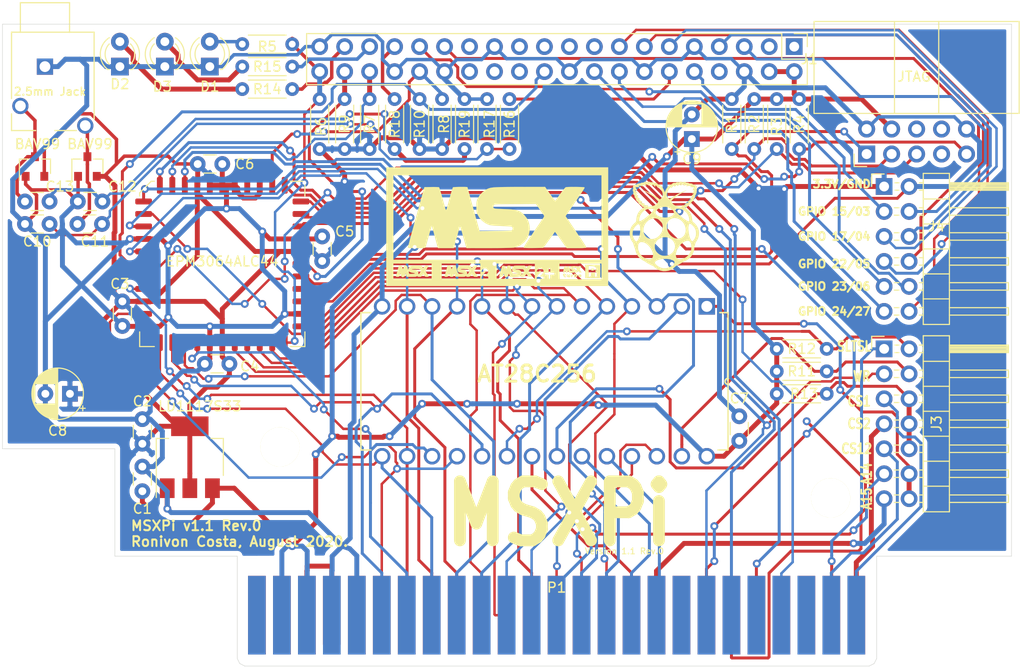
<source format=kicad_pcb>
(kicad_pcb (version 20171130) (host pcbnew "(5.1.5)-3")
  (layers (0 F.Cu signal) (31 B.Cu signal) (34 B.Paste user) (35 F.Paste user) (36 B.SilkS user) (37 F.SilkS user) (38 B.Mask user) (39 F.Mask user) (44 Edge.Cuts user))
  (net 0 "")
  (net 1 +5V)
  (net 2 +3V3)
  (net 3 "Net-(D1-Pad2)")
  (net 4 "Net-(J1-Pad17)")
  (net 5 "Net-(J1-Pad1)")
  (net 6 TDI)
  (net 7 "Net-(J2-Pad8)")
  (net 8 "Net-(J2-Pad7)")
  (net 9 "Net-(J2-Pad6)")
  (net 10 TMS)
  (net 11 TDO)
  (net 12 TCK)
  (net 13 "Net-(P1-Pad50)")
  (net 14 "Net-(P1-Pad49)")
  (net 15 "Net-(P1-Pad48)")
  (net 16 "Net-(P1-Pad44)")
  (net 17 "Net-(P1-Pad42)")
  (net 18 "Net-(P1-Pad16)")
  (net 19 "Net-(P1-Pad15)")
  (net 20 "Net-(P1-Pad5)")
  (net 21 "Net-(U1-Pad43)")
  (net 22 A4)
  (net 23 A5)
  (net 24 A2)
  (net 25 A3)
  (net 26 A0)
  (net 27 A1)
  (net 28 A6)
  (net 29 A7)
  (net 30 A14)
  (net 31 D0)
  (net 32 D7)
  (net 33 D4)
  (net 34 D5)
  (net 35 D2)
  (net 36 D3)
  (net 37 D1)
  (net 38 GNDREF)
  (net 39 RD)
  (net 40 IORQ)
  (net 41 "Net-(P1-Pad9)")
  (net 42 WAIT)
  (net 43 SPI_CS)
  (net 44 SPI_SCLK)
  (net 45 SPI_MOSI)
  (net 46 SPI_MISO)
  (net 47 SPI_RDY)
  (net 48 D6)
  (net 49 A13)
  (net 50 A8)
  (net 51 A12)
  (net 52 A10)
  (net 53 A11)
  (net 54 A15)
  (net 55 A9)
  (net 56 WR)
  (net 57 BUSDIR)
  (net 58 "Net-(P1-Pad8)")
  (net 59 "Net-(P1-Pad6)")
  (net 60 SLTSL)
  (net 61 ROM_A14)
  (net 62 "Net-(P1-Pad12)")
  (net 63 CS12)
  (net 64 CS2)
  (net 65 CS1)
  (net 66 "Net-(J1-Pad28)")
  (net 67 "Net-(J1-Pad27)")
  (net 68 "Net-(J1-Pad26)")
  (net 69 "Net-(J1-Pad24)")
  (net 70 "Net-(J1-Pad23)")
  (net 71 "Net-(J1-Pad21)")
  (net 72 "Net-(J1-Pad19)")
  (net 73 "Net-(J1-Pad8)")
  (net 74 "Net-(J1-Pad3)")
  (net 75 mem_ce)
  (net 76 mem_we)
  (net 77 mem_oe)
  (net 78 "Net-(D2-Pad2)")
  (net 79 "Net-(D3-Pad2)")
  (net 80 RPI_ON)
  (net 81 RPI_BUSY)
  (net 82 "Net-(C10-Pad2)")
  (net 83 "Net-(C11-Pad1)")
  (net 84 "Net-(C12-Pad2)")
  (net 85 "Net-(C13-Pad1)")
  (net 86 PWM1)
  (net 87 PWM0)
  (net 88 GPIO6)
  (net 89 GPIO5)
  (net 90 GPIO24)
  (net 91 GPIO23)
  (net 92 GPIO22)
  (net 93 GPIO27)
  (net 94 GPIO17)
  (net 95 GPIO15)
  (net 96 GPIO4)
  (net 97 GPIO3)
  (module MyFootprints:raspberry_pi_logo (layer F.Cu) (at 162.052 88.138)
    (fp_text reference G*** hide)
    (fp_text value LOGO hide)
  )
  (module MyFootprints:msx_msx2_msx+logo (layer F.Cu) (at 145.034 88.138)
    (fp_text reference G*** hide)
    (fp_text value LOGO hide)
  )
  (module MyFootprints:PLCC-44_16.6x16.6mm_P1.27mm (layer F.Cu) (at 117.094 91.948)
    (fp_text reference EPM3064ALC44 (at 0 -0.254) (layer F.SilkS))
    (fp_text value EPM3064ALC44-10)
    (pad 1 smd roundrect (at 0 -8) (size 0.6 1.7) (layers F.Cu F.Paste F.Mask) (net 38 GNDREF))
    (pad 2 smd roundrect (at -1.27 -8) (size 0.6 1.7) (layers F.Cu F.Paste F.Mask) (net 38 GNDREF))
    (pad 3 smd roundrect (at -2.54 -8) (size 0.6 1.7) (layers F.Cu F.Paste F.Mask) (net 2 +3V3))
    (pad 4 smd roundrect (at -3.81 -8) (size 0.6 1.7) (layers F.Cu F.Paste F.Mask) (net 29 A7))
    (pad 5 smd roundrect (at -5.08 -8) (size 0.6 1.7) (layers F.Cu F.Paste F.Mask) (net 45 SPI_MOSI))
    (pad 6 smd roundrect (at -6.35 -8) (size 0.6 1.7) (layers F.Cu F.Paste F.Mask) (net 57 BUSDIR))
    (pad 7 smd roundrect (at -8 -6.35) (size 1.7 0.6) (layers F.Cu F.Paste F.Mask) (net 6 TDI))
    (pad 8 smd roundrect (at -8 -5.08) (size 1.7 0.6) (layers F.Cu F.Paste F.Mask) (net 42 WAIT))
    (pad 9 smd roundrect (at -8 -3.81) (size 1.7 0.6) (layers F.Cu F.Paste F.Mask) (net 31 D0))
    (pad 10 smd roundrect (at -8 -2.54) (size 1.7 0.6) (layers F.Cu F.Paste F.Mask) (net 38 GNDREF))
    (pad 11 smd roundrect (at -8 -1.27) (size 1.7 0.6) (layers F.Cu F.Paste F.Mask) (net 35 D2))
    (pad 12 smd roundrect (at -8 0) (size 1.7 0.6) (layers F.Cu F.Paste F.Mask) (net 47 SPI_RDY))
    (pad 13 smd roundrect (at -8 1.27) (size 1.7 0.6) (layers F.Cu F.Paste F.Mask) (net 10 TMS))
    (pad 14 smd roundrect (at -8 2.54) (size 1.7 0.6) (layers F.Cu F.Paste F.Mask) (net 33 D4))
    (pad 15 smd roundrect (at -8 3.81) (size 1.7 0.6) (layers F.Cu F.Paste F.Mask) (net 2 +3V3))
    (pad 16 smd roundrect (at -8 5.08) (size 1.7 0.6) (layers F.Cu F.Paste F.Mask) (net 48 D6))
    (pad 17 smd roundrect (at -8 6.35) (size 1.7 0.6) (layers F.Cu F.Paste F.Mask) (net 38 GNDREF))
    (pad 18 smd roundrect (at -6.35 8) (size 0.6 1.7) (layers F.Cu F.Paste F.Mask) (net 36 D3))
    (pad 19 smd roundrect (at -5.08 8) (size 0.6 1.7) (layers F.Cu F.Paste F.Mask) (net 32 D7))
    (pad 20 smd roundrect (at -3.81 8) (size 0.6 1.7) (layers F.Cu F.Paste F.Mask) (net 37 D1))
    (pad 21 smd roundrect (at -2.54 8) (size 0.6 1.7) (layers F.Cu F.Paste F.Mask) (net 34 D5))
    (pad 22 smd roundrect (at -1.27 8) (size 0.6 1.7) (layers F.Cu F.Paste F.Mask) (net 38 GNDREF))
    (pad 23 smd roundrect (at 0 8) (size 0.6 1.7) (layers F.Cu F.Paste F.Mask) (net 2 +3V3))
    (pad 24 smd roundrect (at 1.27 8) (size 0.6 1.7) (layers F.Cu F.Paste F.Mask) (net 24 A2))
    (pad 25 smd roundrect (at 2.54 8) (size 0.6 1.7) (layers F.Cu F.Paste F.Mask) (net 22 A4))
    (pad 26 smd roundrect (at 3.81 8) (size 0.6 1.7) (layers F.Cu F.Paste F.Mask) (net 25 A3))
    (pad 27 smd roundrect (at 5.08 8) (size 0.6 1.7) (layers F.Cu F.Paste F.Mask) (net 23 A5))
    (pad 28 smd roundrect (at 6.35 8) (size 0.6 1.7) (layers F.Cu F.Paste F.Mask) (net 43 SPI_CS))
    (pad 29 smd roundrect (at 8 6.35) (size 1.7 0.6) (layers F.Cu F.Paste F.Mask) (net 27 A1))
    (pad 30 smd roundrect (at 8 5.08) (size 1.7 0.6) (layers F.Cu F.Paste F.Mask) (net 38 GNDREF))
    (pad 31 smd roundrect (at 8 3.81) (size 1.7 0.6) (layers F.Cu F.Paste F.Mask) (net 26 A0))
    (pad 32 smd roundrect (at 8 2.54) (size 1.7 0.6) (layers F.Cu F.Paste F.Mask) (net 12 TCK))
    (pad 33 smd roundrect (at 8 1.27) (size 1.7 0.6) (layers F.Cu F.Paste F.Mask) (net 28 A6))
    (pad 34 smd roundrect (at 8 0) (size 1.7 0.6) (layers F.Cu F.Paste F.Mask) (net 44 SPI_SCLK))
    (pad 35 smd roundrect (at 8 -1.27) (size 1.7 0.6) (layers F.Cu F.Paste F.Mask) (net 2 +3V3))
    (pad 36 smd roundrect (at 8 -2.54) (size 1.7 0.6) (layers F.Cu F.Paste F.Mask) (net 38 GNDREF))
    (pad 37 smd roundrect (at 8 -3.81) (size 1.7 0.6) (layers F.Cu F.Paste F.Mask) (net 39 RD))
    (pad 38 smd roundrect (at 8 -5.08) (size 1.7 0.6) (layers F.Cu F.Paste F.Mask) (net 11 TDO))
    (pad 39 smd roundrect (at 8 -6.35) (size 1.7 0.6) (layers F.Cu F.Paste F.Mask) (net 56 WR))
    (pad 40 smd roundrect (at 6.35 -8) (size 0.6 1.7) (layers F.Cu F.Paste F.Mask) (net 40 IORQ))
    (pad 41 smd roundrect (at 5.08 -8) (size 0.6 1.7) (layers F.Cu F.Paste F.Mask) (net 46 SPI_MISO))
    (pad 42 smd roundrect (at 3.81 -8) (size 0.6 1.7) (layers F.Cu F.Paste F.Mask) (net 38 GNDREF))
    (pad 43 smd roundrect (at 2.54 -8) (size 0.6 1.7) (layers F.Cu F.Paste F.Mask) (net 21 "Net-(U1-Pad43)"))
    (pad 44 smd roundrect (at 1.27 -8) (size 0.6 1.7) (layers F.Cu F.Paste F.Mask) (net 38 GNDREF))
  )
  (module MyFootprints:card_edge_connector (layer F.Cu) (at 149.833456 124.523389)
    (fp_text reference P1 (at 1.25984 0.33744) (layer F.SilkS))
    (fp_text value MSX_CONNECTOR)
    (pad "" np_thru_hole circle (at -26.87574 -13.97) (size 4 4) (drill 4) (layers *.Cu *.Mask F.SilkS) (clearance 1))
    (pad 50 connect rect (at -29.22016 3.14744) (size 1.8 8) (layers F.Cu F.Mask) (net 13 "Net-(P1-Pad50)"))
    (pad 49 connect rect (at -29.22016 3.14744) (size 1.8 8) (layers B.Cu B.Mask) (net 14 "Net-(P1-Pad49)"))
    (pad 48 connect rect (at -26.68016 3.14744) (size 1.8 8) (layers F.Cu F.Mask) (net 15 "Net-(P1-Pad48)"))
    (pad 47 connect rect (at -26.68016 3.14744) (size 1.8 8) (layers B.Cu B.Mask) (net 1 +5V))
    (pad 46 connect rect (at -24.14016 3.14744) (size 1.8 8) (layers F.Cu F.Mask) (net 16 "Net-(P1-Pad44)"))
    (pad 45 connect rect (at -24.14016 3.14744) (size 1.8 8) (layers B.Cu B.Mask) (net 1 +5V))
    (pad 44 connect rect (at -21.60524 2.65468) (size 1.8 7) (layers F.Cu F.Mask) (net 16 "Net-(P1-Pad44)"))
    (pad 43 connect rect (at -21.60016 3.14744) (size 1.8 8) (layers B.Cu B.Mask) (net 38 GNDREF))
    (pad 42 connect rect (at -19.06016 3.14744) (size 1.8 8) (layers F.Cu F.Mask) (net 17 "Net-(P1-Pad42)"))
    (pad 41 connect rect (at -19.06016 3.14744) (size 1.8 8) (layers B.Cu B.Mask) (net 38 GNDREF))
    (pad 40 connect rect (at -16.52016 3.14744) (size 1.8 8) (layers F.Cu F.Mask) (net 48 D6))
    (pad 39 connect rect (at -16.52016 3.14744) (size 1.8 8) (layers B.Cu B.Mask) (net 32 D7))
    (pad 38 connect rect (at -13.98016 3.14744) (size 1.8 8) (layers F.Cu F.Mask) (net 33 D4))
    (pad 37 connect rect (at -13.98016 3.14744) (size 1.8 8) (layers B.Cu B.Mask) (net 34 D5))
    (pad 36 connect rect (at -11.44016 3.14744) (size 1.8 8) (layers F.Cu F.Mask) (net 35 D2))
    (pad 35 connect rect (at -11.44016 3.14744) (size 1.8 8) (layers B.Cu B.Mask) (net 36 D3))
    (pad 34 connect rect (at -8.90016 3.14744) (size 1.8 8) (layers F.Cu F.Mask) (net 31 D0))
    (pad 33 connect rect (at -8.90016 3.14744) (size 1.8 8) (layers B.Cu B.Mask) (net 37 D1))
    (pad 32 connect rect (at -6.36016 3.14744) (size 1.8 8) (layers F.Cu F.Mask) (net 22 A4))
    (pad 31 connect rect (at -6.36016 3.14744) (size 1.8 8) (layers B.Cu B.Mask) (net 23 A5))
    (pad 30 connect rect (at -3.82016 3.14744) (size 1.8 8) (layers F.Cu F.Mask) (net 24 A2))
    (pad 29 connect rect (at -3.82016 3.14744) (size 1.8 8) (layers B.Cu B.Mask) (net 25 A3))
    (pad 28 connect rect (at -1.28016 3.14744) (size 1.8 8) (layers F.Cu F.Mask) (net 26 A0))
    (pad 27 connect rect (at -1.28016 3.14744) (size 1.8 8) (layers B.Cu B.Mask) (net 27 A1))
    (pad 26 connect rect (at 1.25984 3.14744) (size 1.8 8) (layers F.Cu F.Mask) (net 49 A13))
    (pad 25 connect rect (at 1.25984 3.14744) (size 1.8 8) (layers B.Cu B.Mask) (net 30 A14))
    (pad 24 connect rect (at 3.79984 3.14744) (size 1.8 8) (layers F.Cu F.Mask) (net 50 A8))
    (pad 23 connect rect (at 3.79984 3.14744) (size 1.8 8) (layers B.Cu B.Mask) (net 51 A12))
    (pad 22 connect rect (at 6.33984 3.14744) (size 1.8 8) (layers F.Cu F.Mask) (net 28 A6))
    (pad 21 connect rect (at 6.33984 3.14744) (size 1.8 8) (layers B.Cu B.Mask) (net 29 A7))
    (pad 20 connect rect (at 8.87984 3.14744) (size 1.8 8) (layers F.Cu F.Mask) (net 52 A10))
    (pad 19 connect rect (at 8.87984 3.14744) (size 1.8 8) (layers B.Cu B.Mask) (net 53 A11))
    (pad 18 connect rect (at 11.41984 3.14744) (size 1.8 8) (layers F.Cu F.Mask) (net 54 A15))
    (pad 17 connect rect (at 11.41984 3.14744) (size 1.8 8) (layers B.Cu B.Mask) (net 55 A9))
    (pad 16 connect rect (at 13.95984 3.14744) (size 1.8 8) (layers F.Cu F.Mask) (net 18 "Net-(P1-Pad16)"))
    (pad 15 connect rect (at 13.95984 3.14744) (size 1.8 8) (layers B.Cu B.Mask) (net 19 "Net-(P1-Pad15)"))
    (pad 14 connect rect (at 16.49984 3.14744) (size 1.8 8) (layers F.Cu F.Mask) (net 39 RD))
    (pad 13 connect rect (at 16.49984 3.14744) (size 1.8 8) (layers B.Cu B.Mask) (net 56 WR))
    (pad 12 connect rect (at 19.03984 3.14744) (size 1.8 8) (layers F.Cu F.Mask) (net 62 "Net-(P1-Pad12)"))
    (pad 11 connect rect (at 19.03984 3.14744) (size 1.8 8) (layers B.Cu B.Mask) (net 40 IORQ))
    (pad 10 connect rect (at 21.57984 3.14744) (size 1.8 8) (layers F.Cu F.Mask) (net 57 BUSDIR))
    (pad 9 connect rect (at 21.57984 3.14744) (size 1.8 8) (layers B.Cu B.Mask) (net 41 "Net-(P1-Pad9)"))
    (pad 8 connect rect (at 24.11984 3.14744) (size 1.8 8) (layers F.Cu F.Mask) (net 58 "Net-(P1-Pad8)"))
    (pad 7 connect rect (at 24.11984 3.14744) (size 1.8 8) (layers B.Cu B.Mask) (net 42 WAIT))
    (pad 6 connect rect (at 26.65984 3.14744) (size 1.8 8) (layers F.Cu F.Mask) (net 59 "Net-(P1-Pad6)"))
    (pad 5 connect rect (at 26.65984 3.14744) (size 1.8 8) (layers B.Cu B.Mask) (net 20 "Net-(P1-Pad5)"))
    (pad 4 connect rect (at 29.19984 3.14744) (size 1.8 8) (layers F.Cu F.Mask) (net 60 SLTSL))
    (pad 3 connect rect (at 29.19984 3.14744) (size 1.8 8) (layers B.Cu B.Mask) (net 63 CS12))
    (pad 2 connect rect (at 31.73984 3.14744) (size 1.8 8) (layers F.Cu F.Mask) (net 64 CS2))
    (pad 1 connect rect (at 31.73984 3.14744) (size 1.8 8) (layers B.Cu B.Mask) (net 65 CS1))
    (pad "" np_thru_hole circle (at 29.12364 -8.78256) (size 4 4) (drill 4) (layers *.Cu *.Mask F.SilkS) (clearance 1))
  )
  (module Connector_PinHeader_2.54mm:PinHeader_2x06_P2.54mm_Horizontal (layer F.Cu) (at 184.404 84.074)
    (fp_text reference J4 (at 5.334 4.064) (layer F.SilkS))
    (fp_text value Conn_02x06_Odd_Even)
    (pad 12 thru_hole oval (at 2.54 12.7) (size 1.7 1.7) (drill 1) (layers *.Cu *.Mask) (net 93 GPIO27))
    (pad 11 thru_hole oval (at 0 12.7) (size 1.7 1.7) (drill 1) (layers *.Cu *.Mask) (net 90 GPIO24))
    (pad 10 thru_hole oval (at 2.54 10.16) (size 1.7 1.7) (drill 1) (layers *.Cu *.Mask) (net 88 GPIO6))
    (pad 9 thru_hole oval (at 0 10.16) (size 1.7 1.7) (drill 1) (layers *.Cu *.Mask) (net 91 GPIO23))
    (pad 8 thru_hole oval (at 2.54 7.62) (size 1.7 1.7) (drill 1) (layers *.Cu *.Mask) (net 89 GPIO5))
    (pad 7 thru_hole oval (at 0 7.62) (size 1.7 1.7) (drill 1) (layers *.Cu *.Mask) (net 92 GPIO22))
    (pad 6 thru_hole oval (at 2.54 5.08) (size 1.7 1.7) (drill 1) (layers *.Cu *.Mask) (net 96 GPIO4))
    (pad 5 thru_hole oval (at 0 5.08) (size 1.7 1.7) (drill 1) (layers *.Cu *.Mask) (net 94 GPIO17))
    (pad 4 thru_hole oval (at 2.54 2.54) (size 1.7 1.7) (drill 1) (layers *.Cu *.Mask) (net 97 GPIO3))
    (pad 3 thru_hole oval (at 0 2.54) (size 1.7 1.7) (drill 1) (layers *.Cu *.Mask) (net 95 GPIO15))
    (pad 2 thru_hole oval (at 2.54 0) (size 1.7 1.7) (drill 1) (layers *.Cu *.Mask) (net 38 GNDREF))
    (pad 1 thru_hole rect (at 0 0) (size 1.7 1.7) (drill 1) (layers *.Cu *.Mask) (net 2 +3V3))
  )
  (module Connector_IDC:IDC-Header_2x05_P2.54mm_Horizontal (layer F.Cu) (at 182.626 80.772 90)
    (fp_text reference JTAG (at 7.874 4.826 180) (layer F.SilkS))
    (fp_text value JTAG)
    (pad 10 thru_hole oval (at 2.54 10.16 90) (size 1.7272 1.7272) (drill 1.016) (layers *.Cu *.Mask) (net 38 GNDREF))
    (pad 9 thru_hole oval (at 0 10.16 90) (size 1.7272 1.7272) (drill 1.016) (layers *.Cu *.Mask) (net 6 TDI))
    (pad 8 thru_hole oval (at 2.54 7.62 90) (size 1.7272 1.7272) (drill 1.016) (layers *.Cu *.Mask) (net 7 "Net-(J2-Pad8)"))
    (pad 7 thru_hole oval (at 0 7.62 90) (size 1.7272 1.7272) (drill 1.016) (layers *.Cu *.Mask) (net 8 "Net-(J2-Pad7)"))
    (pad 6 thru_hole oval (at 2.54 5.08 90) (size 1.7272 1.7272) (drill 1.016) (layers *.Cu *.Mask) (net 9 "Net-(J2-Pad6)"))
    (pad 5 thru_hole oval (at 0 5.08 90) (size 1.7272 1.7272) (drill 1.016) (layers *.Cu *.Mask) (net 10 TMS))
    (pad 4 thru_hole oval (at 2.54 2.54 90) (size 1.7272 1.7272) (drill 1.016) (layers *.Cu *.Mask) (net 1 +5V))
    (pad 3 thru_hole oval (at 0 2.54 90) (size 1.7272 1.7272) (drill 1.016) (layers *.Cu *.Mask) (net 11 TDO))
    (pad 2 thru_hole oval (at 2.54 0 90) (size 1.7272 1.7272) (drill 1.016) (layers *.Cu *.Mask) (net 38 GNDREF))
    (pad 1 thru_hole rect (at 0 0 90) (size 1.7272 1.7272) (drill 1.016) (layers *.Cu *.Mask) (net 12 TCK))
  )
  (module MyFootprints:CUI_SJ-2509N (layer F.Cu) (at 99.06 71.882 90)
    (fp_text reference "2.5mm Jack" (at -2.54 0.508 180) (layer F.SilkS) (effects (font (size 0.8 0.8))))
    (fp_text value SJ-2509N)
    (pad None np_thru_hole circle (at -0.5 -2 90) (size 1.6 1.6) (drill 1.6) (layers *.Cu *.Mask))
    (pad None np_thru_hole circle (at -0.5 3 90) (size 1.6 1.6) (drill 1.6) (layers *.Cu *.Mask))
    (pad 2 thru_hole circle (at -4 -2.5 90) (size 1.65 1.65) (drill 1.1) (layers *.Cu *.Mask) (net 85 "Net-(C13-Pad1)"))
    (pad 3 thru_hole circle (at -6 4.1 90) (size 1.65 1.65) (drill 1.1) (layers *.Cu *.Mask) (net 83 "Net-(C11-Pad1)"))
    (pad 1 thru_hole rect (at 0 0 90) (size 1.65 1.65) (drill 1.1) (layers *.Cu *.Mask) (net 38 GNDREF))
  )
  (module Resistor_THT:R_Axial_DIN0204_L3.6mm_D1.6mm_P5.08mm_Horizontal (layer F.Cu) (at 141.732 80.264 90)
    (fp_text reference R19 (at 2.54 0 90) (layer F.SilkS))
    (fp_text value 150R)
    (pad 2 thru_hole oval (at 5.08 0 90) (size 1.4 1.4) (drill 0.7) (layers *.Cu *.Mask) (net 38 GNDREF))
    (pad 1 thru_hole circle (at 0 0 90) (size 1.4 1.4) (drill 0.7) (layers *.Cu *.Mask) (net 84 "Net-(C12-Pad2)"))
  )
  (module Resistor_THT:R_Axial_DIN0204_L3.6mm_D1.6mm_P5.08mm_Horizontal (layer F.Cu) (at 134.62 75.184 270)
    (fp_text reference R18 (at 2.54 0 90) (layer F.SilkS))
    (fp_text value 270R)
    (pad 2 thru_hole oval (at 5.08 0 270) (size 1.4 1.4) (drill 0.7) (layers *.Cu *.Mask) (net 84 "Net-(C12-Pad2)"))
    (pad 1 thru_hole circle (at 0 0 270) (size 1.4 1.4) (drill 0.7) (layers *.Cu *.Mask) (net 86 PWM1))
  )
  (module Resistor_THT:R_Axial_DIN0204_L3.6mm_D1.6mm_P5.08mm_Horizontal (layer F.Cu) (at 144.018 80.264 90)
    (fp_text reference R17 (at 2.54 0.254 90) (layer F.SilkS))
    (fp_text value 150R)
    (pad 2 thru_hole oval (at 5.08 0 90) (size 1.4 1.4) (drill 0.7) (layers *.Cu *.Mask) (net 38 GNDREF))
    (pad 1 thru_hole circle (at 0 0 90) (size 1.4 1.4) (drill 0.7) (layers *.Cu *.Mask) (net 82 "Net-(C10-Pad2)"))
  )
  (module Resistor_THT:R_Axial_DIN0204_L3.6mm_D1.6mm_P5.08mm_Horizontal (layer F.Cu) (at 146.304 75.184 270)
    (fp_text reference R16 (at 2.54 0 90) (layer F.SilkS))
    (fp_text value 270R)
    (pad 2 thru_hole oval (at 5.08 0 270) (size 1.4 1.4) (drill 0.7) (layers *.Cu *.Mask) (net 82 "Net-(C10-Pad2)"))
    (pad 1 thru_hole circle (at 0 0 270) (size 1.4 1.4) (drill 0.7) (layers *.Cu *.Mask) (net 87 PWM0))
  )
  (module Package_TO_SOT_SMD:SOT-23 (layer F.Cu) (at 98.044 82.042 90)
    (fp_text reference BAV99 (at 2.286 0.254 180) (layer F.SilkS))
    (fp_text value BAV99)
    (pad 3 smd rect (at 1 0 90) (size 0.9 0.8) (layers F.Cu F.Paste F.Mask) (net 85 "Net-(C13-Pad1)"))
    (pad 2 smd rect (at -1 0.95 90) (size 0.9 0.8) (layers F.Cu F.Paste F.Mask) (net 2 +3V3))
    (pad 1 smd rect (at -1 -0.95 90) (size 0.9 0.8) (layers F.Cu F.Paste F.Mask) (net 38 GNDREF))
  )
  (module Package_TO_SOT_SMD:SOT-23 (layer F.Cu) (at 103.378 82.042 90)
    (fp_text reference BAV99 (at 2.286 0.254 180) (layer F.SilkS))
    (fp_text value BAV99)
    (pad 3 smd rect (at 1 0 90) (size 0.9 0.8) (layers F.Cu F.Paste F.Mask) (net 83 "Net-(C11-Pad1)"))
    (pad 2 smd rect (at -1 0.95 90) (size 0.9 0.8) (layers F.Cu F.Paste F.Mask) (net 2 +3V3))
    (pad 1 smd rect (at -1 -0.95 90) (size 0.9 0.8) (layers F.Cu F.Paste F.Mask) (net 38 GNDREF))
  )
  (module Capacitor_THT:C_Disc_D3.0mm_W1.6mm_P2.50mm (layer F.Cu) (at 97.028 85.598)
    (fp_text reference C13 (at 3.556 -1.524) (layer F.SilkS))
    (fp_text value 10uF)
    (pad 2 thru_hole circle (at 2.5 0) (size 1.6 1.6) (drill 0.8) (layers *.Cu *.Mask) (net 84 "Net-(C12-Pad2)"))
    (pad 1 thru_hole circle (at 0 0) (size 1.6 1.6) (drill 0.8) (layers *.Cu *.Mask) (net 85 "Net-(C13-Pad1)"))
  )
  (module Capacitor_THT:C_Disc_D3.0mm_W1.6mm_P2.50mm (layer F.Cu) (at 102.402 85.598)
    (fp_text reference C12 (at 4.532 -1.524) (layer F.SilkS))
    (fp_text value 33nF)
    (pad 2 thru_hole circle (at 2.5 0) (size 1.6 1.6) (drill 0.8) (layers *.Cu *.Mask) (net 84 "Net-(C12-Pad2)"))
    (pad 1 thru_hole circle (at 0 0) (size 1.6 1.6) (drill 0.8) (layers *.Cu *.Mask) (net 38 GNDREF))
  )
  (module Capacitor_THT:C_Disc_D3.0mm_W1.6mm_P2.50mm (layer F.Cu) (at 102.362 87.884)
    (fp_text reference C11 (at 1.778 1.778) (layer F.SilkS))
    (fp_text value 10uF)
    (pad 2 thru_hole circle (at 2.5 0) (size 1.6 1.6) (drill 0.8) (layers *.Cu *.Mask) (net 82 "Net-(C10-Pad2)"))
    (pad 1 thru_hole circle (at 0 0) (size 1.6 1.6) (drill 0.8) (layers *.Cu *.Mask) (net 83 "Net-(C11-Pad1)"))
  )
  (module Capacitor_THT:C_Disc_D3.0mm_W1.6mm_P2.50mm (layer F.Cu) (at 97.028 87.884)
    (fp_text reference C10 (at 1.25 1.778) (layer F.SilkS))
    (fp_text value 33nF)
    (pad 2 thru_hole circle (at 2.5 0) (size 1.6 1.6) (drill 0.8) (layers *.Cu *.Mask) (net 82 "Net-(C10-Pad2)"))
    (pad 1 thru_hole circle (at 0 0) (size 1.6 1.6) (drill 0.8) (layers *.Cu *.Mask) (net 38 GNDREF))
  )
  (module Resistor_THT:R_Axial_DIN0204_L3.6mm_D1.6mm_P5.08mm_Horizontal (layer F.Cu) (at 119.126 71.882)
    (fp_text reference R15 (at 2.54 0) (layer F.SilkS))
    (fp_text value 270R)
    (pad 2 thru_hole oval (at 5.08 0) (size 1.4 1.4) (drill 0.7) (layers *.Cu *.Mask) (net 81 RPI_BUSY))
    (pad 1 thru_hole circle (at 0 0) (size 1.4 1.4) (drill 0.7) (layers *.Cu *.Mask) (net 79 "Net-(D3-Pad2)"))
  )
  (module Resistor_THT:R_Axial_DIN0204_L3.6mm_D1.6mm_P5.08mm_Horizontal (layer F.Cu) (at 119.126 74.168)
    (fp_text reference R14 (at 2.54 0) (layer F.SilkS))
    (fp_text value 270R)
    (pad 2 thru_hole oval (at 5.08 0) (size 1.4 1.4) (drill 0.7) (layers *.Cu *.Mask) (net 80 RPI_ON))
    (pad 1 thru_hole circle (at 0 0) (size 1.4 1.4) (drill 0.7) (layers *.Cu *.Mask) (net 78 "Net-(D2-Pad2)"))
  )
  (module LED_THT:LED_D3.0mm (layer F.Cu) (at 111.252 71.882 90)
    (fp_text reference D3 (at -2.032 -0.254 180) (layer F.SilkS))
    (fp_text value LED)
    (pad 2 thru_hole circle (at 2.54 0 90) (size 1.8 1.8) (drill 0.9) (layers *.Cu *.Mask) (net 79 "Net-(D3-Pad2)"))
    (pad 1 thru_hole rect (at 0 0 90) (size 1.8 1.8) (drill 0.9) (layers *.Cu *.Mask) (net 38 GNDREF))
  )
  (module LED_THT:LED_D3.0mm (layer F.Cu) (at 106.68 71.882 90)
    (fp_text reference D2 (at -1.778 0 180) (layer F.SilkS))
    (fp_text value LED)
    (pad 2 thru_hole circle (at 2.54 0 90) (size 1.8 1.8) (drill 0.9) (layers *.Cu *.Mask) (net 78 "Net-(D2-Pad2)"))
    (pad 1 thru_hole rect (at 0 0 90) (size 1.8 1.8) (drill 0.9) (layers *.Cu *.Mask) (net 38 GNDREF))
  )
  (module MyFootprints:DIP254P1524X482-28 (layer F.Cu) (at 133.35 111.506 270)
    (fp_text reference AT28C256 (at -8.382 -15.748 180) (layer F.SilkS) (effects (font (size 1.64163 1.64163) (thickness 0.3))))
    (fp_text value AT28C256-15PU)
    (pad 28 thru_hole circle (at 0 -33.02 270) (size 1.6764 1.6764) (drill 1.1176) (layers *.Cu *.Mask) (net 1 +5V))
    (pad 27 thru_hole circle (at 0 -30.48 270) (size 1.6764 1.6764) (drill 1.1176) (layers *.Cu *.Mask) (net 76 mem_we))
    (pad 26 thru_hole circle (at 0 -27.94 270) (size 1.6764 1.6764) (drill 1.1176) (layers *.Cu *.Mask) (net 49 A13))
    (pad 25 thru_hole circle (at 0 -25.4 270) (size 1.6764 1.6764) (drill 1.1176) (layers *.Cu *.Mask) (net 50 A8))
    (pad 24 thru_hole circle (at 0 -22.86 270) (size 1.6764 1.6764) (drill 1.1176) (layers *.Cu *.Mask) (net 55 A9))
    (pad 23 thru_hole circle (at 0 -20.32 270) (size 1.6764 1.6764) (drill 1.1176) (layers *.Cu *.Mask) (net 53 A11))
    (pad 22 thru_hole circle (at 0 -17.78 270) (size 1.6764 1.6764) (drill 1.1176) (layers *.Cu *.Mask) (net 77 mem_oe))
    (pad 21 thru_hole circle (at 0 -15.24 270) (size 1.6764 1.6764) (drill 1.1176) (layers *.Cu *.Mask) (net 52 A10))
    (pad 20 thru_hole circle (at 0 -12.7 270) (size 1.6764 1.6764) (drill 1.1176) (layers *.Cu *.Mask) (net 75 mem_ce))
    (pad 19 thru_hole circle (at 0 -10.16 270) (size 1.6764 1.6764) (drill 1.1176) (layers *.Cu *.Mask) (net 32 D7))
    (pad 18 thru_hole circle (at 0 -7.62 270) (size 1.6764 1.6764) (drill 1.1176) (layers *.Cu *.Mask) (net 48 D6))
    (pad 17 thru_hole circle (at 0 -5.08 270) (size 1.6764 1.6764) (drill 1.1176) (layers *.Cu *.Mask) (net 34 D5))
    (pad 16 thru_hole circle (at 0 -2.54 270) (size 1.6764 1.6764) (drill 1.1176) (layers *.Cu *.Mask) (net 33 D4))
    (pad 15 thru_hole circle (at 0 0 270) (size 1.6764 1.6764) (drill 1.1176) (layers *.Cu *.Mask) (net 36 D3))
    (pad 14 thru_hole circle (at -15.24 0 270) (size 1.6764 1.6764) (drill 1.1176) (layers *.Cu *.Mask) (net 38 GNDREF))
    (pad 13 thru_hole circle (at -15.24 -2.54 270) (size 1.6764 1.6764) (drill 1.1176) (layers *.Cu *.Mask) (net 35 D2))
    (pad 12 thru_hole circle (at -15.24 -5.08 270) (size 1.6764 1.6764) (drill 1.1176) (layers *.Cu *.Mask) (net 37 D1))
    (pad 11 thru_hole circle (at -15.24 -7.62 270) (size 1.6764 1.6764) (drill 1.1176) (layers *.Cu *.Mask) (net 31 D0))
    (pad 10 thru_hole circle (at -15.24 -10.16 270) (size 1.6764 1.6764) (drill 1.1176) (layers *.Cu *.Mask) (net 26 A0))
    (pad 9 thru_hole circle (at -15.24 -12.7 270) (size 1.6764 1.6764) (drill 1.1176) (layers *.Cu *.Mask) (net 27 A1))
    (pad 8 thru_hole circle (at -15.24 -15.24 270) (size 1.6764 1.6764) (drill 1.1176) (layers *.Cu *.Mask) (net 24 A2))
    (pad 7 thru_hole circle (at -15.24 -17.78 270) (size 1.6764 1.6764) (drill 1.1176) (layers *.Cu *.Mask) (net 25 A3))
    (pad 6 thru_hole circle (at -15.24 -20.32 270) (size 1.6764 1.6764) (drill 1.1176) (layers *.Cu *.Mask) (net 22 A4))
    (pad 5 thru_hole circle (at -15.24 -22.86 270) (size 1.6764 1.6764) (drill 1.1176) (layers *.Cu *.Mask) (net 23 A5))
    (pad 4 thru_hole circle (at -15.24 -25.4 270) (size 1.6764 1.6764) (drill 1.1176) (layers *.Cu *.Mask) (net 28 A6))
    (pad 3 thru_hole circle (at -15.24 -27.94 270) (size 1.6764 1.6764) (drill 1.1176) (layers *.Cu *.Mask) (net 29 A7))
    (pad 2 thru_hole circle (at -15.24 -30.48 270) (size 1.6764 1.6764) (drill 1.1176) (layers *.Cu *.Mask) (net 51 A12))
    (pad 1 thru_hole rect (at -15.24 -33.02 270) (size 1.6764 1.6764) (drill 1.1176) (layers *.Cu *.Mask) (net 61 ROM_A14))
  )
  (module Resistor_THT:R_Axial_DIN0204_L3.6mm_D1.6mm_P5.08mm_Horizontal (layer F.Cu) (at 178.562 105.156 180)
    (fp_text reference R13 (at 2.286 0) (layer F.SilkS))
    (fp_text value 10k)
    (pad 2 thru_hole oval (at 5.08 0 180) (size 1.4 1.4) (drill 0.7) (layers *.Cu *.Mask) (net 1 +5V))
    (pad 1 thru_hole circle (at 0 0 180) (size 1.4 1.4) (drill 0.7) (layers *.Cu *.Mask) (net 77 mem_oe))
  )
  (module Resistor_THT:R_Axial_DIN0204_L3.6mm_D1.6mm_P5.08mm_Horizontal (layer F.Cu) (at 178.562 100.584 180)
    (fp_text reference R12 (at 2.54 0) (layer F.SilkS))
    (fp_text value 10k)
    (pad 2 thru_hole oval (at 5.08 0 180) (size 1.4 1.4) (drill 0.7) (layers *.Cu *.Mask) (net 1 +5V))
    (pad 1 thru_hole circle (at 0 0 180) (size 1.4 1.4) (drill 0.7) (layers *.Cu *.Mask) (net 75 mem_ce))
  )
  (module Resistor_THT:R_Axial_DIN0204_L3.6mm_D1.6mm_P5.08mm_Horizontal (layer F.Cu) (at 178.562 102.87 180)
    (fp_text reference R11 (at 2.54 0) (layer F.SilkS))
    (fp_text value 10k)
    (pad 2 thru_hole oval (at 5.08 0 180) (size 1.4 1.4) (drill 0.7) (layers *.Cu *.Mask) (net 1 +5V))
    (pad 1 thru_hole circle (at 0 0 180) (size 1.4 1.4) (drill 0.7) (layers *.Cu *.Mask) (net 76 mem_we))
  )
  (module Connector_PinHeader_2.54mm:PinHeader_2x07_P2.54mm_Horizontal (layer F.Cu) (at 184.404 100.584)
    (fp_text reference J3 (at 5.334 7.62 90) (layer F.SilkS))
    (fp_text value Conn_02x07_Odd_Even)
    (pad 14 thru_hole oval (at 2.54 15.24) (size 1.7 1.7) (drill 1) (layers *.Cu *.Mask) (net 61 ROM_A14))
    (pad 13 thru_hole oval (at 0 15.24) (size 1.7 1.7) (drill 1) (layers *.Cu *.Mask) (net 54 A15))
    (pad 12 thru_hole oval (at 2.54 12.7) (size 1.7 1.7) (drill 1) (layers *.Cu *.Mask) (net 61 ROM_A14))
    (pad 11 thru_hole oval (at 0 12.7) (size 1.7 1.7) (drill 1) (layers *.Cu *.Mask) (net 30 A14))
    (pad 10 thru_hole oval (at 2.54 10.16) (size 1.7 1.7) (drill 1) (layers *.Cu *.Mask) (net 77 mem_oe))
    (pad 9 thru_hole oval (at 0 10.16) (size 1.7 1.7) (drill 1) (layers *.Cu *.Mask) (net 63 CS12))
    (pad 8 thru_hole oval (at 2.54 7.62) (size 1.7 1.7) (drill 1) (layers *.Cu *.Mask) (net 77 mem_oe))
    (pad 7 thru_hole oval (at 0 7.62) (size 1.7 1.7) (drill 1) (layers *.Cu *.Mask) (net 64 CS2))
    (pad 6 thru_hole oval (at 2.54 5.08) (size 1.7 1.7) (drill 1) (layers *.Cu *.Mask) (net 77 mem_oe))
    (pad 5 thru_hole oval (at 0 5.08) (size 1.7 1.7) (drill 1) (layers *.Cu *.Mask) (net 65 CS1))
    (pad 4 thru_hole oval (at 2.54 2.54) (size 1.7 1.7) (drill 1) (layers *.Cu *.Mask) (net 76 mem_we))
    (pad 3 thru_hole oval (at 0 2.54) (size 1.7 1.7) (drill 1) (layers *.Cu *.Mask) (net 56 WR))
    (pad 2 thru_hole oval (at 2.54 0) (size 1.7 1.7) (drill 1) (layers *.Cu *.Mask) (net 75 mem_ce))
    (pad 1 thru_hole rect (at 0 0) (size 1.7 1.7) (drill 1) (layers *.Cu *.Mask) (net 60 SLTSL))
  )
  (module Resistor_THT:R_Axial_DIN0204_L3.6mm_D1.6mm_P5.08mm_Horizontal (layer F.Cu) (at 175.768 80.264 90)
    (fp_text reference R4 (at 2.54 0 90) (layer F.SilkS))
    (fp_text value 1k)
    (pad 2 thru_hole oval (at 5.08 0 90) (size 1.4 1.4) (drill 0.7) (layers *.Cu *.Mask) (net 1 +5V))
    (pad 1 thru_hole circle (at 0 0 90) (size 1.4 1.4) (drill 0.7) (layers *.Cu *.Mask) (net 6 TDI))
  )
  (module Connector_PinHeader_2.54mm:PinHeader_2x20_P2.54mm_Vertical (layer F.Cu) (at 175.26 69.85 270)
    (fp_text reference J1 (at 1.27 -1.524 180) (layer F.SilkS))
    (fp_text value Raspberry_Pi_Zero_2_3)
    (pad 40 thru_hole oval (at 2.54 48.26 270) (size 1.7 1.7) (drill 1) (layers *.Cu *.Mask) (net 43 SPI_CS))
    (pad 39 thru_hole oval (at 0 48.26 270) (size 1.7 1.7) (drill 1) (layers *.Cu *.Mask) (net 38 GNDREF))
    (pad 38 thru_hole oval (at 2.54 45.72 270) (size 1.7 1.7) (drill 1) (layers *.Cu *.Mask) (net 44 SPI_SCLK))
    (pad 37 thru_hole oval (at 0 45.72 270) (size 1.7 1.7) (drill 1) (layers *.Cu *.Mask) (net 80 RPI_ON))
    (pad 36 thru_hole oval (at 2.54 43.18 270) (size 1.7 1.7) (drill 1) (layers *.Cu *.Mask) (net 45 SPI_MOSI))
    (pad 35 thru_hole oval (at 0 43.18 270) (size 1.7 1.7) (drill 1) (layers *.Cu *.Mask) (net 81 RPI_BUSY))
    (pad 34 thru_hole oval (at 2.54 40.64 270) (size 1.7 1.7) (drill 1) (layers *.Cu *.Mask) (net 38 GNDREF))
    (pad 33 thru_hole oval (at 0 40.64 270) (size 1.7 1.7) (drill 1) (layers *.Cu *.Mask) (net 86 PWM1))
    (pad 32 thru_hole oval (at 2.54 38.1 270) (size 1.7 1.7) (drill 1) (layers *.Cu *.Mask) (net 46 SPI_MISO))
    (pad 31 thru_hole oval (at 0 38.1 270) (size 1.7 1.7) (drill 1) (layers *.Cu *.Mask) (net 88 GPIO6))
    (pad 30 thru_hole oval (at 2.54 35.56 270) (size 1.7 1.7) (drill 1) (layers *.Cu *.Mask) (net 38 GNDREF))
    (pad 29 thru_hole oval (at 0 35.56 270) (size 1.7 1.7) (drill 1) (layers *.Cu *.Mask) (net 89 GPIO5))
    (pad 28 thru_hole oval (at 2.54 33.02 270) (size 1.7 1.7) (drill 1) (layers *.Cu *.Mask) (net 66 "Net-(J1-Pad28)"))
    (pad 27 thru_hole oval (at 0 33.02 270) (size 1.7 1.7) (drill 1) (layers *.Cu *.Mask) (net 67 "Net-(J1-Pad27)"))
    (pad 26 thru_hole oval (at 2.54 30.48 270) (size 1.7 1.7) (drill 1) (layers *.Cu *.Mask) (net 68 "Net-(J1-Pad26)"))
    (pad 25 thru_hole oval (at 0 30.48 270) (size 1.7 1.7) (drill 1) (layers *.Cu *.Mask) (net 38 GNDREF))
    (pad 24 thru_hole oval (at 2.54 27.94 270) (size 1.7 1.7) (drill 1) (layers *.Cu *.Mask) (net 69 "Net-(J1-Pad24)"))
    (pad 23 thru_hole oval (at 0 27.94 270) (size 1.7 1.7) (drill 1) (layers *.Cu *.Mask) (net 70 "Net-(J1-Pad23)"))
    (pad 22 thru_hole oval (at 2.54 25.4 270) (size 1.7 1.7) (drill 1) (layers *.Cu *.Mask) (net 47 SPI_RDY))
    (pad 21 thru_hole oval (at 0 25.4 270) (size 1.7 1.7) (drill 1) (layers *.Cu *.Mask) (net 71 "Net-(J1-Pad21)"))
    (pad 20 thru_hole oval (at 2.54 22.86 270) (size 1.7 1.7) (drill 1) (layers *.Cu *.Mask) (net 38 GNDREF))
    (pad 19 thru_hole oval (at 0 22.86 270) (size 1.7 1.7) (drill 1) (layers *.Cu *.Mask) (net 72 "Net-(J1-Pad19)"))
    (pad 18 thru_hole oval (at 2.54 20.32 270) (size 1.7 1.7) (drill 1) (layers *.Cu *.Mask) (net 90 GPIO24))
    (pad 17 thru_hole oval (at 0 20.32 270) (size 1.7 1.7) (drill 1) (layers *.Cu *.Mask) (net 4 "Net-(J1-Pad17)"))
    (pad 16 thru_hole oval (at 2.54 17.78 270) (size 1.7 1.7) (drill 1) (layers *.Cu *.Mask) (net 91 GPIO23))
    (pad 15 thru_hole oval (at 0 17.78 270) (size 1.7 1.7) (drill 1) (layers *.Cu *.Mask) (net 92 GPIO22))
    (pad 14 thru_hole oval (at 2.54 15.24 270) (size 1.7 1.7) (drill 1) (layers *.Cu *.Mask) (net 38 GNDREF))
    (pad 13 thru_hole oval (at 0 15.24 270) (size 1.7 1.7) (drill 1) (layers *.Cu *.Mask) (net 93 GPIO27))
    (pad 12 thru_hole oval (at 2.54 12.7 270) (size 1.7 1.7) (drill 1) (layers *.Cu *.Mask) (net 87 PWM0))
    (pad 11 thru_hole oval (at 0 12.7 270) (size 1.7 1.7) (drill 1) (layers *.Cu *.Mask) (net 94 GPIO17))
    (pad 10 thru_hole oval (at 2.54 10.16 270) (size 1.7 1.7) (drill 1) (layers *.Cu *.Mask) (net 95 GPIO15))
    (pad 9 thru_hole oval (at 0 10.16 270) (size 1.7 1.7) (drill 1) (layers *.Cu *.Mask) (net 38 GNDREF))
    (pad 8 thru_hole oval (at 2.54 7.62 270) (size 1.7 1.7) (drill 1) (layers *.Cu *.Mask) (net 73 "Net-(J1-Pad8)"))
    (pad 7 thru_hole oval (at 0 7.62 270) (size 1.7 1.7) (drill 1) (layers *.Cu *.Mask) (net 96 GPIO4))
    (pad 6 thru_hole oval (at 2.54 5.08 270) (size 1.7 1.7) (drill 1) (layers *.Cu *.Mask) (net 38 GNDREF))
    (pad 5 thru_hole oval (at 0 5.08 270) (size 1.7 1.7) (drill 1) (layers *.Cu *.Mask) (net 97 GPIO3))
    (pad 4 thru_hole oval (at 2.54 2.54 270) (size 1.7 1.7) (drill 1) (layers *.Cu *.Mask) (net 1 +5V))
    (pad 3 thru_hole oval (at 0 2.54 270) (size 1.7 1.7) (drill 1) (layers *.Cu *.Mask) (net 74 "Net-(J1-Pad3)"))
    (pad 2 thru_hole oval (at 2.54 0 270) (size 1.7 1.7) (drill 1) (layers *.Cu *.Mask) (net 1 +5V))
    (pad 1 thru_hole rect (at 0 0 270) (size 1.7 1.7) (drill 1) (layers *.Cu *.Mask) (net 5 "Net-(J1-Pad1)"))
  )
  (module Capacitor_THT:CP_Radial_D5.0mm_P2.50mm (layer F.Cu) (at 164.846 79.248 90)
    (fp_text reference C9 (at -2.032 0 180) (layer F.SilkS))
    (fp_text value 100uF)
    (pad 2 thru_hole circle (at 2.5 0 90) (size 1.6 1.6) (drill 0.8) (layers *.Cu *.Mask) (net 38 GNDREF))
    (pad 1 thru_hole rect (at 0 0 90) (size 1.6 1.6) (drill 0.8) (layers *.Cu *.Mask) (net 1 +5V))
  )
  (module Capacitor_THT:CP_Radial_D5.0mm_P2.50mm (layer F.Cu) (at 101.6 105.156 180)
    (fp_text reference C8 (at 1.25 -3.75) (layer F.SilkS))
    (fp_text value 100uF)
    (pad 2 thru_hole circle (at 2.5 0 180) (size 1.6 1.6) (drill 0.8) (layers *.Cu *.Mask) (net 38 GNDREF))
    (pad 1 thru_hole rect (at 0 0 180) (size 1.6 1.6) (drill 0.8) (layers *.Cu *.Mask) (net 2 +3V3))
  )
  (module Resistor_THT:R_Axial_DIN0204_L3.6mm_D1.6mm_P5.08mm_Horizontal (layer F.Cu) (at 119.126 69.596)
    (fp_text reference R5 (at 2.54 0.254) (layer F.SilkS))
    (fp_text value 270R)
    (pad 2 thru_hole oval (at 5.08 0) (size 1.4 1.4) (drill 0.7) (layers *.Cu *.Mask) (net 43 SPI_CS))
    (pad 1 thru_hole circle (at 0 0) (size 1.4 1.4) (drill 0.7) (layers *.Cu *.Mask) (net 3 "Net-(D1-Pad2)"))
  )
  (module Resistor_THT:R_Axial_DIN0204_L3.6mm_D1.6mm_P5.08mm_Horizontal (layer F.Cu) (at 173.482 80.264 90)
    (fp_text reference R3 (at 2.286 0 90) (layer F.SilkS))
    (fp_text value 1k)
    (pad 2 thru_hole oval (at 5.08 0 90) (size 1.4 1.4) (drill 0.7) (layers *.Cu *.Mask) (net 1 +5V))
    (pad 1 thru_hole circle (at 0 0 90) (size 1.4 1.4) (drill 0.7) (layers *.Cu *.Mask) (net 10 TMS))
  )
  (module Resistor_THT:R_Axial_DIN0204_L3.6mm_D1.6mm_P5.08mm_Horizontal (layer F.Cu) (at 171.196 80.264 90)
    (fp_text reference R2 (at 2.54 0 90) (layer F.SilkS))
    (fp_text value 1k)
    (pad 2 thru_hole oval (at 5.08 0 90) (size 1.4 1.4) (drill 0.7) (layers *.Cu *.Mask) (net 1 +5V))
    (pad 1 thru_hole circle (at 0 0 90) (size 1.4 1.4) (drill 0.7) (layers *.Cu *.Mask) (net 11 TDO))
  )
  (module Resistor_THT:R_Axial_DIN0204_L3.6mm_D1.6mm_P5.08mm_Horizontal (layer F.Cu) (at 168.91 75.184 270)
    (fp_text reference R1 (at 2.54 0 90) (layer F.SilkS))
    (fp_text value 1k)
    (pad 2 thru_hole oval (at 5.08 0 270) (size 1.4 1.4) (drill 0.7) (layers *.Cu *.Mask) (net 12 TCK))
    (pad 1 thru_hole circle (at 0 0 270) (size 1.4 1.4) (drill 0.7) (layers *.Cu *.Mask) (net 38 GNDREF))
  )
  (module Package_TO_SOT_SMD:SOT-223-3_TabPin2 (layer F.Cu) (at 113.792 111.608 90)
    (fp_text reference LD1117S33 (at 5.182 1.016 180) (layer F.SilkS))
    (fp_text value LD1117S33TR_SOT223)
    (pad 1 smd rect (at -3.15 -2.3 90) (size 2 1.5) (layers F.Cu F.Paste F.Mask) (net 38 GNDREF))
    (pad 3 smd rect (at -3.15 2.3 90) (size 2 1.5) (layers F.Cu F.Paste F.Mask) (net 1 +5V))
    (pad 2 smd rect (at -3.15 0 90) (size 2 1.5) (layers F.Cu F.Paste F.Mask) (net 2 +3V3))
    (pad 2 smd rect (at 3.15 0 90) (size 2 3.8) (layers F.Cu F.Paste F.Mask) (net 2 +3V3))
  )
  (module LED_THT:LED_D3.0mm (layer F.Cu) (at 115.824 71.882 90)
    (fp_text reference D1 (at -2.032 0 180) (layer F.SilkS))
    (fp_text value LED)
    (pad 1 thru_hole rect (at 0 0 90) (size 1.8 1.8) (drill 0.9) (layers *.Cu *.Mask) (net 38 GNDREF))
    (pad 2 thru_hole circle (at 2.54 0 90) (size 1.8 1.8) (drill 0.9) (layers *.Cu *.Mask) (net 3 "Net-(D1-Pad2)"))
  )
  (module Capacitor_THT:C_Disc_D3.0mm_W1.6mm_P2.50mm (layer F.Cu) (at 108.966 107.736 270)
    (fp_text reference C2 (at -1.818 0 180) (layer F.SilkS))
    (fp_text value 100nF)
    (pad 2 thru_hole circle (at 2.5 0 270) (size 1.6 1.6) (drill 0.8) (layers *.Cu *.Mask) (net 2 +3V3))
    (pad 1 thru_hole circle (at 0 0 270) (size 1.6 1.6) (drill 0.8) (layers *.Cu *.Mask) (net 38 GNDREF))
  )
  (module Capacitor_THT:C_Disc_D3.0mm_W1.6mm_P2.50mm (layer F.Cu) (at 108.966 115.062 90)
    (fp_text reference C1 (at -1.778 0) (layer F.SilkS))
    (fp_text value 100nF)
    (pad 2 thru_hole circle (at 2.5 0 90) (size 1.6 1.6) (drill 0.8) (layers *.Cu *.Mask) (net 38 GNDREF))
    (pad 1 thru_hole circle (at 0 0 90) (size 1.6 1.6) (drill 0.8) (layers *.Cu *.Mask) (net 1 +5V))
  )
  (module Capacitor_THT:C_Disc_D3.0mm_W1.6mm_P2.50mm (layer F.Cu) (at 106.934 98.258 90)
    (fp_text reference C3 (at 4.278 -0.254 180) (layer F.SilkS))
    (fp_text value 100nF)
    (pad 1 thru_hole circle (at 0 0 90) (size 1.6 1.6) (drill 0.8) (layers *.Cu *.Mask) (net 38 GNDREF))
    (pad 2 thru_hole circle (at 2.5 0 90) (size 1.6 1.6) (drill 0.8) (layers *.Cu *.Mask) (net 2 +3V3))
  )
  (module Capacitor_THT:C_Disc_D3.0mm_W1.6mm_P2.50mm (layer F.Cu) (at 115.316 102.108)
    (fp_text reference C4 (at 4.572 0.254) (layer F.SilkS))
    (fp_text value 100nF)
    (pad 2 thru_hole circle (at 2.5 0) (size 1.6 1.6) (drill 0.8) (layers *.Cu *.Mask) (net 2 +3V3))
    (pad 1 thru_hole circle (at 0 0) (size 1.6 1.6) (drill 0.8) (layers *.Cu *.Mask) (net 38 GNDREF))
  )
  (module Capacitor_THT:C_Disc_D3.0mm_W1.6mm_P2.50mm (layer F.Cu) (at 127.254 89.154 270)
    (fp_text reference C5 (at -0.508 -2.286 180) (layer F.SilkS))
    (fp_text value 100nF)
    (pad 1 thru_hole circle (at 0 0 270) (size 1.6 1.6) (drill 0.8) (layers *.Cu *.Mask) (net 38 GNDREF))
    (pad 2 thru_hole circle (at 2.5 0 270) (size 1.6 1.6) (drill 0.8) (layers *.Cu *.Mask) (net 2 +3V3))
  )
  (module Capacitor_THT:C_Disc_D3.0mm_W1.6mm_P2.50mm (layer F.Cu) (at 117.094 81.788 180)
    (fp_text reference C6 (at -2.286 0) (layer F.SilkS))
    (fp_text value 100nF)
    (pad 2 thru_hole circle (at 2.5 0 180) (size 1.6 1.6) (drill 0.8) (layers *.Cu *.Mask) (net 2 +3V3))
    (pad 1 thru_hole circle (at 0 0 180) (size 1.6 1.6) (drill 0.8) (layers *.Cu *.Mask) (net 38 GNDREF))
  )
  (module Capacitor_THT:C_Disc_D3.0mm_W1.6mm_P2.50mm (layer F.Cu) (at 169.672 107.442 270)
    (fp_text reference C7 (at -1.818 0 180) (layer F.SilkS))
    (fp_text value 100nF)
    (pad 1 thru_hole circle (at 0 0 270) (size 1.6 1.6) (drill 0.8) (layers *.Cu *.Mask) (net 38 GNDREF))
    (pad 2 thru_hole circle (at 2.5 0 270) (size 1.6 1.6) (drill 0.8) (layers *.Cu *.Mask) (net 1 +5V))
  )
  (module Resistor_THT:R_Axial_DIN0204_L3.6mm_D1.6mm_P5.08mm_Horizontal (layer F.Cu) (at 127 75.184 270)
    (fp_text reference R6 (at 2.794 -0.13 90) (layer F.SilkS))
    (fp_text value 10K)
    (pad 1 thru_hole circle (at 0 0 270) (size 1.4 1.4) (drill 0.7) (layers *.Cu *.Mask) (net 43 SPI_CS))
    (pad 2 thru_hole oval (at 5.08 0 270) (size 1.4 1.4) (drill 0.7) (layers *.Cu *.Mask) (net 2 +3V3))
  )
  (module Resistor_THT:R_Axial_DIN0204_L3.6mm_D1.6mm_P5.08mm_Horizontal (layer F.Cu) (at 132.08 75.184 270)
    (fp_text reference R7 (at 2.54 0 90) (layer F.SilkS))
    (fp_text value 10K)
    (pad 2 thru_hole oval (at 5.08 0 270) (size 1.4 1.4) (drill 0.7) (layers *.Cu *.Mask) (net 2 +3V3))
    (pad 1 thru_hole circle (at 0 0 270) (size 1.4 1.4) (drill 0.7) (layers *.Cu *.Mask) (net 45 SPI_MOSI))
  )
  (module Resistor_THT:R_Axial_DIN0204_L3.6mm_D1.6mm_P5.08mm_Horizontal (layer F.Cu) (at 139.446 75.184 270)
    (fp_text reference R8 (at 2.54 -0.2 90) (layer F.SilkS))
    (fp_text value 10k)
    (pad 1 thru_hole circle (at 0 0 270) (size 1.4 1.4) (drill 0.7) (layers *.Cu *.Mask) (net 46 SPI_MISO))
    (pad 2 thru_hole oval (at 5.08 0 270) (size 1.4 1.4) (drill 0.7) (layers *.Cu *.Mask) (net 2 +3V3))
  )
  (module Resistor_THT:R_Axial_DIN0204_L3.6mm_D1.6mm_P5.08mm_Horizontal (layer F.Cu) (at 129.54 75.184 270)
    (fp_text reference R9 (at 2.54 0 90) (layer F.SilkS))
    (fp_text value 10k)
    (pad 2 thru_hole oval (at 5.08 0 270) (size 1.4 1.4) (drill 0.7) (layers *.Cu *.Mask) (net 2 +3V3))
    (pad 1 thru_hole circle (at 0 0 270) (size 1.4 1.4) (drill 0.7) (layers *.Cu *.Mask) (net 44 SPI_SCLK))
  )
  (module Resistor_THT:R_Axial_DIN0204_L3.6mm_D1.6mm_P5.08mm_Horizontal (layer F.Cu) (at 137.16 75.184 270)
    (fp_text reference R10 (at 2.54 0 90) (layer F.SilkS))
    (fp_text value 10k)
    (pad 1 thru_hole circle (at 0 0 270) (size 1.4 1.4) (drill 0.7) (layers *.Cu *.Mask) (net 47 SPI_RDY))
    (pad 2 thru_hole oval (at 5.08 0 270) (size 1.4 1.4) (drill 0.7) (layers *.Cu *.Mask) (net 2 +3V3))
  )
  (gr_text "Version 1.1 Rev.0" (at 157.988 121.158) (layer F.SilkS) (effects (font (size 0.6 0.6) (thickness 0.1))))
  (gr_text MSXPi (at 151.384 117.348) (layer F.SilkS) (effects (font (size 6 5) (thickness 1.2))))
  (gr_text "GPIO 24/27" (at 179.324 96.774) (layer F.SilkS) (effects (font (size 0.8 0.8) (thickness 0.2))))
  (gr_text "GPIO 23/06" (at 179.324 94.234) (layer F.SilkS) (effects (font (size 0.8 0.8) (thickness 0.2))))
  (gr_text "GPIO 22/05" (at 179.324 91.948) (layer F.SilkS) (effects (font (size 0.8 0.8) (thickness 0.2))))
  (gr_text "GPIO 17/04" (at 179.324 89.154) (layer F.SilkS) (effects (font (size 0.8 0.8) (thickness 0.2))))
  (gr_text "GPIO 15/03" (at 179.324 86.614) (layer F.SilkS) (effects (font (size 0.8 0.8) (thickness 0.2))))
  (gr_text 3.3V/GND (at 180.086 83.82) (layer F.SilkS) (effects (font (size 0.8 0.8) (thickness 0.2))))
  (gr_text WR (at 182.118 103.378) (layer F.SilkS) (effects (font (size 1 0.8) (thickness 0.2))))
  (gr_text SLTSL (at 181.356 100.33) (layer F.SilkS) (effects (font (size 1 0.8) (thickness 0.2))))
  (gr_text "MSXPi v1.1 Rev.0\nRonivon Costa, August 2020." (at 107.696 119.38) (layer F.SilkS) (effects (font (size 1 1) (thickness 0.2)) (justify left)))
  (gr_line (start 94.742 67.564) (end 197.358 67.564) (layer Edge.Cuts) (width 0.05))
  (gr_line (start 94.742 110.744) (end 94.742 67.564) (layer Edge.Cuts) (width 0.05))
  (gr_line (start 106.172 110.744) (end 94.742 110.744) (layer Edge.Cuts) (width 0.05))
  (gr_line (start 106.172 121.666) (end 106.172 110.744) (layer Edge.Cuts) (width 0.05))
  (gr_line (start 118.618 121.666) (end 106.172 121.666) (layer Edge.Cuts) (width 0.05))
  (gr_line (start 118.618 132.08) (end 118.618 121.666) (layer Edge.Cuts) (width 0.05))
  (gr_line (start 118.872 132.588) (end 118.618 132.08) (layer Edge.Cuts) (width 0.05))
  (gr_line (start 119.38 132.842) (end 118.872 132.588) (layer Edge.Cuts) (width 0.05))
  (gr_line (start 182.88 132.842) (end 119.38 132.842) (layer Edge.Cuts) (width 0.05))
  (gr_line (start 183.388 132.588) (end 182.88 132.842) (layer Edge.Cuts) (width 0.05))
  (gr_line (start 183.642 132.08) (end 183.388 132.588) (layer Edge.Cuts) (width 0.05))
  (gr_line (start 183.642 121.666) (end 183.642 132.08) (layer Edge.Cuts) (width 0.05))
  (gr_line (start 197.358 121.666) (end 183.642 121.666) (layer Edge.Cuts) (width 0.05))
  (gr_line (start 197.358 67.564) (end 197.358 121.666) (layer Edge.Cuts) (width 0.05))
  (gr_text CS12 (at 181.61 110.744) (layer F.SilkS) (effects (font (size 1 0.8) (thickness 0.2))))
  (gr_text CS2 (at 181.864 108.204) (layer F.SilkS) (effects (font (size 1 0.8) (thickness 0.2))))
  (gr_text CS1 (at 181.864 105.918) (layer F.SilkS) (effects (font (size 1 0.8) (thickness 0.2))))
  (gr_text A15 (at 182.626 115.824 90) (layer F.SilkS) (effects (font (size 1 0.8) (thickness 0.2))))
  (gr_text A14 (at 182.626 113.284 90) (layer F.SilkS) (effects (font (size 1 0.8) (thickness 0.2))))
  (segment (start 171.196 75.184) (end 173.482 75.184) (width 0.5) (layer F.Cu) (net 1))
  (segment (start 173.482 75.184) (end 175.768 75.184) (width 0.5) (layer F.Cu) (net 1))
  (segment (start 175.26 74.676) (end 175.768 75.184) (width 0.5) (layer F.Cu) (net 1))
  (segment (start 175.26 72.39) (end 175.26 74.676) (width 0.5) (layer F.Cu) (net 1))
  (segment (start 172.72 72.39) (end 175.26 72.39) (width 0.5) (layer F.Cu) (net 1))
  (segment (start 168.108 111.506) (end 169.672 109.942) (width 0.5) (layer F.Cu) (net 1))
  (segment (start 166.37 111.506) (end 168.108 111.506) (width 0.5) (layer F.Cu) (net 1))
  (segment (start 173.482 100.584) (end 173.482 102.87) (width 0.5) (layer F.Cu) (net 1))
  (segment (start 173.482 102.87) (end 173.482 105.156) (width 0.5) (layer F.Cu) (net 1))
  (via (at 124.206 120.65) (size 0.8) (drill 0.4) (layers F.Cu B.Cu) (net 1))
  (segment (start 116.092 114.758) (end 118.314 114.758) (width 0.5) (layer F.Cu) (net 1))
  (segment (start 118.314 114.758) (end 124.206 120.65) (width 0.5) (layer F.Cu) (net 1))
  (segment (start 108.966 116.19337) (end 111.13663 118.364) (width 0.5) (layer F.Cu) (net 1))
  (segment (start 108.966 115.062) (end 108.966 116.19337) (width 0.5) (layer F.Cu) (net 1))
  (segment (start 113.986 118.364) (end 116.092 116.258) (width 0.5) (layer F.Cu) (net 1))
  (segment (start 116.092 116.258) (end 116.092 114.758) (width 0.5) (layer F.Cu) (net 1))
  (segment (start 111.13663 118.364) (end 113.986 118.364) (width 0.5) (layer F.Cu) (net 1))
  (segment (start 182.118 75.184) (end 185.166 78.232) (width 0.5) (layer F.Cu) (net 1))
  (segment (start 175.768 75.184) (end 182.118 75.184) (width 0.5) (layer F.Cu) (net 1))
  (segment (start 173.482 106.132) (end 173.482 105.156) (width 0.5) (layer F.Cu) (net 1))
  (segment (start 169.672 109.942) (end 173.482 106.132) (width 0.5) (layer F.Cu) (net 1))
  (segment (start 126.595347 111.861913) (end 126.595347 111.296228) (width 0.5) (layer F.Cu) (net 1))
  (segment (start 126.595347 118.260653) (end 126.595347 111.861913) (width 0.5) (layer F.Cu) (net 1))
  (via (at 126.595347 111.296228) (size 0.8) (drill 0.4) (layers F.Cu B.Cu) (net 1))
  (segment (start 124.206 120.65) (end 126.595347 118.260653) (width 0.5) (layer F.Cu) (net 1))
  (via (at 134.112 109.474) (size 0.8) (drill 0.4) (layers F.Cu B.Cu) (net 1))
  (via (at 147.066 106.172) (size 0.8) (drill 0.4) (layers F.Cu B.Cu) (net 1))
  (via (at 141.986 106.171999) (size 0.8) (drill 0.4) (layers F.Cu B.Cu) (net 1))
  (via (at 137.414 106.172006) (size 0.8) (drill 0.4) (layers F.Cu B.Cu) (net 1))
  (segment (start 134.112 109.474) (end 137.413994 106.172006) (width 0.5) (layer B.Cu) (net 1))
  (segment (start 141.986 106.171999) (end 137.668007 106.171999) (width 0.5) (layer F.Cu) (net 1))
  (segment (start 137.413994 106.172006) (end 137.414 106.172006) (width 0.5) (layer B.Cu) (net 1))
  (segment (start 128.27 109.621575) (end 128.27 109.474) (width 0.5) (layer B.Cu) (net 1))
  (via (at 128.27 109.474) (size 0.8) (drill 0.4) (layers F.Cu B.Cu) (net 1))
  (segment (start 126.595347 111.296228) (end 128.27 109.621575) (width 0.5) (layer B.Cu) (net 1))
  (segment (start 161.172555 106.308555) (end 155.922604 106.308555) (width 0.5) (layer B.Cu) (net 1))
  (segment (start 166.37 111.506) (end 161.172555 106.308555) (width 0.5) (layer B.Cu) (net 1))
  (segment (start 147.066 106.172) (end 155.220364 106.172) (width 0.5) (layer F.Cu) (net 1))
  (segment (start 155.220364 106.172) (end 155.356919 106.308555) (width 0.5) (layer F.Cu) (net 1))
  (via (at 155.356919 106.308555) (size 0.8) (drill 0.4) (layers F.Cu B.Cu) (net 1))
  (segment (start 155.922604 106.308555) (end 155.356919 106.308555) (width 0.5) (layer B.Cu) (net 1))
  (segment (start 123.698 120.65) (end 124.206 120.65) (width 0.5) (layer B.Cu) (net 1))
  (segment (start 123.153296 127.670829) (end 123.153296 121.194704) (width 0.5) (layer B.Cu) (net 1))
  (segment (start 123.153296 121.194704) (end 123.698 120.65) (width 0.5) (layer B.Cu) (net 1))
  (segment (start 125.222 120.65) (end 124.206 120.65) (width 0.5) (layer B.Cu) (net 1))
  (segment (start 125.73 124.534125) (end 125.73 121.158) (width 0.5) (layer B.Cu) (net 1))
  (segment (start 125.73 121.158) (end 125.222 120.65) (width 0.5) (layer B.Cu) (net 1))
  (segment (start 125.693296 127.670829) (end 125.693296 124.570829) (width 0.5) (layer B.Cu) (net 1))
  (segment (start 125.693296 124.570829) (end 125.73 124.534125) (width 0.5) (layer B.Cu) (net 1))
  (segment (start 142.551686 106.172) (end 147.066 106.172) (width 0.5) (layer B.Cu) (net 1))
  (segment (start 141.986 106.171999) (end 142.551686 106.172) (width 0.5) (layer B.Cu) (net 1))
  (segment (start 164.846 79.248) (end 164.846 82.296) (width 0.5) (layer B.Cu) (net 1))
  (segment (start 164.846 82.296) (end 166.116 83.566) (width 0.5) (layer B.Cu) (net 1))
  (segment (start 165.862 83.312) (end 166.116 83.566) (width 0.5) (layer B.Cu) (net 1))
  (segment (start 167.132 79.248) (end 164.846 79.248) (width 0.5) (layer F.Cu) (net 1))
  (segment (start 171.196 75.184) (end 167.132 79.248) (width 0.5) (layer F.Cu) (net 1))
  (segment (start 166.116 83.566) (end 171.107998 88.557998) (width 0.5) (layer B.Cu) (net 1))
  (segment (start 171.107998 98.209998) (end 173.482 100.584) (width 0.5) (layer B.Cu) (net 1))
  (segment (start 171.107998 88.557998) (end 171.107998 98.209998) (width 0.5) (layer B.Cu) (net 1))
  (segment (start 128.27 96.416012) (end 137.564012 87.122) (width 0.5) (layer B.Cu) (net 1))
  (segment (start 133.444121 109.576194) (end 128.937879 109.576194) (width 0.5) (layer F.Cu) (net 1))
  (segment (start 128.27 109.474) (end 128.27 96.416012) (width 0.5) (layer B.Cu) (net 1))
  (segment (start 134.112 109.474) (end 133.546315 109.474) (width 0.5) (layer F.Cu) (net 1))
  (segment (start 128.835685 109.474) (end 128.27 109.474) (width 0.5) (layer F.Cu) (net 1))
  (segment (start 133.546315 109.474) (end 133.444121 109.576194) (width 0.5) (layer F.Cu) (net 1))
  (segment (start 128.937879 109.576194) (end 128.835685 109.474) (width 0.5) (layer F.Cu) (net 1))
  (via (at 162.306 81.026) (size 0.8) (drill 0.4) (layers F.Cu B.Cu) (net 1))
  (segment (start 156.21 87.122) (end 162.306 81.026) (width 0.5) (layer B.Cu) (net 1))
  (segment (start 137.564012 87.122) (end 156.21 87.122) (width 0.5) (layer B.Cu) (net 1))
  (segment (start 164.084 79.248) (end 162.306 81.026) (width 0.5) (layer F.Cu) (net 1))
  (segment (start 164.846 79.248) (end 164.084 79.248) (width 0.5) (layer F.Cu) (net 1))
  (segment (start 105.078 83.042) (end 106.332 81.788) (width 0.35) (layer F.Cu) (net 2))
  (segment (start 104.328 83.042) (end 105.078 83.042) (width 0.35) (layer F.Cu) (net 2))
  (segment (start 106.332 79.277998) (end 106.332 81.788) (width 0.35) (layer F.Cu) (net 2))
  (segment (start 102.583999 76.681999) (end 103.736001 76.681999) (width 0.35) (layer F.Cu) (net 2))
  (segment (start 98.994 80.271998) (end 102.583999 76.681999) (width 0.35) (layer F.Cu) (net 2))
  (segment (start 103.736001 76.681999) (end 106.332 79.277998) (width 0.35) (layer F.Cu) (net 2))
  (segment (start 98.994 83.042) (end 98.994 80.271998) (width 0.35) (layer F.Cu) (net 2))
  (segment (start 139.446 80.264) (end 137.16 80.264) (width 0.5) (layer F.Cu) (net 2))
  (segment (start 110.744 108.458) (end 113.792 108.458) (width 0.5) (layer F.Cu) (net 2))
  (segment (start 108.966 110.236) (end 110.744 108.458) (width 0.5) (layer F.Cu) (net 2))
  (segment (start 113.792 113.258) (end 113.792 108.458) (width 0.5) (layer F.Cu) (net 2))
  (segment (start 113.792 114.758) (end 113.792 113.258) (width 0.5) (layer F.Cu) (net 2))
  (segment (start 117.094 101.386) (end 117.816 102.108) (width 0.5) (layer F.Cu) (net 2))
  (segment (start 117.094 99.948) (end 117.094 101.386) (width 0.5) (layer F.Cu) (net 2))
  (segment (start 106.934 95.758) (end 109.094 95.758) (width 0.5) (layer F.Cu) (net 2))
  (segment (start 114.594 83.908) (end 114.554 83.948) (width 0.5) (layer F.Cu) (net 2))
  (segment (start 114.594 81.788) (end 114.594 83.908) (width 0.5) (layer F.Cu) (net 2))
  (segment (start 126.278 90.678) (end 125.094 90.678) (width 0.5) (layer F.Cu) (net 2))
  (segment (start 127.254 91.654) (end 126.278 90.678) (width 0.5) (layer F.Cu) (net 2))
  (segment (start 101.6 101.092) (end 106.934 95.758) (width 0.5) (layer F.Cu) (net 2))
  (segment (start 101.6 105.156) (end 101.6 101.092) (width 0.5) (layer F.Cu) (net 2))
  (segment (start 117.094 99.098) (end 117.094 99.948) (width 0.25) (layer F.Cu) (net 2))
  (segment (start 109.944 95.758) (end 109.094 95.758) (width 0.5) (layer F.Cu) (net 2))
  (segment (start 114.554 91.148) (end 109.944 95.758) (width 0.5) (layer F.Cu) (net 2))
  (segment (start 114.554 83.948) (end 114.554 91.148) (width 0.5) (layer F.Cu) (net 2))
  (segment (start 117.094 99.948) (end 117.094 97.828) (width 0.5) (layer F.Cu) (net 2))
  (segment (start 115.316 95.758) (end 117.094 97.536) (width 0.5) (layer F.Cu) (net 2))
  (segment (start 109.094 95.758) (end 115.316 95.758) (width 0.5) (layer F.Cu) (net 2))
  (segment (start 117.094 97.828) (end 117.094 97.536) (width 0.5) (layer F.Cu) (net 2))
  (segment (start 113.449628 81.774998) (end 113.46263 81.788) (width 0.35) (layer F.Cu) (net 2))
  (segment (start 113.46263 81.788) (end 114.594 81.788) (width 0.35) (layer F.Cu) (net 2))
  (segment (start 112.377994 81.774998) (end 113.449628 81.774998) (width 0.35) (layer F.Cu) (net 2))
  (segment (start 106.332 81.788) (end 107.131999 80.988001) (width 0.35) (layer F.Cu) (net 2))
  (segment (start 111.590997 80.988001) (end 112.377994 81.774998) (width 0.35) (layer F.Cu) (net 2))
  (segment (start 107.131999 80.988001) (end 111.590997 80.988001) (width 0.35) (layer F.Cu) (net 2))
  (segment (start 129.54 80.264) (end 132.08 80.264) (width 0.5) (layer F.Cu) (net 2))
  (segment (start 127 80.264) (end 129.54 80.264) (width 0.5) (layer F.Cu) (net 2))
  (segment (start 136.009999 79.113999) (end 136.460001 79.564001) (width 0.5) (layer F.Cu) (net 2))
  (segment (start 132.08 80.264) (end 133.230001 79.113999) (width 0.5) (layer F.Cu) (net 2))
  (segment (start 136.460001 79.564001) (end 137.16 80.264) (width 0.5) (layer F.Cu) (net 2))
  (segment (start 133.230001 79.113999) (end 136.009999 79.113999) (width 0.5) (layer F.Cu) (net 2))
  (segment (start 129.54 84.131683) (end 129.54 83.565998) (width 0.5) (layer B.Cu) (net 2))
  (segment (start 127.254 91.654) (end 129.54 89.368) (width 0.5) (layer B.Cu) (net 2))
  (segment (start 129.54 89.368) (end 129.54 84.131683) (width 0.5) (layer B.Cu) (net 2))
  (segment (start 127 80.264) (end 129.54 82.804) (width 0.5) (layer F.Cu) (net 2))
  (segment (start 129.54 82.804) (end 129.54 83.565998) (width 0.5) (layer F.Cu) (net 2))
  (via (at 129.54 83.565998) (size 0.8) (drill 0.4) (layers F.Cu B.Cu) (net 2))
  (segment (start 122.947998 90.678) (end 124.244 90.678) (width 0.5) (layer F.Cu) (net 2))
  (segment (start 114.554 84.798) (end 114.554 83.948) (width 0.5) (layer F.Cu) (net 2))
  (segment (start 117.094 97.536) (end 117.094 96.531998) (width 0.5) (layer F.Cu) (net 2))
  (segment (start 124.244 90.678) (end 125.094 90.678) (width 0.5) (layer F.Cu) (net 2))
  (segment (start 120.434 90.678) (end 114.554 84.798) (width 0.5) (layer F.Cu) (net 2))
  (segment (start 125.094 90.678) (end 120.434 90.678) (width 0.5) (layer F.Cu) (net 2))
  (segment (start 117.094 96.531998) (end 122.947998 90.678) (width 0.5) (layer F.Cu) (net 2))
  (via (at 171.635731 84.26649) (size 0.8) (drill 0.4) (layers F.Cu B.Cu) (net 2))
  (segment (start 171.635731 84.26649) (end 174.182496 84.26649) (width 0.5) (layer B.Cu) (net 2))
  (segment (start 174.497994 84.074) (end 174.244 84.327994) (width 0.5) (layer F.Cu) (net 2))
  (via (at 174.244 84.327994) (size 0.8) (drill 0.4) (layers F.Cu B.Cu) (net 2))
  (segment (start 184.404 84.074) (end 174.497994 84.074) (width 0.5) (layer F.Cu) (net 2))
  (segment (start 174.182496 84.26649) (end 174.244 84.327994) (width 0.5) (layer B.Cu) (net 2))
  (segment (start 140.596001 79.113999) (end 157.647353 79.113999) (width 0.5) (layer F.Cu) (net 2))
  (segment (start 160.921365 82.388011) (end 169.757252 82.388011) (width 0.5) (layer F.Cu) (net 2))
  (segment (start 171.235732 83.866491) (end 171.635731 84.26649) (width 0.5) (layer F.Cu) (net 2))
  (segment (start 157.647353 79.113999) (end 160.921365 82.388011) (width 0.5) (layer F.Cu) (net 2))
  (segment (start 169.757252 82.388011) (end 171.235732 83.866491) (width 0.5) (layer F.Cu) (net 2))
  (segment (start 139.446 80.264) (end 140.596001 79.113999) (width 0.5) (layer F.Cu) (net 2))
  (segment (start 106.091989 94.915989) (end 106.134001 94.958001) (width 0.5) (layer F.Cu) (net 2))
  (segment (start 106.177467 83.991467) (end 106.177467 88.713989) (width 0.5) (layer F.Cu) (net 2))
  (segment (start 105.228 83.042) (end 106.177467 83.991467) (width 0.5) (layer F.Cu) (net 2))
  (segment (start 104.328 83.042) (end 105.228 83.042) (width 0.5) (layer F.Cu) (net 2))
  (segment (start 106.177467 88.713989) (end 106.091989 88.799468) (width 0.5) (layer F.Cu) (net 2))
  (segment (start 106.134001 94.958001) (end 106.934 95.758) (width 0.5) (layer F.Cu) (net 2))
  (segment (start 106.091989 88.799468) (end 106.091989 94.915989) (width 0.5) (layer F.Cu) (net 2))
  (segment (start 112.519989 108.458) (end 113.792 108.458) (width 0.5) (layer F.Cu) (net 2))
  (segment (start 109.217989 105.156) (end 112.519989 108.458) (width 0.5) (layer F.Cu) (net 2))
  (segment (start 101.6 105.156) (end 109.217989 105.156) (width 0.5) (layer F.Cu) (net 2))
  (segment (start 117.816 103.23937) (end 117.816 102.108) (width 0.5) (layer F.Cu) (net 2))
  (segment (start 116.573369 104.482001) (end 117.816 103.23937) (width 0.5) (layer F.Cu) (net 2))
  (segment (start 115.49395 104.482001) (end 116.573369 104.482001) (width 0.5) (layer F.Cu) (net 2))
  (segment (start 113.792 108.458) (end 113.792 106.183951) (width 0.5) (layer F.Cu) (net 2))
  (segment (start 113.792 106.183951) (end 115.49395 104.482001) (width 0.5) (layer F.Cu) (net 2))
  (segment (start 116.078 69.088) (end 115.824 69.342) (width 0.5) (layer F.Cu) (net 3))
  (segment (start 118.872 69.342) (end 119.126 69.596) (width 0.35) (layer B.Cu) (net 3))
  (segment (start 115.824 69.342) (end 118.872 69.342) (width 0.35) (layer B.Cu) (net 3))
  (segment (start 191.572399 79.558399) (end 191.922401 79.908401) (width 0.3) (layer F.Cu) (net 6))
  (segment (start 177.46355 79.558399) (end 191.572399 79.558399) (width 0.3) (layer F.Cu) (net 6))
  (segment (start 176.757949 80.264) (end 177.46355 79.558399) (width 0.3) (layer F.Cu) (net 6))
  (segment (start 191.922401 79.908401) (end 192.786 80.772) (width 0.3) (layer F.Cu) (net 6))
  (segment (start 175.768 80.264) (end 176.757949 80.264) (width 0.3) (layer F.Cu) (net 6))
  (via (at 109.22 84.328) (size 0.8) (drill 0.4) (layers F.Cu B.Cu) (net 6))
  (segment (start 109.094 85.598) (end 109.094 84.454) (width 0.3) (layer F.Cu) (net 6))
  (segment (start 109.094 84.454) (end 109.22 84.328) (width 0.3) (layer F.Cu) (net 6))
  (segment (start 171.969999 83.323999) (end 171.970001 83.323999) (width 0.3) (layer F.Cu) (net 6))
  (via (at 172.212 83.312) (size 0.8) (drill 0.4) (layers F.Cu B.Cu) (net 6))
  (segment (start 171.969999 83.323999) (end 172.200001 83.323999) (width 0.3) (layer F.Cu) (net 6))
  (segment (start 172.200001 83.323999) (end 172.212 83.312) (width 0.3) (layer F.Cu) (net 6))
  (segment (start 175.768 80.264) (end 175.768 82.56403) (width 0.3) (layer B.Cu) (net 6))
  (via (at 175.768 82.56403) (size 0.8) (drill 0.4) (layers F.Cu B.Cu) (net 6))
  (segment (start 175.768 82.56403) (end 175.258043 83.073987) (width 0.3) (layer F.Cu) (net 6))
  (segment (start 174.005987 83.312) (end 174.244 83.073987) (width 0.3) (layer B.Cu) (net 6))
  (segment (start 175.258043 83.073987) (end 174.244 83.073987) (width 0.3) (layer F.Cu) (net 6))
  (via (at 174.244 83.073987) (size 0.8) (drill 0.4) (layers F.Cu B.Cu) (net 6))
  (segment (start 172.212 83.312) (end 174.005987 83.312) (width 0.3) (layer B.Cu) (net 6))
  (segment (start 170.422001 81.776001) (end 161.532001 81.776001) (width 0.3) (layer F.Cu) (net 6))
  (segment (start 138.555272 86.283988) (end 155.591916 86.283988) (width 0.3) (layer B.Cu) (net 6))
  (segment (start 161.532001 81.776001) (end 161.29 81.534) (width 0.3) (layer F.Cu) (net 6))
  (segment (start 160.415953 81.459951) (end 160.815952 81.059952) (width 0.3) (layer B.Cu) (net 6))
  (segment (start 155.591916 86.283988) (end 160.415953 81.459951) (width 0.3) (layer B.Cu) (net 6))
  (via (at 160.815952 81.059952) (size 0.8) (drill 0.4) (layers F.Cu B.Cu) (net 6))
  (segment (start 171.969999 83.323999) (end 170.422001 81.776001) (width 0.3) (layer F.Cu) (net 6))
  (segment (start 128.910809 81.814008) (end 133.155628 81.814008) (width 0.3) (layer B.Cu) (net 6))
  (segment (start 124.713094 82.047947) (end 128.676871 82.047946) (width 0.3) (layer B.Cu) (net 6))
  (segment (start 161.29 81.534) (end 160.815952 81.059952) (width 0.3) (layer F.Cu) (net 6))
  (segment (start 133.155628 81.814008) (end 136.872401 85.530781) (width 0.3) (layer B.Cu) (net 6))
  (segment (start 122.433041 84.328) (end 124.713094 82.047947) (width 0.3) (layer B.Cu) (net 6))
  (segment (start 136.872401 85.530781) (end 137.802065 85.530781) (width 0.3) (layer B.Cu) (net 6))
  (segment (start 128.676871 82.047946) (end 128.910809 81.814008) (width 0.3) (layer B.Cu) (net 6))
  (segment (start 109.22 84.328) (end 122.433041 84.328) (width 0.3) (layer B.Cu) (net 6))
  (segment (start 137.802065 85.530781) (end 138.555272 86.283988) (width 0.3) (layer B.Cu) (net 6))
  (segment (start 109.394 93.518) (end 109.428 93.518) (width 0.25) (layer F.Cu) (net 10))
  (segment (start 109.428 93.518) (end 112.522 90.424) (width 0.25) (layer F.Cu) (net 10))
  (via (at 112.522 90.424) (size 0.8) (drill 0.4) (layers F.Cu B.Cu) (net 10))
  (segment (start 109.094 93.218) (end 109.394 93.518) (width 0.25) (layer F.Cu) (net 10))
  (via (at 127.797665 84.692957) (size 0.8) (drill 0.4) (layers F.Cu B.Cu) (net 10))
  (via (at 123.444 93.472) (size 0.8) (drill 0.4) (layers F.Cu B.Cu) (net 10))
  (via (at 123.444 91.694) (size 0.8) (drill 0.4) (layers F.Cu B.Cu) (net 10))
  (segment (start 123.444 89.046622) (end 123.444 91.694) (width 0.25) (layer B.Cu) (net 10))
  (segment (start 127.797665 84.692957) (end 123.444 89.046622) (width 0.25) (layer B.Cu) (net 10))
  (segment (start 123.444 93.472) (end 123.444 91.694) (width 0.25) (layer F.Cu) (net 10))
  (segment (start 118.11 96.012) (end 119.38 96.012) (width 0.25) (layer B.Cu) (net 10))
  (via (at 119.38 96.012) (size 0.8) (drill 0.4) (layers F.Cu B.Cu) (net 10))
  (segment (start 112.522 90.424) (end 118.11 96.012) (width 0.25) (layer B.Cu) (net 10))
  (segment (start 123.444 93.472) (end 121.92 93.472) (width 0.25) (layer F.Cu) (net 10))
  (segment (start 121.92 93.472) (end 119.38 96.012) (width 0.25) (layer F.Cu) (net 10))
  (segment (start 176.142014 81.814012) (end 177.026 82.697998) (width 0.3) (layer F.Cu) (net 10))
  (segment (start 175.032012 81.814012) (end 176.142014 81.814012) (width 0.3) (layer F.Cu) (net 10))
  (segment (start 177.026 82.697998) (end 185.780002 82.697998) (width 0.3) (layer F.Cu) (net 10))
  (segment (start 185.780002 82.697998) (end 186.842401 81.635599) (width 0.3) (layer F.Cu) (net 10))
  (segment (start 173.482 80.264) (end 175.032012 81.814012) (width 0.3) (layer F.Cu) (net 10))
  (segment (start 186.842401 81.635599) (end 187.706 80.772) (width 0.3) (layer F.Cu) (net 10))
  (segment (start 134.800979 82.172025) (end 159.892191 82.172025) (width 0.25) (layer F.Cu) (net 10))
  (segment (start 131.666003 85.307001) (end 134.800979 82.172025) (width 0.25) (layer F.Cu) (net 10))
  (segment (start 128.411709 85.307001) (end 131.666003 85.307001) (width 0.25) (layer F.Cu) (net 10))
  (segment (start 173.482 80.264) (end 169.598928 84.147072) (width 0.25) (layer B.Cu) (net 10))
  (segment (start 127.797665 84.692957) (end 128.411709 85.307001) (width 0.25) (layer F.Cu) (net 10))
  (segment (start 161.467239 83.747073) (end 167.051977 83.747073) (width 0.25) (layer F.Cu) (net 10))
  (segment (start 167.051977 83.747073) (end 167.617662 83.747073) (width 0.25) (layer F.Cu) (net 10))
  (segment (start 159.892191 82.172025) (end 161.467239 83.747073) (width 0.25) (layer F.Cu) (net 10))
  (via (at 167.617662 83.747073) (size 0.8) (drill 0.4) (layers F.Cu B.Cu) (net 10))
  (segment (start 168.017661 84.147072) (end 167.617662 83.747073) (width 0.25) (layer B.Cu) (net 10))
  (segment (start 169.598928 84.147072) (end 168.017661 84.147072) (width 0.25) (layer B.Cu) (net 10))
  (segment (start 171.196 80.264) (end 172.246001 79.213999) (width 0.3) (layer F.Cu) (net 11))
  (segment (start 174.532001 80.582003) (end 175.263999 81.314001) (width 0.3) (layer F.Cu) (net 11))
  (segment (start 173.986001 79.213999) (end 174.532001 79.759999) (width 0.3) (layer F.Cu) (net 11))
  (segment (start 174.532001 79.759999) (end 174.532001 80.582003) (width 0.3) (layer F.Cu) (net 11))
  (segment (start 175.263999 81.314001) (end 176.349127 81.314001) (width 0.3) (layer F.Cu) (net 11))
  (segment (start 184.302401 81.635599) (end 185.166 80.772) (width 0.3) (layer F.Cu) (net 11))
  (segment (start 172.246001 79.213999) (end 173.986001 79.213999) (width 0.3) (layer F.Cu) (net 11))
  (segment (start 177.020727 81.985601) (end 183.952399 81.985601) (width 0.3) (layer F.Cu) (net 11))
  (segment (start 183.952399 81.985601) (end 184.302401 81.635599) (width 0.3) (layer F.Cu) (net 11))
  (segment (start 176.349127 81.314001) (end 177.020727 81.985601) (width 0.3) (layer F.Cu) (net 11))
  (segment (start 171.196 81.28) (end 169.164 83.312) (width 0.25) (layer B.Cu) (net 11))
  (via (at 169.164 83.312) (size 0.8) (drill 0.4) (layers F.Cu B.Cu) (net 11))
  (segment (start 171.196 80.264) (end 171.196 81.28) (width 0.25) (layer B.Cu) (net 11))
  (segment (start 167.978917 84.497083) (end 165.733649 84.497083) (width 0.3) (layer F.Cu) (net 11))
  (via (at 165.733649 84.497083) (size 0.8) (drill 0.4) (layers F.Cu B.Cu) (net 11))
  (segment (start 169.164 83.312) (end 167.978917 84.497083) (width 0.3) (layer F.Cu) (net 11))
  (segment (start 165.733649 84.497083) (end 163.616732 86.614) (width 0.3) (layer B.Cu) (net 11))
  (segment (start 163.010315 86.614) (end 163.576 86.614) (width 0.3) (layer F.Cu) (net 11))
  (segment (start 161.611746 86.614) (end 163.010315 86.614) (width 0.3) (layer F.Cu) (net 11))
  (via (at 163.576 86.614) (size 0.8) (drill 0.4) (layers F.Cu B.Cu) (net 11))
  (segment (start 163.616732 86.614) (end 163.576 86.614) (width 0.3) (layer B.Cu) (net 11))
  (segment (start 159.09481 84.097064) (end 161.611746 86.614) (width 0.3) (layer F.Cu) (net 11))
  (segment (start 137.608122 84.097064) (end 159.09481 84.097064) (width 0.25) (layer F.Cu) (net 11))
  (segment (start 134.498145 87.207041) (end 137.608122 84.097064) (width 0.25) (layer F.Cu) (net 11))
  (segment (start 125.433041 87.207041) (end 134.498145 87.207041) (width 0.25) (layer F.Cu) (net 11))
  (segment (start 125.094 86.868) (end 125.433041 87.207041) (width 0.25) (layer F.Cu) (net 11))
  (segment (start 168.91 80.264) (end 170.688 78.486) (width 0.3) (layer F.Cu) (net 12))
  (via (at 180.34 78.486) (size 0.8) (drill 0.4) (layers F.Cu B.Cu) (net 12))
  (segment (start 170.688 78.486) (end 180.34 78.486) (width 0.3) (layer F.Cu) (net 12))
  (segment (start 180.34 78.486) (end 182.626 80.772) (width 0.3) (layer B.Cu) (net 12))
  (segment (start 137.871467 90.927719) (end 152.649719 90.927719) (width 0.3) (layer F.Cu) (net 12))
  (segment (start 172.962002 90.689998) (end 172.962002 82.951998) (width 0.3) (layer F.Cu) (net 12))
  (segment (start 125.094 94.488) (end 128.91623 94.488) (width 0.3) (layer F.Cu) (net 12))
  (segment (start 172.572002 82.561998) (end 171.91512 82.561998) (width 0.3) (layer F.Cu) (net 12))
  (segment (start 137.321475 91.477711) (end 137.871467 90.927719) (width 0.3) (layer F.Cu) (net 12))
  (segment (start 131.926519 91.477711) (end 137.321475 91.477711) (width 0.3) (layer F.Cu) (net 12))
  (segment (start 172.458011 91.193989) (end 172.962002 90.689998) (width 0.3) (layer F.Cu) (net 12))
  (segment (start 152.649719 90.927719) (end 152.915989 91.193989) (width 0.3) (layer F.Cu) (net 12))
  (segment (start 172.962002 82.951998) (end 172.572002 82.561998) (width 0.3) (layer F.Cu) (net 12))
  (segment (start 152.915989 91.193989) (end 172.458011 91.193989) (width 0.3) (layer F.Cu) (net 12))
  (segment (start 171.91512 82.561998) (end 170.317121 80.963999) (width 0.3) (layer F.Cu) (net 12))
  (segment (start 169.609999 80.963999) (end 168.91 80.264) (width 0.3) (layer F.Cu) (net 12))
  (segment (start 128.91623 94.488) (end 131.926519 91.477711) (width 0.3) (layer F.Cu) (net 12))
  (segment (start 170.317121 80.963999) (end 169.609999 80.963999) (width 0.3) (layer F.Cu) (net 12))
  (segment (start 128.228216 122.682) (end 128.228216 127.178069) (width 0.5) (layer F.Cu) (net 16))
  (segment (start 125.73 122.682) (end 128.228216 122.682) (width 0.5) (layer F.Cu) (net 16))
  (segment (start 125.73 123.134125) (end 125.73 122.682) (width 0.5) (layer F.Cu) (net 16))
  (segment (start 125.693296 127.670829) (end 125.693296 123.170829) (width 0.5) (layer F.Cu) (net 16))
  (segment (start 125.693296 123.170829) (end 125.73 123.134125) (width 0.5) (layer F.Cu) (net 16))
  (segment (start 152.831801 95.427801) (end 153.67 96.266) (width 0.25) (layer F.Cu) (net 22))
  (segment (start 142.965004 98.717816) (end 142.323296 98.076108) (width 0.25) (layer F.Cu) (net 22))
  (segment (start 143.473296 127.670829) (end 143.473296 123.420829) (width 0.25) (layer F.Cu) (net 22))
  (segment (start 143.473296 123.420829) (end 142.323296 122.270829) (width 0.25) (layer F.Cu) (net 22))
  (segment (start 142.323296 122.270829) (end 142.323296 107.415706) (width 0.25) (layer F.Cu) (net 22))
  (segment (start 142.323296 107.415706) (end 142.965004 106.773998) (width 0.25) (layer F.Cu) (net 22))
  (segment (start 142.965004 106.773998) (end 142.965004 98.717816) (width 0.25) (layer F.Cu) (net 22))
  (segment (start 142.323296 98.076108) (end 142.323296 95.731166) (width 0.25) (layer F.Cu) (net 22))
  (segment (start 142.323296 95.731166) (end 142.951663 95.102799) (width 0.25) (layer F.Cu) (net 22))
  (segment (start 142.951663 95.102799) (end 152.506799 95.102799) (width 0.25) (layer F.Cu) (net 22))
  (segment (start 152.506799 95.102799) (end 152.831801 95.427801) (width 0.25) (layer F.Cu) (net 22))
  (segment (start 133.130045 94.202777) (end 146.024221 94.202777) (width 0.25) (layer F.Cu) (net 22))
  (segment (start 147.92578 93.508999) (end 148.830793 94.414012) (width 0.25) (layer F.Cu) (net 22))
  (segment (start 148.830793 94.414012) (end 151.818012 94.414012) (width 0.25) (layer F.Cu) (net 22))
  (segment (start 119.634 100.798) (end 121.299024 102.463024) (width 0.25) (layer F.Cu) (net 22))
  (segment (start 146.024221 94.202777) (end 146.717999 93.508999) (width 0.25) (layer F.Cu) (net 22))
  (segment (start 124.869798 102.463024) (end 133.130045 94.202777) (width 0.25) (layer F.Cu) (net 22))
  (segment (start 146.717999 93.508999) (end 147.92578 93.508999) (width 0.25) (layer F.Cu) (net 22))
  (segment (start 121.299024 102.463024) (end 124.869798 102.463024) (width 0.25) (layer F.Cu) (net 22))
  (segment (start 119.634 99.948) (end 119.634 100.798) (width 0.25) (layer F.Cu) (net 22))
  (segment (start 151.818012 94.414012) (end 152.831801 95.427801) (width 0.25) (layer F.Cu) (net 22))
  (segment (start 147.401799 119.442326) (end 147.401799 109.740205) (width 0.3) (layer B.Cu) (net 23))
  (segment (start 147.401799 109.740205) (end 148.347998 108.794006) (width 0.3) (layer B.Cu) (net 23))
  (segment (start 143.473296 127.670829) (end 143.473296 123.370829) (width 0.3) (layer B.Cu) (net 23))
  (segment (start 155.371801 97.104199) (end 156.21 96.266) (width 0.3) (layer B.Cu) (net 23))
  (segment (start 148.347998 108.794006) (end 148.347998 104.128002) (width 0.3) (layer B.Cu) (net 23))
  (segment (start 143.473296 123.370829) (end 147.401799 119.442326) (width 0.3) (layer B.Cu) (net 23))
  (segment (start 148.347998 104.128002) (end 155.371801 97.104199) (width 0.3) (layer B.Cu) (net 23))
  (segment (start 122.174 99.948) (end 122.174 100.798) (width 0.25) (layer F.Cu) (net 23))
  (segment (start 145.134657 93.302755) (end 145.828435 92.608977) (width 0.25) (layer F.Cu) (net 23))
  (segment (start 155.371801 95.427801) (end 156.21 96.266) (width 0.25) (layer F.Cu) (net 23))
  (segment (start 132.682474 93.302755) (end 145.134657 93.302755) (width 0.25) (layer F.Cu) (net 23))
  (segment (start 152.552977 92.608977) (end 155.371801 95.427801) (width 0.25) (layer F.Cu) (net 23))
  (segment (start 122.174 100.798) (end 122.939002 101.563002) (width 0.25) (layer F.Cu) (net 23))
  (segment (start 122.939002 101.563002) (end 124.422227 101.563002) (width 0.25) (layer F.Cu) (net 23))
  (segment (start 124.422227 101.563002) (end 132.682474 93.302755) (width 0.25) (layer F.Cu) (net 23))
  (segment (start 145.828435 92.608977) (end 152.552977 92.608977) (width 0.25) (layer F.Cu) (net 23))
  (via (at 145.542 100.076) (size 0.8) (drill 0.4) (layers F.Cu B.Cu) (net 24))
  (segment (start 148.59 97.028) (end 148.59 96.266) (width 0.25) (layer B.Cu) (net 24))
  (segment (start 145.542 100.076) (end 148.59 97.028) (width 0.25) (layer B.Cu) (net 24))
  (segment (start 148.59 96.266) (end 147.066 94.742) (width 0.25) (layer B.Cu) (net 24))
  (segment (start 147.066 94.742) (end 147.066 94.234) (width 0.25) (layer B.Cu) (net 24))
  (via (at 147.066 94.234) (size 0.8) (drill 0.4) (layers F.Cu B.Cu) (net 24))
  (segment (start 144.78 105.286536) (end 144.628976 105.135512) (width 0.25) (layer F.Cu) (net 24))
  (segment (start 144.628976 105.135512) (end 144.628976 100.989024) (width 0.25) (layer F.Cu) (net 24))
  (segment (start 144.863296 127.670829) (end 144.78 127.587533) (width 0.25) (layer F.Cu) (net 24))
  (segment (start 145.142001 100.475999) (end 145.542 100.076) (width 0.25) (layer F.Cu) (net 24))
  (segment (start 146.013296 127.670829) (end 144.863296 127.670829) (width 0.25) (layer F.Cu) (net 24))
  (segment (start 144.628976 100.989024) (end 145.142001 100.475999) (width 0.25) (layer F.Cu) (net 24))
  (segment (start 144.78 127.587533) (end 144.78 105.286536) (width 0.25) (layer F.Cu) (net 24))
  (segment (start 118.364 100.798) (end 120.479035 102.913035) (width 0.25) (layer F.Cu) (net 24))
  (segment (start 133.316445 94.652788) (end 146.647212 94.652788) (width 0.25) (layer F.Cu) (net 24))
  (segment (start 146.666001 94.633999) (end 147.066 94.234) (width 0.25) (layer F.Cu) (net 24))
  (segment (start 120.479035 102.913035) (end 125.056198 102.913035) (width 0.25) (layer F.Cu) (net 24))
  (segment (start 146.647212 94.652788) (end 146.666001 94.633999) (width 0.25) (layer F.Cu) (net 24))
  (segment (start 125.056198 102.913035) (end 133.316445 94.652788) (width 0.25) (layer F.Cu) (net 24))
  (segment (start 118.364 99.948) (end 118.364 100.798) (width 0.25) (layer F.Cu) (net 24))
  (segment (start 146.013296 122.199708) (end 151.179888 117.033116) (width 0.25) (layer B.Cu) (net 25))
  (segment (start 146.013296 127.670829) (end 146.013296 122.199708) (width 0.25) (layer B.Cu) (net 25))
  (via (at 151.579887 116.633117) (size 0.8) (drill 0.4) (layers F.Cu B.Cu) (net 25))
  (segment (start 151.179888 117.033116) (end 151.579887 116.633117) (width 0.25) (layer B.Cu) (net 25))
  (via (at 149.244558 93.668309) (size 0.8) (drill 0.4) (layers F.Cu B.Cu) (net 25))
  (segment (start 151.13 96.266) (end 149.244558 94.380558) (width 0.25) (layer B.Cu) (net 25))
  (segment (start 149.244558 94.380558) (end 149.244558 93.668309) (width 0.25) (layer B.Cu) (net 25))
  (segment (start 151.579887 116.633117) (end 149.954001 115.007231) (width 0.25) (layer F.Cu) (net 25))
  (segment (start 149.954001 115.007231) (end 149.954001 107.461598) (width 0.25) (layer F.Cu) (net 25))
  (via (at 146.960819 101.216225) (size 0.8) (drill 0.4) (layers F.Cu B.Cu) (net 25))
  (segment (start 146.56082 101.616224) (end 146.960819 101.216225) (width 0.25) (layer F.Cu) (net 25))
  (segment (start 149.954001 107.461598) (end 149.389405 106.897002) (width 0.25) (layer F.Cu) (net 25))
  (segment (start 146.340998 101.836046) (end 146.56082 101.616224) (width 0.25) (layer F.Cu) (net 25))
  (segment (start 146.960819 100.435181) (end 146.960819 100.65054) (width 0.25) (layer B.Cu) (net 25))
  (segment (start 146.717998 106.897002) (end 146.340998 106.520002) (width 0.25) (layer F.Cu) (net 25))
  (segment (start 146.960819 100.65054) (end 146.960819 101.216225) (width 0.25) (layer B.Cu) (net 25))
  (segment (start 149.389405 106.897002) (end 146.717998 106.897002) (width 0.25) (layer F.Cu) (net 25))
  (segment (start 146.340998 106.520002) (end 146.340998 101.836046) (width 0.25) (layer F.Cu) (net 25))
  (segment (start 151.13 96.266) (end 146.960819 100.435181) (width 0.25) (layer B.Cu) (net 25))
  (segment (start 145.321057 93.752766) (end 146.014835 93.058988) (width 0.25) (layer F.Cu) (net 25))
  (segment (start 124.683398 102.013013) (end 132.943645 93.752766) (width 0.25) (layer F.Cu) (net 25))
  (segment (start 146.014835 93.058988) (end 148.635237 93.058988) (width 0.25) (layer F.Cu) (net 25))
  (segment (start 120.904 99.948) (end 120.904 100.798) (width 0.25) (layer F.Cu) (net 25))
  (segment (start 148.844559 93.26831) (end 149.244558 93.668309) (width 0.25) (layer F.Cu) (net 25))
  (segment (start 132.943645 93.752766) (end 145.321057 93.752766) (width 0.25) (layer F.Cu) (net 25))
  (segment (start 120.904 100.798) (end 122.119013 102.013013) (width 0.25) (layer F.Cu) (net 25))
  (segment (start 122.119013 102.013013) (end 124.683398 102.013013) (width 0.25) (layer F.Cu) (net 25))
  (segment (start 148.635237 93.058988) (end 148.844559 93.26831) (width 0.25) (layer F.Cu) (net 25))
  (segment (start 147.238201 122.055734) (end 148.553296 123.370829) (width 0.3) (layer F.Cu) (net 26))
  (segment (start 148.553296 123.370829) (end 148.553296 127.670829) (width 0.3) (layer F.Cu) (net 26))
  (segment (start 145.103987 101.963053) (end 145.103987 104.938757) (width 0.3) (layer F.Cu) (net 26))
  (segment (start 146.30098 100.76606) (end 145.103987 101.963053) (width 0.3) (layer F.Cu) (net 26))
  (segment (start 145.103987 104.938757) (end 145.357987 105.192757) (width 0.3) (layer F.Cu) (net 26))
  (segment (start 145.357987 107.859991) (end 147.238201 109.740205) (width 0.3) (layer F.Cu) (net 26))
  (segment (start 143.51 96.266) (end 146.30098 99.05698) (width 0.3) (layer F.Cu) (net 26))
  (segment (start 147.238201 109.740205) (end 147.238201 122.055734) (width 0.3) (layer F.Cu) (net 26))
  (segment (start 145.357987 105.192757) (end 145.357987 107.859991) (width 0.3) (layer F.Cu) (net 26))
  (segment (start 146.30098 99.05698) (end 146.30098 100.76606) (width 0.3) (layer F.Cu) (net 26))
  (segment (start 143.51 92.155247) (end 143.032476 91.677723) (width 0.25) (layer B.Cu) (net 26))
  (segment (start 143.51 96.266) (end 143.51 92.155247) (width 0.25) (layer B.Cu) (net 26))
  (via (at 143.032476 91.677723) (size 0.8) (drill 0.4) (layers F.Cu B.Cu) (net 26))
  (segment (start 132.123279 91.952718) (end 142.191796 91.952718) (width 0.25) (layer F.Cu) (net 26))
  (segment (start 125.094 95.758) (end 128.317997 95.758) (width 0.25) (layer F.Cu) (net 26))
  (segment (start 128.317997 95.758) (end 132.123279 91.952718) (width 0.25) (layer F.Cu) (net 26))
  (segment (start 142.191796 91.952718) (end 142.466791 91.677723) (width 0.25) (layer F.Cu) (net 26))
  (segment (start 142.466791 91.677723) (end 143.032476 91.677723) (width 0.25) (layer F.Cu) (net 26))
  (segment (start 148.553296 121.058647) (end 151.983061 117.628882) (width 0.25) (layer B.Cu) (net 27))
  (segment (start 151.983061 117.628882) (end 152.38306 117.228883) (width 0.25) (layer B.Cu) (net 27))
  (segment (start 148.553296 127.670829) (end 148.553296 121.058647) (width 0.25) (layer B.Cu) (net 27))
  (via (at 152.38306 117.228883) (size 0.8) (drill 0.4) (layers F.Cu B.Cu) (net 27))
  (segment (start 143.764 91.948) (end 144.272 91.948) (width 0.25) (layer F.Cu) (net 27))
  (segment (start 152.38306 116.663198) (end 152.38306 117.228883) (width 0.25) (layer F.Cu) (net 27))
  (segment (start 156.173001 106.099317) (end 156.173001 106.520001) (width 0.25) (layer F.Cu) (net 27))
  (segment (start 146.888199 97.104199) (end 147.177883 97.104199) (width 0.25) (layer F.Cu) (net 27))
  (segment (start 156.173001 106.520001) (end 152.38306 110.309942) (width 0.25) (layer F.Cu) (net 27))
  (segment (start 152.38306 110.309942) (end 152.38306 116.663198) (width 0.25) (layer F.Cu) (net 27))
  (segment (start 147.177883 97.104199) (end 156.173001 106.099317) (width 0.25) (layer F.Cu) (net 27))
  (segment (start 146.05 96.266) (end 146.888199 97.104199) (width 0.25) (layer F.Cu) (net 27))
  (segment (start 144.78 91.948) (end 143.764 91.948) (width 0.25) (layer F.Cu) (net 27))
  (segment (start 146.05 93.218) (end 144.78 91.948) (width 0.25) (layer B.Cu) (net 27))
  (via (at 144.78 91.948) (size 0.8) (drill 0.4) (layers F.Cu B.Cu) (net 27))
  (segment (start 146.05 96.266) (end 146.05 93.218) (width 0.25) (layer B.Cu) (net 27))
  (segment (start 132.309675 92.402733) (end 143.410946 92.402733) (width 0.25) (layer F.Cu) (net 27))
  (segment (start 126.414408 98.298) (end 132.309675 92.402733) (width 0.25) (layer F.Cu) (net 27))
  (segment (start 125.094 98.298) (end 126.414408 98.298) (width 0.25) (layer F.Cu) (net 27))
  (segment (start 143.764 92.049679) (end 143.764 91.948) (width 0.25) (layer F.Cu) (net 27))
  (segment (start 143.410946 92.402733) (end 143.764 92.049679) (width 0.25) (layer F.Cu) (net 27))
  (via (at 154.686 115.316) (size 0.8) (drill 0.4) (layers F.Cu B.Cu) (net 28))
  (segment (start 156.173296 122.137296) (end 155.956 121.92) (width 0.25) (layer F.Cu) (net 28))
  (via (at 155.956 121.92) (size 0.8) (drill 0.4) (layers F.Cu B.Cu) (net 28))
  (segment (start 154.686 115.316) (end 155.956 116.586) (width 0.25) (layer B.Cu) (net 28))
  (segment (start 156.173296 127.670829) (end 156.173296 122.137296) (width 0.25) (layer F.Cu) (net 28))
  (segment (start 155.956 116.586) (end 155.956 121.92) (width 0.25) (layer B.Cu) (net 28))
  (segment (start 158.75 96.266) (end 156.972 98.044) (width 0.25) (layer F.Cu) (net 28))
  (segment (start 154.686 114.750315) (end 155.034002 114.402313) (width 0.25) (layer F.Cu) (net 28))
  (segment (start 156.972 98.044) (end 156.972 101.092) (width 0.25) (layer F.Cu) (net 28))
  (segment (start 156.972 107.245004) (end 156.972 101.657685) (width 0.25) (layer F.Cu) (net 28))
  (segment (start 154.686 115.316) (end 154.686 114.750315) (width 0.25) (layer F.Cu) (net 28))
  (segment (start 156.972 101.657685) (end 156.972 101.092) (width 0.25) (layer F.Cu) (net 28))
  (segment (start 155.034002 114.402313) (end 155.034002 109.183002) (width 0.25) (layer F.Cu) (net 28))
  (segment (start 155.034002 109.183002) (end 156.972 107.245004) (width 0.25) (layer F.Cu) (net 28))
  (via (at 155.664612 90.43599) (size 0.8) (drill 0.4) (layers F.Cu B.Cu) (net 28))
  (segment (start 158.75 96.266) (end 155.664612 93.180612) (width 0.3) (layer B.Cu) (net 28))
  (segment (start 155.664612 93.180612) (end 155.664612 90.43599) (width 0.3) (layer B.Cu) (net 28))
  (segment (start 125.394 93.518) (end 125.935998 93.518) (width 0.3) (layer F.Cu) (net 28))
  (segment (start 125.094 93.218) (end 125.394 93.518) (width 0.3) (layer F.Cu) (net 28))
  (segment (start 137.114364 90.9777) (end 137.664356 90.427708) (width 0.3) (layer F.Cu) (net 28))
  (segment (start 155.090645 90.427708) (end 155.098927 90.43599) (width 0.3) (layer F.Cu) (net 28))
  (segment (start 131.719408 90.9777) (end 137.114364 90.9777) (width 0.3) (layer F.Cu) (net 28))
  (segment (start 137.664356 90.427708) (end 155.090645 90.427708) (width 0.3) (layer F.Cu) (net 28))
  (segment (start 126.385999 93.968001) (end 128.729107 93.968001) (width 0.3) (layer F.Cu) (net 28))
  (segment (start 155.098927 90.43599) (end 155.664612 90.43599) (width 0.3) (layer F.Cu) (net 28))
  (segment (start 128.729107 93.968001) (end 131.719408 90.9777) (width 0.3) (layer F.Cu) (net 28))
  (segment (start 125.935998 93.518) (end 126.385999 93.968001) (width 0.3) (layer F.Cu) (net 28))
  (segment (start 113.284 83.948) (end 113.284 82.55) (width 0.3) (layer F.Cu) (net 29))
  (via (at 113.284 82.55) (size 0.8) (drill 0.4) (layers F.Cu B.Cu) (net 29))
  (via (at 153.537003 85.432322) (size 0.8) (drill 0.4) (layers F.Cu B.Cu) (net 29))
  (segment (start 161.904002 105.398002) (end 165.018201 102.283803) (width 0.3) (layer B.Cu) (net 29))
  (segment (start 157.373296 116.893292) (end 152.481799 112.001795) (width 0.3) (layer B.Cu) (net 29))
  (segment (start 156.173296 127.670829) (end 156.173296 123.370829) (width 0.3) (layer B.Cu) (net 29))
  (segment (start 164.400337 95.077799) (end 162.478201 95.077799) (width 0.3) (layer B.Cu) (net 29))
  (segment (start 165.018201 102.283803) (end 165.018201 95.695663) (width 0.3) (layer B.Cu) (net 29))
  (segment (start 152.481799 112.001795) (end 152.481799 108.028199) (width 0.3) (layer B.Cu) (net 29))
  (segment (start 156.173296 123.370829) (end 157.373296 122.170829) (width 0.3) (layer B.Cu) (net 29))
  (segment (start 155.111996 105.398002) (end 161.904002 105.398002) (width 0.3) (layer B.Cu) (net 29))
  (segment (start 152.481799 108.028199) (end 155.111996 105.398002) (width 0.3) (layer B.Cu) (net 29))
  (segment (start 162.478201 95.077799) (end 162.128199 95.427801) (width 0.3) (layer B.Cu) (net 29))
  (segment (start 165.018201 95.695663) (end 164.400337 95.077799) (width 0.3) (layer B.Cu) (net 29))
  (segment (start 162.128199 95.427801) (end 161.29 96.266) (width 0.3) (layer B.Cu) (net 29))
  (segment (start 157.373296 122.170829) (end 157.373296 116.893292) (width 0.3) (layer B.Cu) (net 29))
  (segment (start 161.29 96.266) (end 157.32939 92.30539) (width 0.3) (layer B.Cu) (net 29))
  (segment (start 157.32939 89.224709) (end 157.32939 90.43599) (width 0.3) (layer F.Cu) (net 29))
  (via (at 157.32939 90.43599) (size 0.8) (drill 0.4) (layers F.Cu B.Cu) (net 29))
  (segment (start 153.537003 85.432322) (end 157.32939 89.224709) (width 0.3) (layer F.Cu) (net 29))
  (segment (start 157.32939 92.30539) (end 157.32939 90.43599) (width 0.3) (layer B.Cu) (net 29))
  (segment (start 153.135451 85.03077) (end 153.137004 85.032323) (width 0.3) (layer B.Cu) (net 29))
  (segment (start 128.703694 81.314001) (end 133.481233 81.314001) (width 0.3) (layer B.Cu) (net 29))
  (segment (start 113.284 82.55) (end 113.284 81.395998) (width 0.3) (layer B.Cu) (net 29))
  (segment (start 123.485217 81.795989) (end 124.25793 81.795989) (width 0.3) (layer B.Cu) (net 29))
  (segment (start 124.505983 81.547936) (end 128.469759 81.547936) (width 0.3) (layer B.Cu) (net 29))
  (segment (start 153.137004 85.032323) (end 153.537003 85.432322) (width 0.3) (layer B.Cu) (net 29))
  (segment (start 128.469759 81.547936) (end 128.703694 81.314001) (width 0.3) (layer B.Cu) (net 29))
  (segment (start 133.481233 81.314001) (end 137.198002 85.03077) (width 0.3) (layer B.Cu) (net 29))
  (segment (start 114.07102 80.608978) (end 122.298206 80.608978) (width 0.3) (layer B.Cu) (net 29))
  (segment (start 124.25793 81.795989) (end 124.505983 81.547936) (width 0.3) (layer B.Cu) (net 29))
  (segment (start 122.298206 80.608978) (end 123.485217 81.795989) (width 0.3) (layer B.Cu) (net 29))
  (segment (start 137.198002 85.03077) (end 153.135451 85.03077) (width 0.3) (layer B.Cu) (net 29))
  (segment (start 113.284 81.395998) (end 114.07102 80.608978) (width 0.3) (layer B.Cu) (net 29))
  (segment (start 154.609168 118.896265) (end 154.723534 118.781899) (width 0.3) (layer B.Cu) (net 30))
  (via (at 154.723534 118.781899) (size 0.8) (drill 0.4) (layers F.Cu B.Cu) (net 30))
  (segment (start 151.093296 127.670829) (end 151.093296 124.570829) (width 0.3) (layer B.Cu) (net 30))
  (segment (start 154.609168 121.054957) (end 154.609168 118.896265) (width 0.3) (layer B.Cu) (net 30))
  (segment (start 151.093296 124.570829) (end 154.609168 121.054957) (width 0.3) (layer B.Cu) (net 30))
  (segment (start 182.607108 115.080892) (end 182.607108 117.72043) (width 0.3) (layer B.Cu) (net 30))
  (segment (start 182.607108 117.72043) (end 181.697715 118.629823) (width 0.3) (layer B.Cu) (net 30))
  (segment (start 154.723534 118.781899) (end 155.371456 119.429821) (width 0.3) (layer F.Cu) (net 30))
  (segment (start 184.404 113.284) (end 182.607108 115.080892) (width 0.3) (layer B.Cu) (net 30))
  (segment (start 180.897717 119.429821) (end 181.297716 119.029822) (width 0.3) (layer F.Cu) (net 30))
  (segment (start 155.371456 119.429821) (end 180.897717 119.429821) (width 0.3) (layer F.Cu) (net 30))
  (segment (start 181.697715 118.629823) (end 181.297716 119.029822) (width 0.3) (layer B.Cu) (net 30))
  (via (at 181.297716 119.029822) (size 0.8) (drill 0.4) (layers F.Cu B.Cu) (net 30))
  (via (at 107.68401 88.03461) (size 0.8) (drill 0.4) (layers F.Cu B.Cu) (net 31))
  (segment (start 109.094 88.138) (end 107.7874 88.138) (width 0.3) (layer F.Cu) (net 31))
  (segment (start 107.7874 88.138) (end 107.68401 88.03461) (width 0.3) (layer F.Cu) (net 31))
  (segment (start 139.733296 110.617298) (end 139.733296 122.170829) (width 0.3) (layer F.Cu) (net 31))
  (segment (start 139.733296 122.170829) (end 140.933296 123.370829) (width 0.3) (layer F.Cu) (net 31))
  (segment (start 140.933296 123.370829) (end 140.933296 127.670829) (width 0.3) (layer F.Cu) (net 31))
  (segment (start 140.97 96.266) (end 136.663999 100.572001) (width 0.3) (layer F.Cu) (net 31))
  (segment (start 136.663999 100.572001) (end 136.663999 107.548001) (width 0.3) (layer F.Cu) (net 31))
  (segment (start 136.663999 107.548001) (end 139.733296 110.617298) (width 0.3) (layer F.Cu) (net 31))
  (segment (start 140.97 89.662004) (end 140.970004 89.662) (width 0.25) (layer B.Cu) (net 31))
  (via (at 140.970004 89.662) (size 0.8) (drill 0.4) (layers F.Cu B.Cu) (net 31))
  (segment (start 140.97 96.266) (end 140.97 89.662004) (width 0.25) (layer B.Cu) (net 31))
  (segment (start 124.914887 82.522958) (end 128.873625 82.522958) (width 0.25) (layer B.Cu) (net 31))
  (segment (start 110.915609 84.803011) (end 122.634834 84.803011) (width 0.25) (layer B.Cu) (net 31))
  (segment (start 128.873625 82.522958) (end 129.107564 82.289019) (width 0.25) (layer B.Cu) (net 31))
  (segment (start 132.884614 82.289019) (end 136.876378 86.280783) (width 0.25) (layer B.Cu) (net 31))
  (segment (start 129.107564 82.289019) (end 132.884614 82.289019) (width 0.25) (layer B.Cu) (net 31))
  (segment (start 137.588787 86.280783) (end 137.442063 86.280783) (width 0.25) (layer F.Cu) (net 31))
  (via (at 137.442063 86.280783) (size 0.8) (drill 0.4) (layers F.Cu B.Cu) (net 31))
  (segment (start 140.970004 89.662) (end 137.588787 86.280783) (width 0.25) (layer F.Cu) (net 31))
  (segment (start 122.634834 84.803011) (end 124.914887 82.522958) (width 0.25) (layer B.Cu) (net 31))
  (segment (start 107.68401 88.03461) (end 110.915609 84.803011) (width 0.25) (layer B.Cu) (net 31))
  (segment (start 136.876378 86.280783) (end 137.442063 86.280783) (width 0.25) (layer B.Cu) (net 31))
  (segment (start 134.354002 105.167998) (end 133.241999 106.280001) (width 0.3) (layer B.Cu) (net 32))
  (segment (start 143.51 110.320607) (end 138.357391 105.167998) (width 0.3) (layer B.Cu) (net 32))
  (via (at 132.842 106.68) (size 0.8) (drill 0.4) (layers F.Cu B.Cu) (net 32))
  (segment (start 138.357391 105.167998) (end 134.354002 105.167998) (width 0.3) (layer B.Cu) (net 32))
  (segment (start 143.51 111.506) (end 143.51 110.320607) (width 0.3) (layer B.Cu) (net 32))
  (segment (start 133.241999 106.280001) (end 132.842 106.68) (width 0.3) (layer B.Cu) (net 32))
  (segment (start 113.841778 103.324099) (end 114.241777 103.724098) (width 0.25) (layer F.Cu) (net 32))
  (via (at 114.241777 103.724098) (size 0.8) (drill 0.4) (layers F.Cu B.Cu) (net 32))
  (segment (start 112.014 101.830033) (end 113.508066 103.324099) (width 0.25) (layer F.Cu) (net 32))
  (segment (start 113.508066 103.324099) (end 113.841778 103.324099) (width 0.25) (layer F.Cu) (net 32))
  (segment (start 112.014 99.948) (end 112.014 101.830033) (width 0.25) (layer F.Cu) (net 32))
  (segment (start 131.094021 108.234486) (end 131.094021 107.862294) (width 0.3) (layer B.Cu) (net 32))
  (segment (start 132.842 106.68) (end 132.178901 106.016901) (width 0.25) (layer F.Cu) (net 32))
  (segment (start 126.822194 106.275351) (end 126.422195 106.67535) (width 0.25) (layer F.Cu) (net 32))
  (segment (start 133.313296 123.370829) (end 131.329998 121.387531) (width 0.3) (layer B.Cu) (net 32))
  (segment (start 114.874681 104.357002) (end 124.103847 104.357002) (width 0.25) (layer B.Cu) (net 32))
  (segment (start 133.313296 127.670829) (end 133.313296 123.370829) (width 0.3) (layer B.Cu) (net 32))
  (segment (start 131.094021 107.862294) (end 132.276315 106.68) (width 0.3) (layer B.Cu) (net 32))
  (segment (start 132.178901 106.016901) (end 127.080644 106.016901) (width 0.25) (layer F.Cu) (net 32))
  (segment (start 132.276315 106.68) (end 132.842 106.68) (width 0.3) (layer B.Cu) (net 32))
  (segment (start 126.022196 106.275351) (end 126.422195 106.67535) (width 0.25) (layer B.Cu) (net 32))
  (segment (start 131.329998 121.387531) (end 131.329998 110.643955) (width 0.3) (layer B.Cu) (net 32))
  (segment (start 124.103847 104.357002) (end 126.022196 106.275351) (width 0.25) (layer B.Cu) (net 32))
  (segment (start 131.329998 110.643955) (end 130.704973 110.01893) (width 0.3) (layer B.Cu) (net 32))
  (via (at 126.422195 106.67535) (size 0.8) (drill 0.4) (layers F.Cu B.Cu) (net 32))
  (segment (start 130.704973 108.623534) (end 131.094021 108.234486) (width 0.3) (layer B.Cu) (net 32))
  (segment (start 114.241777 103.724098) (end 114.874681 104.357002) (width 0.25) (layer B.Cu) (net 32))
  (segment (start 127.080644 106.016901) (end 126.822194 106.275351) (width 0.25) (layer F.Cu) (net 32))
  (segment (start 130.704973 110.01893) (end 130.704973 108.623534) (width 0.3) (layer B.Cu) (net 32))
  (segment (start 135.89 127.634125) (end 135.853296 127.670829) (width 0.3) (layer F.Cu) (net 33))
  (segment (start 135.89 111.506) (end 135.89 127.634125) (width 0.3) (layer F.Cu) (net 33))
  (via (at 111.76 102.87) (size 0.8) (drill 0.4) (layers F.Cu B.Cu) (net 33))
  (segment (start 107.72587 94.488) (end 107.696 94.45813) (width 0.25) (layer F.Cu) (net 33))
  (via (at 107.696 94.45813) (size 0.8) (drill 0.4) (layers F.Cu B.Cu) (net 33))
  (segment (start 109.094 94.488) (end 107.72587 94.488) (width 0.25) (layer F.Cu) (net 33))
  (segment (start 111.360001 98.152001) (end 107.95 94.742) (width 0.25) (layer B.Cu) (net 33))
  (segment (start 111.76 102.87) (end 111.360001 102.470001) (width 0.25) (layer B.Cu) (net 33))
  (segment (start 111.360001 102.470001) (end 111.360001 98.152001) (width 0.25) (layer B.Cu) (net 33))
  (segment (start 107.696 94.45813) (end 107.95 94.742) (width 0.25) (layer B.Cu) (net 33))
  (segment (start 107.95 94.742) (end 109.473998 96.236128) (width 0.25) (layer B.Cu) (net 33))
  (segment (start 113.253843 104.363843) (end 113.473174 104.363843) (width 0.25) (layer F.Cu) (net 33))
  (segment (start 111.76 102.87) (end 113.253843 104.363843) (width 0.25) (layer F.Cu) (net 33))
  (via (at 113.473174 104.363843) (size 0.8) (drill 0.4) (layers F.Cu B.Cu) (net 33))
  (segment (start 115.57 105.664) (end 114.773331 105.664) (width 0.25) (layer B.Cu) (net 33))
  (segment (start 114.773331 105.664) (end 113.873173 104.763842) (width 0.25) (layer B.Cu) (net 33))
  (segment (start 113.873173 104.763842) (end 113.473174 104.363843) (width 0.25) (layer B.Cu) (net 33))
  (via (at 115.57 105.664) (size 0.8) (drill 0.4) (layers F.Cu B.Cu) (net 33))
  (segment (start 115.969999 105.264001) (end 115.57 105.664) (width 0.25) (layer F.Cu) (net 33))
  (segment (start 135.89 108.654998) (end 132.499003 105.264001) (width 0.25) (layer F.Cu) (net 33))
  (segment (start 135.89 111.506) (end 135.89 108.654998) (width 0.25) (layer F.Cu) (net 33))
  (segment (start 132.499003 105.264001) (end 115.969999 105.264001) (width 0.25) (layer F.Cu) (net 33))
  (segment (start 135.853296 123.370829) (end 135.853296 127.670829) (width 0.3) (layer B.Cu) (net 34))
  (segment (start 132.161799 119.679332) (end 135.853296 123.370829) (width 0.3) (layer B.Cu) (net 34))
  (segment (start 132.161799 116.250201) (end 132.161799 119.679332) (width 0.3) (layer B.Cu) (net 34))
  (segment (start 132.779663 110.317799) (end 132.161799 110.935663) (width 0.3) (layer B.Cu) (net 34))
  (segment (start 136.460337 110.317799) (end 132.779663 110.317799) (width 0.3) (layer B.Cu) (net 34))
  (segment (start 132.161799 110.935663) (end 132.161799 116.250201) (width 0.3) (layer B.Cu) (net 34))
  (segment (start 138.43 111.506) (end 137.591801 110.667801) (width 0.3) (layer B.Cu) (net 34))
  (segment (start 136.810339 110.667801) (end 136.460337 110.317799) (width 0.3) (layer B.Cu) (net 34))
  (segment (start 137.591801 110.667801) (end 136.810339 110.667801) (width 0.3) (layer B.Cu) (net 34))
  (segment (start 114.554 101.04392) (end 114.020372 101.577548) (width 0.25) (layer F.Cu) (net 34))
  (segment (start 114.554 99.948) (end 114.554 101.04392) (width 0.25) (layer F.Cu) (net 34))
  (via (at 114.020372 101.577548) (size 0.8) (drill 0.4) (layers F.Cu B.Cu) (net 34))
  (segment (start 122.189771 100.945999) (end 127.41999 106.176218) (width 0.25) (layer B.Cu) (net 34))
  (segment (start 114.651921 100.945999) (end 122.189771 100.945999) (width 0.25) (layer B.Cu) (net 34))
  (segment (start 129.404279 108.726192) (end 127.41999 106.741903) (width 0.25) (layer F.Cu) (net 34))
  (via (at 131.660362 108.726192) (size 0.8) (drill 0.4) (layers F.Cu B.Cu) (net 34))
  (segment (start 132.161799 116.250201) (end 132.161799 109.227629) (width 0.25) (layer B.Cu) (net 34))
  (segment (start 132.161799 109.227629) (end 132.060361 109.126191) (width 0.25) (layer B.Cu) (net 34))
  (segment (start 114.020372 101.577548) (end 114.651921 100.945999) (width 0.25) (layer B.Cu) (net 34))
  (segment (start 132.060361 109.126191) (end 131.660362 108.726192) (width 0.25) (layer B.Cu) (net 34))
  (segment (start 131.660362 108.726192) (end 129.404279 108.726192) (width 0.25) (layer F.Cu) (net 34))
  (segment (start 127.41999 106.176218) (end 127.41999 106.741903) (width 0.25) (layer B.Cu) (net 34))
  (via (at 127.41999 106.741903) (size 0.8) (drill 0.4) (layers F.Cu B.Cu) (net 34))
  (segment (start 137.078201 122.055734) (end 138.393296 123.370829) (width 0.3) (layer F.Cu) (net 35))
  (segment (start 137.078201 108.669325) (end 137.078201 122.055734) (width 0.3) (layer F.Cu) (net 35))
  (segment (start 135.89 107.481124) (end 137.078201 108.669325) (width 0.3) (layer F.Cu) (net 35))
  (segment (start 135.89 96.266) (end 135.89 107.481124) (width 0.3) (layer F.Cu) (net 35))
  (segment (start 138.393296 123.370829) (end 138.393296 127.670829) (width 0.3) (layer F.Cu) (net 35))
  (via (at 107.696004 90.678) (size 0.8) (drill 0.4) (layers F.Cu B.Cu) (net 35))
  (segment (start 109.094 90.678) (end 107.696004 90.678) (width 0.25) (layer F.Cu) (net 35))
  (segment (start 136.243681 89.813163) (end 136.243681 87.240235) (width 0.25) (layer F.Cu) (net 35))
  (segment (start 135.843682 86.840236) (end 136.243681 87.240235) (width 0.25) (layer B.Cu) (net 35))
  (segment (start 107.696004 90.678) (end 113.120982 85.253022) (width 0.25) (layer B.Cu) (net 35))
  (via (at 136.658208 90.22769) (size 0.8) (drill 0.4) (layers F.Cu B.Cu) (net 35))
  (segment (start 129.060026 82.972968) (end 129.293964 82.73903) (width 0.25) (layer B.Cu) (net 35))
  (segment (start 136.658208 90.22769) (end 136.243681 89.813163) (width 0.25) (layer F.Cu) (net 35))
  (segment (start 131.742476 82.73903) (end 135.843682 86.840236) (width 0.25) (layer B.Cu) (net 35))
  (segment (start 113.120982 85.253022) (end 122.821234 85.253022) (width 0.25) (layer B.Cu) (net 35))
  (segment (start 135.89 90.995898) (end 136.658208 90.22769) (width 0.25) (layer B.Cu) (net 35))
  (segment (start 129.293964 82.73903) (end 131.742476 82.73903) (width 0.25) (layer B.Cu) (net 35))
  (segment (start 122.821234 85.253022) (end 125.101287 82.972969) (width 0.25) (layer B.Cu) (net 35))
  (via (at 136.243681 87.240235) (size 0.8) (drill 0.4) (layers F.Cu B.Cu) (net 35))
  (segment (start 125.101287 82.972969) (end 129.060026 82.972968) (width 0.25) (layer B.Cu) (net 35))
  (segment (start 135.89 96.266) (end 135.89 90.995898) (width 0.25) (layer B.Cu) (net 35))
  (segment (start 138.393296 117.734689) (end 138.393296 123.370829) (width 0.3) (layer B.Cu) (net 36))
  (segment (start 133.35 112.691393) (end 138.393296 117.734689) (width 0.3) (layer B.Cu) (net 36))
  (segment (start 138.393296 123.370829) (end 138.393296 127.670829) (width 0.3) (layer B.Cu) (net 36))
  (segment (start 133.35 111.506) (end 133.35 112.691393) (width 0.3) (layer B.Cu) (net 36))
  (via (at 115.557347 106.676666) (size 0.8) (drill 0.4) (layers F.Cu B.Cu) (net 36))
  (segment (start 133.35 111.506) (end 132.511801 112.344199) (width 0.25) (layer F.Cu) (net 36))
  (segment (start 132.511801 112.344199) (end 128.543197 112.344199) (width 0.25) (layer F.Cu) (net 36))
  (segment (start 128.543197 112.344199) (end 127.290999 111.092001) (width 0.25) (layer F.Cu) (net 36))
  (segment (start 127.290999 111.092001) (end 127.290999 110.440939) (width 0.25) (layer F.Cu) (net 36))
  (segment (start 127.290999 110.440939) (end 123.526726 106.676666) (width 0.25) (layer F.Cu) (net 36))
  (segment (start 123.526726 106.676666) (end 116.123032 106.676666) (width 0.25) (layer F.Cu) (net 36))
  (segment (start 116.123032 106.676666) (end 115.557347 106.676666) (width 0.25) (layer F.Cu) (net 36))
  (via (at 112.819608 105.120728) (size 0.8) (drill 0.4) (layers F.Cu B.Cu) (net 36))
  (segment (start 112.419609 104.720729) (end 112.819608 105.120728) (width 0.25) (layer F.Cu) (net 36))
  (segment (start 110.744 99.948) (end 110.744 103.04512) (width 0.25) (layer F.Cu) (net 36))
  (segment (start 115.557347 106.676666) (end 114.375546 106.676666) (width 0.25) (layer B.Cu) (net 36))
  (segment (start 110.744 103.04512) (end 112.419609 104.720729) (width 0.25) (layer F.Cu) (net 36))
  (segment (start 114.375546 106.676666) (end 112.819608 105.120728) (width 0.25) (layer B.Cu) (net 36))
  (via (at 119.38 103.378) (size 0.8) (drill 0.4) (layers F.Cu B.Cu) (net 37))
  (segment (start 115.955819 103.378) (end 115.701819 103.632) (width 0.25) (layer B.Cu) (net 37))
  (segment (start 119.38 103.378) (end 115.955819 103.378) (width 0.25) (layer B.Cu) (net 37))
  (via (at 115.701819 103.632) (size 0.8) (drill 0.4) (layers F.Cu B.Cu) (net 37))
  (segment (start 138.43 103.726004) (end 138.43 97.451393) (width 0.3) (layer B.Cu) (net 37))
  (segment (start 140.933296 123.370829) (end 144.698201 119.605924) (width 0.3) (layer B.Cu) (net 37))
  (segment (start 138.43 97.451393) (end 138.43 96.266) (width 0.3) (layer B.Cu) (net 37))
  (segment (start 144.698201 109.994205) (end 138.43 103.726004) (width 0.3) (layer B.Cu) (net 37))
  (segment (start 144.698201 119.605924) (end 144.698201 109.994205) (width 0.3) (layer B.Cu) (net 37))
  (segment (start 140.933296 127.670829) (end 140.933296 123.370829) (width 0.3) (layer B.Cu) (net 37))
  (segment (start 114.101435 102.558437) (end 115.174998 103.632) (width 0.25) (layer F.Cu) (net 37))
  (segment (start 115.174998 103.632) (end 115.701819 103.632) (width 0.25) (layer F.Cu) (net 37))
  (segment (start 113.284 102.247264) (end 113.595173 102.558437) (width 0.25) (layer F.Cu) (net 37))
  (segment (start 113.284 99.948) (end 113.284 102.247264) (width 0.25) (layer F.Cu) (net 37))
  (segment (start 113.595173 102.558437) (end 114.101435 102.558437) (width 0.25) (layer F.Cu) (net 37))
  (segment (start 119.945685 103.378) (end 119.38 103.378) (width 0.25) (layer F.Cu) (net 37))
  (segment (start 138.43 96.266) (end 137.266799 95.102799) (width 0.25) (layer F.Cu) (net 37))
  (segment (start 135.331663 95.102799) (end 134.726799 95.707663) (width 0.25) (layer F.Cu) (net 37))
  (segment (start 137.266799 95.102799) (end 135.331663 95.102799) (width 0.25) (layer F.Cu) (net 37))
  (segment (start 134.726799 96.610739) (end 127.959538 103.378) (width 0.25) (layer F.Cu) (net 37))
  (segment (start 134.726799 95.707663) (end 134.726799 96.610739) (width 0.25) (layer F.Cu) (net 37))
  (segment (start 127.959538 103.378) (end 119.945685 103.378) (width 0.25) (layer F.Cu) (net 37))
  (segment (start 165.099998 76.708) (end 164.861977 76.469979) (width 0.3) (layer B.Cu) (net 38))
  (segment (start 97.827999 87.084001) (end 97.028 87.884) (width 0.35) (layer F.Cu) (net 38))
  (segment (start 98.203001 86.708999) (end 97.827999 87.084001) (width 0.35) (layer F.Cu) (net 38))
  (segment (start 98.203001 84.951001) (end 98.203001 86.708999) (width 0.35) (layer F.Cu) (net 38))
  (segment (start 97.094 83.842) (end 98.203001 84.951001) (width 0.35) (layer F.Cu) (net 38))
  (segment (start 97.094 83.042) (end 97.094 83.842) (width 0.35) (layer F.Cu) (net 38))
  (segment (start 102.428 85.572) (end 102.402 85.598) (width 0.35) (layer F.Cu) (net 38))
  (segment (start 102.428 83.042) (end 102.428 85.572) (width 0.35) (layer F.Cu) (net 38))
  (segment (start 105.28 71.882) (end 106.68 71.882) (width 0.5) (layer B.Cu) (net 38))
  (segment (start 101.135001 71.131999) (end 104.529999 71.131999) (width 0.5) (layer B.Cu) (net 38))
  (segment (start 104.529999 71.131999) (end 105.28 71.882) (width 0.5) (layer B.Cu) (net 38))
  (segment (start 106.68 71.882) (end 111.252 71.882) (width 0.5) (layer B.Cu) (net 38))
  (segment (start 111.252 71.882) (end 115.824 71.882) (width 0.5) (layer B.Cu) (net 38))
  (segment (start 124.722001 70.671001) (end 118.284999 70.671001) (width 0.35) (layer B.Cu) (net 38))
  (segment (start 118.284999 70.671001) (end 117.074 71.882) (width 0.35) (layer B.Cu) (net 38))
  (segment (start 125.543002 69.85) (end 124.722001 70.671001) (width 0.35) (layer B.Cu) (net 38))
  (segment (start 127 69.85) (end 125.543002 69.85) (width 0.35) (layer B.Cu) (net 38))
  (segment (start 117.074 71.882) (end 115.824 71.882) (width 0.35) (layer B.Cu) (net 38))
  (segment (start 133.770001 71.540001) (end 134.62 72.39) (width 0.35) (layer B.Cu) (net 38))
  (segment (start 133.394999 71.164999) (end 133.770001 71.540001) (width 0.35) (layer B.Cu) (net 38))
  (segment (start 133.394999 69.351997) (end 133.394999 71.164999) (width 0.35) (layer B.Cu) (net 38))
  (segment (start 132.668001 68.624999) (end 133.394999 69.351997) (width 0.35) (layer B.Cu) (net 38))
  (segment (start 128.225001 68.624999) (end 132.668001 68.624999) (width 0.35) (layer B.Cu) (net 38))
  (segment (start 127 69.85) (end 128.225001 68.624999) (width 0.35) (layer B.Cu) (net 38))
  (segment (start 138.474999 71.164999) (end 138.850001 71.540001) (width 0.35) (layer B.Cu) (net 38))
  (segment (start 138.850001 71.540001) (end 139.7 72.39) (width 0.35) (layer B.Cu) (net 38))
  (segment (start 135.845001 71.164999) (end 138.474999 71.164999) (width 0.35) (layer B.Cu) (net 38))
  (segment (start 134.62 72.39) (end 135.845001 71.164999) (width 0.35) (layer B.Cu) (net 38))
  (segment (start 143.465001 71.164999) (end 143.930001 70.699999) (width 0.35) (layer B.Cu) (net 38))
  (segment (start 140.925001 71.164999) (end 143.465001 71.164999) (width 0.35) (layer B.Cu) (net 38))
  (segment (start 143.930001 70.699999) (end 144.78 69.85) (width 0.35) (layer B.Cu) (net 38))
  (segment (start 139.7 72.39) (end 140.925001 71.164999) (width 0.35) (layer B.Cu) (net 38))
  (segment (start 151.550001 71.540001) (end 152.4 72.39) (width 0.35) (layer B.Cu) (net 38))
  (segment (start 146.005001 71.075001) (end 151.085001 71.075001) (width 0.35) (layer B.Cu) (net 38))
  (segment (start 151.085001 71.075001) (end 151.550001 71.540001) (width 0.35) (layer B.Cu) (net 38))
  (segment (start 144.78 69.85) (end 146.005001 71.075001) (width 0.35) (layer B.Cu) (net 38))
  (segment (start 158.794999 71.164999) (end 159.170001 71.540001) (width 0.35) (layer B.Cu) (net 38))
  (segment (start 159.170001 71.540001) (end 160.02 72.39) (width 0.35) (layer B.Cu) (net 38))
  (segment (start 153.625001 71.164999) (end 158.794999 71.164999) (width 0.35) (layer B.Cu) (net 38))
  (segment (start 152.4 72.39) (end 153.625001 71.164999) (width 0.35) (layer B.Cu) (net 38))
  (segment (start 164.250001 70.699999) (end 165.1 69.85) (width 0.35) (layer B.Cu) (net 38))
  (segment (start 163.785001 71.164999) (end 164.250001 70.699999) (width 0.35) (layer B.Cu) (net 38))
  (segment (start 161.245001 71.164999) (end 163.785001 71.164999) (width 0.35) (layer B.Cu) (net 38))
  (segment (start 160.02 72.39) (end 161.245001 71.164999) (width 0.35) (layer B.Cu) (net 38))
  (segment (start 168.865001 71.075001) (end 169.330001 71.540001) (width 0.35) (layer B.Cu) (net 38))
  (segment (start 169.330001 71.540001) (end 170.18 72.39) (width 0.35) (layer B.Cu) (net 38))
  (segment (start 166.325001 71.075001) (end 168.865001 71.075001) (width 0.35) (layer B.Cu) (net 38))
  (segment (start 165.1 69.85) (end 166.325001 71.075001) (width 0.35) (layer B.Cu) (net 38))
  (segment (start 170.18 73.914) (end 168.91 75.184) (width 0.5) (layer B.Cu) (net 38))
  (segment (start 170.18 72.39) (end 170.18 73.914) (width 0.5) (layer B.Cu) (net 38))
  (segment (start 139.7 73.152) (end 141.732 75.184) (width 0.5) (layer B.Cu) (net 38))
  (segment (start 139.7 72.39) (end 139.7 73.152) (width 0.5) (layer B.Cu) (net 38))
  (segment (start 141.732 75.184) (end 144.018 75.184) (width 0.35) (layer B.Cu) (net 38))
  (segment (start 191.922401 77.368401) (end 192.786 78.232) (width 0.35) (layer B.Cu) (net 38))
  (segment (start 191.547399 76.993399) (end 191.922401 77.368401) (width 0.35) (layer B.Cu) (net 38))
  (segment (start 183.864601 76.993399) (end 191.547399 76.993399) (width 0.35) (layer B.Cu) (net 38))
  (segment (start 182.626 78.232) (end 183.864601 76.993399) (width 0.35) (layer B.Cu) (net 38))
  (segment (start 130.773296 121.629296) (end 130.773296 127.670829) (width 0.5) (layer B.Cu) (net 38))
  (segment (start 130.048 120.904) (end 130.773296 121.629296) (width 0.5) (layer B.Cu) (net 38))
  (via (at 111.506 116.84) (size 0.8) (drill 0.4) (layers F.Cu B.Cu) (net 38))
  (segment (start 111.492 114.758) (end 111.492 116.826) (width 0.5) (layer F.Cu) (net 38))
  (segment (start 111.492 116.826) (end 111.506 116.84) (width 0.5) (layer F.Cu) (net 38))
  (segment (start 111.905999 117.239999) (end 125.875999 117.239999) (width 0.5) (layer B.Cu) (net 38))
  (segment (start 111.506 116.84) (end 111.905999 117.239999) (width 0.5) (layer B.Cu) (net 38))
  (segment (start 125.875999 117.239999) (end 129.286 120.65) (width 0.5) (layer B.Cu) (net 38))
  (segment (start 129.286 120.65) (end 130.048 120.904) (width 0.5) (layer B.Cu) (net 38))
  (segment (start 111.506 115.102) (end 111.506 116.84) (width 0.5) (layer B.Cu) (net 38))
  (segment (start 108.966 112.562) (end 111.506 115.102) (width 0.5) (layer B.Cu) (net 38))
  (segment (start 109.768 107.736) (end 108.966 107.736) (width 0.5) (layer B.Cu) (net 38))
  (segment (start 110.998 108.966) (end 109.768 107.736) (width 0.5) (layer B.Cu) (net 38))
  (segment (start 108.966 112.562) (end 110.09737 112.562) (width 0.5) (layer B.Cu) (net 38))
  (segment (start 110.998 111.66137) (end 110.998 108.966) (width 0.5) (layer B.Cu) (net 38))
  (segment (start 110.09737 112.562) (end 110.998 111.66137) (width 0.5) (layer B.Cu) (net 38))
  (segment (start 107.83463 107.736) (end 108.966 107.736) (width 0.5) (layer B.Cu) (net 38))
  (segment (start 100.54863 107.736) (end 107.83463 107.736) (width 0.5) (layer B.Cu) (net 38))
  (segment (start 99.1 106.28737) (end 100.54863 107.736) (width 0.5) (layer B.Cu) (net 38))
  (segment (start 99.1 105.156) (end 99.1 106.28737) (width 0.5) (layer B.Cu) (net 38))
  (segment (start 127 89.408) (end 127.254 89.154) (width 0.5) (layer F.Cu) (net 38))
  (segment (start 125.094 89.408) (end 127 89.408) (width 0.5) (layer F.Cu) (net 38))
  (segment (start 117.094 81.788) (end 117.094 83.948) (width 0.5) (layer F.Cu) (net 38))
  (segment (start 115.824 83.948) (end 117.094 83.948) (width 0.5) (layer F.Cu) (net 38))
  (segment (start 117.094 83.948) (end 118.364 83.948) (width 0.5) (layer F.Cu) (net 38))
  (segment (start 120.904 84.798) (end 120.904 83.948) (width 0.5) (layer F.Cu) (net 38))
  (segment (start 120.45399 85.24801) (end 120.904 84.798) (width 0.5) (layer F.Cu) (net 38))
  (segment (start 119.235466 85.24801) (end 120.45399 85.24801) (width 0.5) (layer F.Cu) (net 38))
  (segment (start 118.664 84.676544) (end 119.235466 85.24801) (width 0.5) (layer F.Cu) (net 38))
  (segment (start 118.664 84.248) (end 118.664 84.676544) (width 0.5) (layer F.Cu) (net 38))
  (segment (start 118.364 83.948) (end 118.664 84.248) (width 0.5) (layer F.Cu) (net 38))
  (segment (start 106.974 98.298) (end 106.934 98.258) (width 0.5) (layer F.Cu) (net 38))
  (segment (start 109.094 98.298) (end 106.974 98.298) (width 0.5) (layer F.Cu) (net 38))
  (segment (start 115.824 101.6) (end 115.316 102.108) (width 0.5) (layer F.Cu) (net 38))
  (segment (start 115.824 99.948) (end 115.824 101.6) (width 0.5) (layer F.Cu) (net 38))
  (segment (start 171.029999 73.239999) (end 170.18 72.39) (width 0.5) (layer B.Cu) (net 38))
  (segment (start 171.823999 74.033999) (end 171.029999 73.239999) (width 0.5) (layer B.Cu) (net 38))
  (segment (start 178.427999 74.033999) (end 171.823999 74.033999) (width 0.5) (layer B.Cu) (net 38))
  (segment (start 182.626 78.232) (end 178.427999 74.033999) (width 0.5) (layer B.Cu) (net 38))
  (segment (start 186.944 84.074) (end 191.42813 84.074) (width 0.5) (layer B.Cu) (net 38))
  (segment (start 194.099601 81.402531) (end 194.099601 79.545601) (width 0.5) (layer B.Cu) (net 38))
  (segment (start 191.42813 84.074) (end 194.099601 81.402531) (width 0.5) (layer B.Cu) (net 38))
  (segment (start 193.649599 79.095599) (end 192.786 78.232) (width 0.5) (layer B.Cu) (net 38))
  (segment (start 194.099601 79.545601) (end 193.649599 79.095599) (width 0.5) (layer B.Cu) (net 38))
  (segment (start 128.233296 123.170829) (end 128.27 123.134125) (width 0.5) (layer B.Cu) (net 38))
  (segment (start 128.233296 127.670829) (end 128.233296 123.170829) (width 0.5) (layer B.Cu) (net 38))
  (segment (start 128.27 123.134125) (end 128.27 121.666) (width 0.5) (layer B.Cu) (net 38))
  (segment (start 128.27 121.666) (end 129.032 120.904) (width 0.5) (layer B.Cu) (net 38))
  (segment (start 129.032 120.904) (end 129.286 120.65) (width 0.5) (layer B.Cu) (net 38))
  (via (at 123.444 97.028) (size 0.8) (drill 0.4) (layers F.Cu B.Cu) (net 38))
  (segment (start 125.094 97.028) (end 123.444 97.028) (width 0.5) (layer F.Cu) (net 38))
  (segment (start 115.824 99.948) (end 115.824 98.298) (width 0.5) (layer F.Cu) (net 38))
  (via (at 115.824 98.298) (size 0.8) (drill 0.4) (layers F.Cu B.Cu) (net 38))
  (segment (start 98.278001 89.134001) (end 97.827999 88.683999) (width 0.5) (layer B.Cu) (net 38))
  (segment (start 100.128001 89.134001) (end 98.278001 89.134001) (width 0.5) (layer B.Cu) (net 38))
  (segment (start 97.827999 88.683999) (end 97.028 87.884) (width 0.5) (layer B.Cu) (net 38))
  (segment (start 100.778001 88.484001) (end 100.128001 89.134001) (width 0.5) (layer B.Cu) (net 38))
  (segment (start 102.402 85.598) (end 100.778001 87.221999) (width 0.5) (layer B.Cu) (net 38))
  (segment (start 106.934 98.258) (end 100.838 92.162) (width 0.5) (layer B.Cu) (net 38))
  (segment (start 100.778001 87.221999) (end 100.838 87.884) (width 0.5) (layer B.Cu) (net 38))
  (segment (start 100.838 87.884) (end 100.778001 88.484001) (width 0.5) (layer B.Cu) (net 38))
  (segment (start 99.1 89.956) (end 97.028 87.884) (width 0.5) (layer B.Cu) (net 38))
  (segment (start 99.1 105.156) (end 99.1 89.956) (width 0.5) (layer B.Cu) (net 38))
  (segment (start 102.253999 89.807999) (end 100.838 88.392) (width 0.5) (layer B.Cu) (net 38))
  (segment (start 107.296001 89.807999) (end 102.253999 89.807999) (width 0.5) (layer B.Cu) (net 38))
  (segment (start 100.838 92.162) (end 100.838 88.392) (width 0.5) (layer B.Cu) (net 38))
  (segment (start 100.838 88.392) (end 100.838 87.884) (width 0.5) (layer B.Cu) (net 38))
  (segment (start 115.824 98.298) (end 122.174 98.298) (width 0.5) (layer B.Cu) (net 38))
  (segment (start 122.174 98.298) (end 123.444 97.028) (width 0.5) (layer B.Cu) (net 38))
  (via (at 117.519976 86.32301) (size 0.8) (drill 0.4) (layers F.Cu B.Cu) (net 38))
  (segment (start 117.094 83.948) (end 117.519976 84.373976) (width 0.5) (layer F.Cu) (net 38))
  (segment (start 117.519976 84.373976) (end 117.519976 86.32301) (width 0.5) (layer F.Cu) (net 38))
  (segment (start 96.228001 87.084001) (end 97.028 87.884) (width 0.5) (layer B.Cu) (net 38))
  (segment (start 95.777999 86.633999) (end 96.228001 87.084001) (width 0.5) (layer B.Cu) (net 38))
  (segment (start 103.310001 75.844997) (end 95.777999 83.376999) (width 0.5) (layer B.Cu) (net 38))
  (segment (start 103.310001 71.781999) (end 103.310001 75.844997) (width 0.5) (layer B.Cu) (net 38))
  (segment (start 102.660001 71.131999) (end 103.310001 71.781999) (width 0.5) (layer B.Cu) (net 38))
  (segment (start 101.135001 71.131999) (end 102.660001 71.131999) (width 0.5) (layer B.Cu) (net 38))
  (segment (start 100.385 71.882) (end 101.135001 71.131999) (width 0.5) (layer B.Cu) (net 38))
  (segment (start 95.777999 83.376999) (end 95.777999 86.633999) (width 0.5) (layer B.Cu) (net 38))
  (segment (start 99.06 71.882) (end 100.385 71.882) (width 0.5) (layer B.Cu) (net 38))
  (segment (start 109.094 89.408) (end 110.903415 89.408) (width 0.5) (layer F.Cu) (net 38))
  (via (at 111.580993 90.085578) (size 0.8) (drill 0.4) (layers F.Cu B.Cu) (net 38))
  (segment (start 110.903415 89.408) (end 111.580993 90.085578) (width 0.5) (layer F.Cu) (net 38))
  (segment (start 117.519976 86.32301) (end 115.343561 86.32301) (width 0.5) (layer B.Cu) (net 38))
  (segment (start 115.343561 86.32301) (end 111.580993 90.085578) (width 0.5) (layer B.Cu) (net 38))
  (segment (start 123.444 94.723357) (end 121.158 92.437357) (width 0.5) (layer B.Cu) (net 38))
  (segment (start 121.158 92.437357) (end 121.158 89.211685) (width 0.5) (layer B.Cu) (net 38))
  (segment (start 120.758001 88.246001) (end 121.158 88.646) (width 0.5) (layer B.Cu) (net 38))
  (segment (start 123.444 97.028) (end 123.444 94.723357) (width 0.5) (layer B.Cu) (net 38))
  (segment (start 121.158 89.211685) (end 121.158 88.646) (width 0.5) (layer B.Cu) (net 38))
  (segment (start 117.519976 86.32301) (end 118.83501 86.32301) (width 0.5) (layer B.Cu) (net 38))
  (via (at 121.158 88.646) (size 0.8) (drill 0.4) (layers F.Cu B.Cu) (net 38))
  (segment (start 118.83501 86.32301) (end 120.758001 88.246001) (width 0.5) (layer B.Cu) (net 38))
  (segment (start 121.92 89.408) (end 121.158 88.646) (width 0.5) (layer F.Cu) (net 38))
  (segment (start 125.094 89.408) (end 121.92 89.408) (width 0.5) (layer F.Cu) (net 38))
  (segment (start 166.41 75.184) (end 164.846 76.748) (width 0.5) (layer F.Cu) (net 38))
  (segment (start 168.91 75.184) (end 166.41 75.184) (width 0.5) (layer F.Cu) (net 38))
  (segment (start 97.674999 84.422999) (end 101.226999 84.422999) (width 0.35) (layer F.Cu) (net 38))
  (segment (start 97.094 83.842) (end 97.674999 84.422999) (width 0.35) (layer F.Cu) (net 38))
  (segment (start 101.226999 84.422999) (end 101.602001 84.798001) (width 0.35) (layer F.Cu) (net 38))
  (segment (start 101.602001 84.798001) (end 102.402 85.598) (width 0.35) (layer F.Cu) (net 38))
  (segment (start 99.1 97.761998) (end 107.053999 89.807999) (width 0.5) (layer B.Cu) (net 38))
  (segment (start 107.053999 89.807999) (end 107.296001 89.807999) (width 0.5) (layer B.Cu) (net 38))
  (segment (start 99.1 105.156) (end 99.1 97.761998) (width 0.5) (layer B.Cu) (net 38))
  (segment (start 109.094 89.408) (end 107.696 89.408) (width 0.5) (layer F.Cu) (net 38))
  (via (at 107.695996 89.408) (size 0.8) (drill 0.4) (layers F.Cu B.Cu) (net 38))
  (segment (start 107.696 89.408) (end 107.695996 89.408) (width 0.5) (layer F.Cu) (net 38))
  (segment (start 107.695996 89.408004) (end 107.695996 89.408) (width 0.5) (layer B.Cu) (net 38))
  (segment (start 107.296001 89.807999) (end 107.695996 89.408004) (width 0.5) (layer B.Cu) (net 38))
  (segment (start 110.744 98.298) (end 111.605896 97.436104) (width 0.5) (layer F.Cu) (net 38))
  (segment (start 111.605896 97.436104) (end 111.605896 97.372577) (width 0.5) (layer F.Cu) (net 38))
  (segment (start 111.580993 90.085578) (end 111.580993 97.347674) (width 0.5) (layer B.Cu) (net 38))
  (segment (start 115.824 98.298) (end 112.531319 98.298) (width 0.5) (layer B.Cu) (net 38))
  (segment (start 111.580993 97.347674) (end 111.605896 97.372577) (width 0.5) (layer B.Cu) (net 38))
  (segment (start 112.531319 98.298) (end 111.605896 97.372577) (width 0.5) (layer B.Cu) (net 38))
  (via (at 111.605896 97.372577) (size 0.8) (drill 0.4) (layers F.Cu B.Cu) (net 38))
  (segment (start 109.094 98.298) (end 110.744 98.298) (width 0.5) (layer F.Cu) (net 38))
  (segment (start 109.765999 106.936001) (end 109.765999 106.145997) (width 0.5) (layer B.Cu) (net 38))
  (segment (start 113.065626 102.84637) (end 114.57763 102.84637) (width 0.5) (layer B.Cu) (net 38))
  (segment (start 108.966 107.736) (end 109.765999 106.936001) (width 0.5) (layer B.Cu) (net 38))
  (segment (start 114.57763 102.84637) (end 115.316 102.108) (width 0.5) (layer B.Cu) (net 38))
  (segment (start 109.765999 106.145997) (end 113.065626 102.84637) (width 0.5) (layer B.Cu) (net 38))
  (segment (start 167.658201 95.139867) (end 165.228334 92.71) (width 0.5) (layer B.Cu) (net 38))
  (segment (start 167.658201 105.428201) (end 167.658201 95.139867) (width 0.5) (layer B.Cu) (net 38))
  (segment (start 165.228334 92.71) (end 163.576 92.71) (width 0.5) (layer B.Cu) (net 38))
  (segment (start 169.672 107.442) (end 167.658201 105.428201) (width 0.5) (layer B.Cu) (net 38))
  (segment (start 133.35 92.325976) (end 133.35 95.080607) (width 0.5) (layer B.Cu) (net 38))
  (segment (start 130.49401 107.985954) (end 130.104962 108.375002) (width 0.5) (layer B.Cu) (net 38))
  (segment (start 130.104962 108.375002) (end 130.104962 119.831038) (width 0.5) (layer B.Cu) (net 38))
  (segment (start 137.983966 88.811999) (end 137.957954 88.838011) (width 0.5) (layer B.Cu) (net 38))
  (segment (start 136.837965 88.838011) (end 133.35 92.325976) (width 0.5) (layer B.Cu) (net 38))
  (segment (start 159.677999 88.811999) (end 137.983966 88.811999) (width 0.5) (layer B.Cu) (net 38))
  (segment (start 130.49401 99.12199) (end 130.49401 107.985954) (width 0.5) (layer B.Cu) (net 38))
  (segment (start 163.576 92.71) (end 159.677999 88.811999) (width 0.5) (layer B.Cu) (net 38))
  (segment (start 133.35 95.080607) (end 133.35 96.266) (width 0.5) (layer B.Cu) (net 38))
  (segment (start 137.957954 88.838011) (end 136.837965 88.838011) (width 0.5) (layer B.Cu) (net 38))
  (segment (start 133.35 96.266) (end 130.49401 99.12199) (width 0.5) (layer B.Cu) (net 38))
  (segment (start 130.104962 119.831038) (end 129.286 120.65) (width 0.5) (layer B.Cu) (net 38))
  (segment (start 162.124872 82.465132) (end 162.124872 91.258872) (width 0.5) (layer B.Cu) (net 38))
  (segment (start 163.156002 81.434002) (end 162.124872 82.465132) (width 0.5) (layer B.Cu) (net 38))
  (segment (start 162.124872 91.258872) (end 163.576 92.71) (width 0.5) (layer B.Cu) (net 38))
  (segment (start 163.156002 78.437998) (end 163.156002 81.434002) (width 0.5) (layer B.Cu) (net 38))
  (segment (start 164.846 76.748) (end 163.156002 78.437998) (width 0.5) (layer B.Cu) (net 38))
  (segment (start 185.743999 85.274001) (end 179.393999 85.274001) (width 0.3) (layer F.Cu) (net 38))
  (segment (start 186.944 84.074) (end 185.743999 85.274001) (width 0.3) (layer F.Cu) (net 38))
  (segment (start 179.393999 85.274001) (end 172.72 91.948) (width 0.3) (layer F.Cu) (net 38))
  (via (at 162.814 91.948) (size 0.8) (drill 0.4) (layers F.Cu B.Cu) (net 38))
  (segment (start 172.72 91.948) (end 162.814 91.948) (width 0.3) (layer F.Cu) (net 38))
  (via (at 176.53 109.22) (size 0.8) (drill 0.4) (layers F.Cu B.Cu) (net 39))
  (via (at 167.132 118.618) (size 0.8) (drill 0.4) (layers F.Cu B.Cu) (net 39))
  (segment (start 176.53 109.22) (end 167.132 118.618) (width 0.3) (layer F.Cu) (net 39))
  (via (at 167.132 122.174) (size 0.8) (drill 0.4) (layers F.Cu B.Cu) (net 39))
  (segment (start 167.132 118.618) (end 167.132 122.174) (width 0.3) (layer B.Cu) (net 39))
  (segment (start 166.333296 122.972704) (end 166.333296 127.670829) (width 0.3) (layer F.Cu) (net 39))
  (segment (start 167.132 122.174) (end 166.333296 122.972704) (width 0.3) (layer F.Cu) (net 39))
  (segment (start 172.357999 90.823999) (end 171.958 90.424) (width 0.3) (layer B.Cu) (net 39))
  (segment (start 181.356 104.394) (end 181.356 99.822) (width 0.3) (layer B.Cu) (net 39))
  (segment (start 176.53 109.22) (end 181.356 104.394) (width 0.3) (layer B.Cu) (net 39))
  (segment (start 181.356 99.822) (end 172.357999 90.823999) (width 0.3) (layer B.Cu) (net 39))
  (via (at 171.958 90.424) (size 0.8) (drill 0.4) (layers F.Cu B.Cu) (net 39))
  (segment (start 137.694632 84.68232) (end 158.502316 84.68232) (width 0.3) (layer F.Cu) (net 39))
  (segment (start 134.538952 87.838) (end 137.694632 84.68232) (width 0.3) (layer F.Cu) (net 39))
  (segment (start 158.502316 84.68232) (end 164.243996 90.424) (width 0.3) (layer F.Cu) (net 39))
  (segment (start 125.094 88.138) (end 125.394 87.838) (width 0.3) (layer F.Cu) (net 39))
  (segment (start 125.394 87.838) (end 134.538952 87.838) (width 0.3) (layer F.Cu) (net 39))
  (segment (start 171.392315 90.424) (end 171.958 90.424) (width 0.3) (layer F.Cu) (net 39))
  (segment (start 164.243996 90.424) (end 171.392315 90.424) (width 0.3) (layer F.Cu) (net 39))
  (via (at 167.64 88.392004) (size 0.8) (drill 0.4) (layers F.Cu B.Cu) (net 40))
  (segment (start 168.758223 103.524841) (end 168.758223 89.510227) (width 0.3) (layer B.Cu) (net 40))
  (segment (start 173.227991 108.784374) (end 173.227991 107.994609) (width 0.3) (layer B.Cu) (net 40))
  (segment (start 168.758223 89.510227) (end 168.039999 88.792003) (width 0.3) (layer B.Cu) (net 40))
  (segment (start 168.873296 113.139069) (end 173.227991 108.784374) (width 0.3) (layer B.Cu) (net 40))
  (segment (start 168.039999 88.792003) (end 167.64 88.392004) (width 0.3) (layer B.Cu) (net 40))
  (segment (start 168.873296 127.670829) (end 168.873296 113.139069) (width 0.3) (layer B.Cu) (net 40))
  (segment (start 173.227991 107.994609) (end 168.758223 103.524841) (width 0.3) (layer B.Cu) (net 40))
  (segment (start 159.488322 83.147044) (end 161.755266 85.413988) (width 0.3) (layer F.Cu) (net 40))
  (segment (start 137.03278 83.147044) (end 159.488322 83.147044) (width 0.3) (layer F.Cu) (net 40))
  (segment (start 133.897801 86.282023) (end 137.03278 83.147044) (width 0.3) (layer F.Cu) (net 40))
  (segment (start 127.390899 86.282023) (end 133.897801 86.282023) (width 0.3) (layer F.Cu) (net 40))
  (segment (start 126.056865 84.947991) (end 127.390899 86.282023) (width 0.3) (layer F.Cu) (net 40))
  (segment (start 123.444 83.948) (end 124.443991 84.947991) (width 0.3) (layer F.Cu) (net 40))
  (segment (start 124.443991 84.947991) (end 126.056865 84.947991) (width 0.3) (layer F.Cu) (net 40))
  (segment (start 164.661984 85.413988) (end 167.240001 87.992005) (width 0.3) (layer F.Cu) (net 40))
  (segment (start 161.755266 85.413988) (end 164.661984 85.413988) (width 0.3) (layer F.Cu) (net 40))
  (segment (start 167.240001 87.992005) (end 167.64 88.392004) (width 0.3) (layer F.Cu) (net 40))
  (segment (start 173.953296 123.420829) (end 175.103296 122.270829) (width 0.25) (layer B.Cu) (net 42))
  (segment (start 173.953296 127.670829) (end 173.953296 123.420829) (width 0.25) (layer B.Cu) (net 42))
  (segment (start 170.008243 96.133144) (end 170.008243 95.567459) (width 0.25) (layer B.Cu) (net 42))
  (segment (start 172.989999 103.895001) (end 170.008243 100.913245) (width 0.25) (layer B.Cu) (net 42))
  (segment (start 173.738003 103.895001) (end 172.989999 103.895001) (width 0.25) (layer B.Cu) (net 42))
  (segment (start 175.103296 105.260294) (end 173.738003 103.895001) (width 0.25) (layer B.Cu) (net 42))
  (via (at 170.008243 95.567459) (size 0.8) (drill 0.4) (layers F.Cu B.Cu) (net 42))
  (segment (start 175.103296 122.270829) (end 175.103296 105.260294) (width 0.25) (layer B.Cu) (net 42))
  (segment (start 170.008243 100.913245) (end 170.008243 96.133144) (width 0.25) (layer B.Cu) (net 42))
  (segment (start 113.142661 90.019341) (end 113.54266 90.41934) (width 0.25) (layer F.Cu) (net 42))
  (segment (start 109.99132 86.868) (end 113.142661 90.019341) (width 0.25) (layer F.Cu) (net 42))
  (via (at 113.54266 90.41934) (size 0.8) (drill 0.4) (layers F.Cu B.Cu) (net 42))
  (segment (start 109.094 86.868) (end 109.99132 86.868) (width 0.25) (layer F.Cu) (net 42))
  (segment (start 113.54266 90.41934) (end 115.56534 90.41934) (width 0.25) (layer B.Cu) (net 42))
  (segment (start 115.56534 90.41934) (end 120.758001 95.612001) (width 0.25) (layer B.Cu) (net 42))
  (segment (start 120.758001 95.612001) (end 121.158 96.012) (width 0.25) (layer B.Cu) (net 42))
  (via (at 121.158 96.012) (size 0.8) (drill 0.4) (layers F.Cu B.Cu) (net 42))
  (segment (start 121.557999 96.411999) (end 121.158 96.012) (width 0.25) (layer F.Cu) (net 42))
  (segment (start 126.288818 99.06) (end 124.206 99.06) (width 0.25) (layer F.Cu) (net 42))
  (segment (start 144.948257 92.852744) (end 132.496074 92.852744) (width 0.25) (layer F.Cu) (net 42))
  (segment (start 145.745 92.056001) (end 144.948257 92.852744) (width 0.25) (layer F.Cu) (net 42))
  (segment (start 167.113786 92.673002) (end 154.141002 92.673002) (width 0.25) (layer F.Cu) (net 42))
  (segment (start 153.307999 92.056001) (end 145.745 92.056001) (width 0.25) (layer F.Cu) (net 42))
  (segment (start 170.008243 95.567459) (end 167.113786 92.673002) (width 0.25) (layer F.Cu) (net 42))
  (segment (start 153.416 91.948) (end 153.307999 92.056001) (width 0.25) (layer F.Cu) (net 42))
  (segment (start 124.206 99.06) (end 121.557999 96.411999) (width 0.25) (layer F.Cu) (net 42))
  (segment (start 132.496074 92.852744) (end 126.288818 99.06) (width 0.25) (layer F.Cu) (net 42))
  (segment (start 154.141002 92.673002) (end 153.416 91.948) (width 0.25) (layer F.Cu) (net 42))
  (segment (start 124.206 69.088) (end 124.206 69.596) (width 0.5) (layer F.Cu) (net 43))
  (segment (start 124.206 69.596) (end 127 72.39) (width 0.35) (layer F.Cu) (net 43))
  (segment (start 127 72.39) (end 127 75.184) (width 0.5) (layer B.Cu) (net 43))
  (segment (start 125.44425 76.73975) (end 125.44425 83.132293) (width 0.25) (layer F.Cu) (net 43))
  (segment (start 127 75.184) (end 125.44425 76.73975) (width 0.25) (layer F.Cu) (net 43))
  (segment (start 125.44425 83.132293) (end 125.44425 83.697978) (width 0.25) (layer F.Cu) (net 43))
  (via (at 125.44425 83.697978) (size 0.8) (drill 0.4) (layers F.Cu B.Cu) (net 43))
  (segment (start 123.226999 92.746999) (end 123.792001 92.746999) (width 0.25) (layer B.Cu) (net 43))
  (segment (start 124.29701 99.948) (end 124.46 99.78501) (width 0.25) (layer F.Cu) (net 43))
  (segment (start 123.792001 92.746999) (end 124.46 93.414998) (width 0.25) (layer B.Cu) (net 43))
  (segment (start 124.46 93.414998) (end 124.46 99.219325) (width 0.25) (layer B.Cu) (net 43))
  (via (at 124.46 99.78501) (size 0.8) (drill 0.4) (layers F.Cu B.Cu) (net 43))
  (segment (start 123.444 99.948) (end 124.29701 99.948) (width 0.25) (layer F.Cu) (net 43))
  (segment (start 122.464998 91.984998) (end 123.226999 92.746999) (width 0.25) (layer B.Cu) (net 43))
  (segment (start 122.464998 86.67723) (end 122.464998 91.984998) (width 0.25) (layer B.Cu) (net 43))
  (segment (start 125.44425 83.697978) (end 122.464998 86.67723) (width 0.25) (layer B.Cu) (net 43))
  (segment (start 124.46 99.219325) (end 124.46 99.78501) (width 0.25) (layer B.Cu) (net 43))
  (segment (start 129.54 72.39) (end 129.54 75.184) (width 0.5) (layer F.Cu) (net 44))
  (segment (start 129.191996 84.582) (end 130.752315 84.582) (width 0.3) (layer F.Cu) (net 44))
  (segment (start 129.54 75.184) (end 125.949999 78.774001) (width 0.3) (layer F.Cu) (net 44))
  (segment (start 125.949999 78.774001) (end 125.949999 81.340003) (width 0.3) (layer F.Cu) (net 44))
  (segment (start 130.752315 84.582) (end 131.318 84.582) (width 0.3) (layer F.Cu) (net 44))
  (segment (start 125.949999 81.340003) (end 129.191996 84.582) (width 0.3) (layer F.Cu) (net 44))
  (via (at 131.318 84.582) (size 0.8) (drill 0.4) (layers F.Cu B.Cu) (net 44))
  (via (at 126.746 93.218) (size 0.8) (drill 0.4) (layers F.Cu B.Cu) (net 44))
  (segment (start 127.565685 93.218) (end 127.311685 93.218) (width 0.3) (layer B.Cu) (net 44))
  (segment (start 131.318 89.465685) (end 127.565685 93.218) (width 0.3) (layer B.Cu) (net 44))
  (segment (start 127.311685 93.218) (end 126.746 93.218) (width 0.3) (layer B.Cu) (net 44))
  (segment (start 131.318 84.582) (end 131.318 89.465685) (width 0.3) (layer B.Cu) (net 44))
  (segment (start 126.746 92.964) (end 126.746 93.218) (width 0.25) (layer F.Cu) (net 44))
  (segment (start 125.094 91.948) (end 125.73 91.948) (width 0.25) (layer F.Cu) (net 44))
  (segment (start 125.73 91.948) (end 126.746 92.964) (width 0.25) (layer F.Cu) (net 44))
  (segment (start 132.08 72.39) (end 132.08 75.184) (width 0.5) (layer F.Cu) (net 45))
  (segment (start 112.014 83.948) (end 112.014 82.55) (width 0.25) (layer F.Cu) (net 45))
  (via (at 112.014 82.55) (size 0.8) (drill 0.4) (layers F.Cu B.Cu) (net 45))
  (segment (start 112.014 81.984315) (end 113.894313 80.104002) (width 0.25) (layer B.Cu) (net 45))
  (segment (start 123.681972 81.320978) (end 124.061175 81.320978) (width 0.25) (layer B.Cu) (net 45))
  (segment (start 129.658252 79.238999) (end 131.380001 77.51725) (width 0.25) (layer B.Cu) (net 45))
  (segment (start 124.674072 81.072925) (end 126.507999 79.238999) (width 0.25) (layer B.Cu) (net 45))
  (segment (start 126.507999 79.238999) (end 129.658252 79.238999) (width 0.25) (layer B.Cu) (net 45))
  (segment (start 113.894313 80.104002) (end 122.464996 80.104002) (width 0.25) (layer B.Cu) (net 45))
  (segment (start 122.464996 80.104002) (end 123.681972 81.320978) (width 0.25) (layer B.Cu) (net 45))
  (segment (start 124.061175 81.320978) (end 124.309228 81.072925) (width 0.25) (layer B.Cu) (net 45))
  (segment (start 124.309228 81.072925) (end 124.674072 81.072925) (width 0.25) (layer B.Cu) (net 45))
  (segment (start 131.380001 75.883999) (end 132.08 75.184) (width 0.25) (layer B.Cu) (net 45))
  (segment (start 131.380001 77.51725) (end 131.380001 75.883999) (width 0.25) (layer B.Cu) (net 45))
  (segment (start 112.014 82.55) (end 112.014 81.984315) (width 0.25) (layer B.Cu) (net 45))
  (segment (start 137.16 72.39) (end 137.16 72.644) (width 0.5) (layer F.Cu) (net 46))
  (segment (start 139.446 74.676) (end 139.446 75.184) (width 0.35) (layer B.Cu) (net 46))
  (segment (start 137.16 72.39) (end 139.446 74.676) (width 0.35) (layer B.Cu) (net 46))
  (segment (start 122.174 83.098) (end 122.174 83.948) (width 0.4) (layer F.Cu) (net 46))
  (via (at 124.714 78.74) (size 0.8) (drill 0.4) (layers F.Cu B.Cu) (net 46))
  (segment (start 124.714 78.74) (end 127.162993 78.74) (width 0.3) (layer B.Cu) (net 46))
  (segment (start 127.162993 78.74) (end 127.400675 78.502318) (width 0.3) (layer B.Cu) (net 46))
  (via (at 127.400675 78.502318) (size 0.8) (drill 0.4) (layers F.Cu B.Cu) (net 46))
  (segment (start 136.310001 73.239999) (end 137.16 72.39) (width 0.3) (layer F.Cu) (net 46))
  (segment (start 136.109999 75.248003) (end 136.109999 73.440001) (width 0.3) (layer F.Cu) (net 46))
  (segment (start 132.855684 78.502318) (end 136.109999 75.248003) (width 0.3) (layer F.Cu) (net 46))
  (segment (start 136.109999 73.440001) (end 136.310001 73.239999) (width 0.3) (layer F.Cu) (net 46))
  (segment (start 127.400675 78.502318) (end 132.855684 78.502318) (width 0.3) (layer F.Cu) (net 46))
  (segment (start 122.174 83.948) (end 122.174 80.714315) (width 0.3) (layer F.Cu) (net 46))
  (segment (start 122.174 80.714315) (end 124.148315 78.74) (width 0.3) (layer F.Cu) (net 46))
  (segment (start 124.148315 78.74) (end 124.714 78.74) (width 0.3) (layer F.Cu) (net 46))
  (segment (start 137.859999 75.883999) (end 137.16 75.184) (width 0.3) (layer B.Cu) (net 47))
  (segment (start 138.210001 76.234001) (end 137.859999 75.883999) (width 0.3) (layer B.Cu) (net 47))
  (segment (start 146.808001 76.234001) (end 138.210001 76.234001) (width 0.3) (layer B.Cu) (net 47))
  (segment (start 149.010001 74.032001) (end 146.808001 76.234001) (width 0.3) (layer B.Cu) (net 47))
  (segment (start 149.010001 73.239999) (end 149.010001 74.032001) (width 0.3) (layer B.Cu) (net 47))
  (segment (start 149.86 72.39) (end 149.010001 73.239999) (width 0.3) (layer B.Cu) (net 47))
  (segment (start 135.659988 73.683988) (end 128.754012 73.683988) (width 0.3) (layer B.Cu) (net 47))
  (segment (start 137.16 75.184) (end 135.659988 73.683988) (width 0.3) (layer B.Cu) (net 47))
  (via (at 107.696 81.788) (size 0.8) (drill 0.4) (layers F.Cu B.Cu) (net 47))
  (segment (start 128.27 75.468002) (end 128.27 74.168) (width 0.3) (layer B.Cu) (net 47))
  (segment (start 128.754012 73.683988) (end 128.27 74.168) (width 0.3) (layer B.Cu) (net 47))
  (segment (start 112.999943 76.484057) (end 127.253945 76.484057) (width 0.3) (layer B.Cu) (net 47))
  (segment (start 127.253945 76.484057) (end 128.27 75.468002) (width 0.3) (layer B.Cu) (net 47))
  (segment (start 107.696 81.788) (end 112.999943 76.484057) (width 0.3) (layer B.Cu) (net 47))
  (segment (start 109.094 91.948) (end 107.601992 91.948) (width 0.3) (layer F.Cu) (net 47))
  (segment (start 107.601992 91.948) (end 106.691998 91.038006) (width 0.3) (layer F.Cu) (net 47))
  (segment (start 106.934 88.805998) (end 106.934 82.55) (width 0.3) (layer F.Cu) (net 47))
  (segment (start 106.934 82.55) (end 107.296001 82.187999) (width 0.3) (layer F.Cu) (net 47))
  (segment (start 107.296001 82.187999) (end 107.696 81.788) (width 0.3) (layer F.Cu) (net 47))
  (segment (start 106.691999 89.047999) (end 106.934 88.805998) (width 0.3) (layer F.Cu) (net 47))
  (segment (start 106.691998 91.038006) (end 106.691999 89.047999) (width 0.3) (layer F.Cu) (net 47))
  (via (at 134.874 112.776) (size 0.8) (drill 0.4) (layers F.Cu B.Cu) (net 48))
  (segment (start 139.7 112.776) (end 140.97 111.506) (width 0.25) (layer B.Cu) (net 48))
  (segment (start 134.874 112.776) (end 139.7 112.776) (width 0.25) (layer B.Cu) (net 48))
  (segment (start 133.313296 114.336704) (end 133.313296 127.670829) (width 0.25) (layer F.Cu) (net 48))
  (segment (start 134.874 112.776) (end 133.313296 114.336704) (width 0.25) (layer F.Cu) (net 48))
  (via (at 129.245427 111.59401) (size 0.8) (drill 0.4) (layers F.Cu B.Cu) (net 48))
  (segment (start 134.874 112.776) (end 134.874 112.210315) (width 0.25) (layer F.Cu) (net 48))
  (segment (start 134.726799 112.063114) (end 134.726799 111.104799) (width 0.25) (layer F.Cu) (net 48))
  (segment (start 133.925011 110.303011) (end 132.826177 110.303011) (width 0.25) (layer F.Cu) (net 48))
  (segment (start 129.811112 111.59401) (end 129.245427 111.59401) (width 0.25) (layer F.Cu) (net 48))
  (segment (start 134.874 112.210315) (end 134.726799 112.063114) (width 0.25) (layer F.Cu) (net 48))
  (segment (start 131.535178 111.59401) (end 129.811112 111.59401) (width 0.25) (layer F.Cu) (net 48))
  (segment (start 132.826177 110.303011) (end 131.535178 111.59401) (width 0.25) (layer F.Cu) (net 48))
  (segment (start 134.726799 111.104799) (end 133.925011 110.303011) (width 0.25) (layer F.Cu) (net 48))
  (segment (start 119.77439 113.67839) (end 112.413999 106.317999) (width 0.25) (layer B.Cu) (net 48))
  (segment (start 129.245427 111.59401) (end 127.161047 113.67839) (width 0.25) (layer B.Cu) (net 48))
  (segment (start 127.161047 113.67839) (end 119.77439 113.67839) (width 0.25) (layer B.Cu) (net 48))
  (via (at 112.014 105.918) (size 0.8) (drill 0.4) (layers F.Cu B.Cu) (net 48))
  (segment (start 112.413999 106.317999) (end 112.014 105.918) (width 0.25) (layer B.Cu) (net 48))
  (segment (start 109.474 103.378) (end 112.014 105.918) (width 0.25) (layer F.Cu) (net 48))
  (segment (start 105.664 99.568) (end 109.474 103.378) (width 0.25) (layer F.Cu) (net 48))
  (segment (start 105.664 97.862998) (end 105.664 99.568) (width 0.25) (layer F.Cu) (net 48))
  (segment (start 109.094 97.028) (end 106.498998 97.028) (width 0.25) (layer F.Cu) (net 48))
  (segment (start 106.498998 97.028) (end 105.664 97.862998) (width 0.25) (layer F.Cu) (net 48))
  (segment (start 151.093296 127.670829) (end 151.093296 122.718704) (width 0.25) (layer F.Cu) (net 49))
  (via (at 151.13 122.682) (size 0.8) (drill 0.4) (layers F.Cu B.Cu) (net 49))
  (segment (start 151.093296 122.718704) (end 151.13 122.682) (width 0.25) (layer F.Cu) (net 49))
  (segment (start 151.13 120.142) (end 153.162 118.11) (width 0.25) (layer B.Cu) (net 49))
  (segment (start 151.13 122.682) (end 151.13 120.142) (width 0.25) (layer B.Cu) (net 49))
  (via (at 153.162 118.11) (size 0.8) (drill 0.4) (layers F.Cu B.Cu) (net 49))
  (segment (start 158.191663 110.342799) (end 160.126799 110.342799) (width 0.25) (layer F.Cu) (net 49))
  (segment (start 157.586799 110.947663) (end 158.191663 110.342799) (width 0.25) (layer F.Cu) (net 49))
  (segment (start 160.126799 110.342799) (end 160.451801 110.667801) (width 0.25) (layer F.Cu) (net 49))
  (segment (start 157.586799 113.685201) (end 157.586799 110.947663) (width 0.25) (layer F.Cu) (net 49))
  (segment (start 160.451801 110.667801) (end 161.29 111.506) (width 0.25) (layer F.Cu) (net 49))
  (segment (start 153.162 118.11) (end 157.586799 113.685201) (width 0.25) (layer F.Cu) (net 49))
  (via (at 153.162 121.412) (size 0.8) (drill 0.4) (layers F.Cu B.Cu) (net 50))
  (segment (start 153.633296 121.883296) (end 153.633296 127.670829) (width 0.25) (layer F.Cu) (net 50))
  (segment (start 153.162 121.412) (end 153.633296 121.883296) (width 0.25) (layer F.Cu) (net 50))
  (segment (start 158.75 113.341002) (end 154.009218 118.081784) (width 0.25) (layer F.Cu) (net 50))
  (segment (start 158.75 111.506) (end 158.75 113.341002) (width 0.25) (layer F.Cu) (net 50))
  (via (at 153.734534 118.929895) (size 0.8) (drill 0.4) (layers F.Cu B.Cu) (net 50))
  (segment (start 154.009218 118.081784) (end 154.009218 118.655211) (width 0.25) (layer F.Cu) (net 50))
  (segment (start 153.162 119.502429) (end 153.734534 118.929895) (width 0.25) (layer B.Cu) (net 50))
  (segment (start 153.162 121.412) (end 153.162 119.502429) (width 0.25) (layer B.Cu) (net 50))
  (segment (start 154.009218 118.655211) (end 153.734534 118.929895) (width 0.25) (layer F.Cu) (net 50))
  (segment (start 156.357999 99.325999) (end 149.916225 105.767773) (width 0.3) (layer B.Cu) (net 51))
  (segment (start 157.586001 99.579999) (end 157.332001 99.325999) (width 0.3) (layer B.Cu) (net 51))
  (segment (start 149.916225 105.767773) (end 149.916225 112.864586) (width 0.3) (layer B.Cu) (net 51))
  (segment (start 163.83 96.266) (end 160.516001 99.579999) (width 0.3) (layer B.Cu) (net 51))
  (segment (start 155.15661 119.458827) (end 155.15661 121.847515) (width 0.3) (layer B.Cu) (net 51))
  (segment (start 155.15661 121.847515) (end 153.633296 123.370829) (width 0.3) (layer B.Cu) (net 51))
  (segment (start 155.473536 118.421897) (end 155.473536 119.141901) (width 0.3) (layer B.Cu) (net 51))
  (segment (start 157.332001 99.325999) (end 156.357999 99.325999) (width 0.3) (layer B.Cu) (net 51))
  (segment (start 153.633296 123.370829) (end 153.633296 127.670829) (width 0.3) (layer B.Cu) (net 51))
  (segment (start 155.473536 119.141901) (end 155.15661 119.458827) (width 0.3) (layer B.Cu) (net 51))
  (segment (start 149.916225 112.864586) (end 155.473536 118.421897) (width 0.3) (layer B.Cu) (net 51))
  (segment (start 160.516001 99.579999) (end 157.586001 99.579999) (width 0.3) (layer B.Cu) (net 51))
  (segment (start 155.955763 120.613296) (end 158.713296 123.370829) (width 0.3) (layer F.Cu) (net 52))
  (segment (start 148.59 114.902004) (end 154.301292 120.613296) (width 0.3) (layer F.Cu) (net 52))
  (segment (start 148.59 111.506) (end 148.59 114.902004) (width 0.3) (layer F.Cu) (net 52))
  (segment (start 154.301292 120.613296) (end 155.955763 120.613296) (width 0.3) (layer F.Cu) (net 52))
  (segment (start 158.713296 123.370829) (end 158.713296 127.670829) (width 0.3) (layer F.Cu) (net 52))
  (segment (start 158.713296 123.370829) (end 158.713296 127.670829) (width 0.3) (layer B.Cu) (net 53))
  (segment (start 153.67 111.506) (end 160.528 118.364) (width 0.3) (layer B.Cu) (net 53))
  (segment (start 160.528 121.556125) (end 158.713296 123.370829) (width 0.3) (layer B.Cu) (net 53))
  (segment (start 160.528 118.364) (end 160.528 121.556125) (width 0.3) (layer B.Cu) (net 53))
  (segment (start 184.404 118.39668) (end 182.430116 120.370564) (width 0.5) (layer B.Cu) (net 54))
  (segment (start 180.732031 120.370564) (end 181.297716 120.370564) (width 0.5) (layer F.Cu) (net 54))
  (segment (start 164.053561 120.370564) (end 180.732031 120.370564) (width 0.5) (layer F.Cu) (net 54))
  (via (at 181.297716 120.370564) (size 0.8) (drill 0.4) (layers F.Cu B.Cu) (net 54))
  (segment (start 184.404 115.824) (end 184.404 118.39668) (width 0.5) (layer B.Cu) (net 54))
  (segment (start 182.430116 120.370564) (end 181.863401 120.370564) (width 0.5) (layer B.Cu) (net 54))
  (segment (start 161.253296 127.670829) (end 161.253296 123.170829) (width 0.5) (layer F.Cu) (net 54))
  (segment (start 161.253296 123.170829) (end 164.053561 120.370564) (width 0.5) (layer F.Cu) (net 54))
  (segment (start 181.863401 120.370564) (end 181.297716 120.370564) (width 0.5) (layer B.Cu) (net 54))
  (segment (start 161.253296 124.570829) (end 161.253296 127.670829) (width 0.3) (layer B.Cu) (net 55))
  (segment (start 161.544 124.280125) (end 161.253296 124.570829) (width 0.3) (layer B.Cu) (net 55))
  (segment (start 156.21 111.506) (end 161.544 116.84) (width 0.3) (layer B.Cu) (net 55))
  (segment (start 161.544 116.84) (end 161.544 124.280125) (width 0.3) (layer B.Cu) (net 55))
  (segment (start 166.333296 127.670829) (end 166.333296 115.007304) (width 0.25) (layer B.Cu) (net 56))
  (via (at 172.47799 108.35461) (size 0.8) (drill 0.4) (layers F.Cu B.Cu) (net 56))
  (segment (start 172.077991 109.262609) (end 172.077991 108.754609) (width 0.25) (layer B.Cu) (net 56))
  (segment (start 172.077991 108.754609) (end 172.47799 108.35461) (width 0.25) (layer B.Cu) (net 56))
  (segment (start 166.333296 115.007304) (end 172.077991 109.262609) (width 0.25) (layer B.Cu) (net 56))
  (segment (start 176.937599 103.895001) (end 172.877989 107.954611) (width 0.25) (layer F.Cu) (net 56))
  (segment (start 172.877989 107.954611) (end 172.47799 108.35461) (width 0.25) (layer F.Cu) (net 56))
  (segment (start 183.201919 103.124) (end 182.798269 103.52765) (width 0.25) (layer F.Cu) (net 56))
  (segment (start 184.404 103.124) (end 183.201919 103.124) (width 0.25) (layer F.Cu) (net 56))
  (segment (start 179.379906 103.52765) (end 179.012555 103.895001) (width 0.25) (layer F.Cu) (net 56))
  (segment (start 179.012555 103.895001) (end 176.937599 103.895001) (width 0.25) (layer F.Cu) (net 56))
  (segment (start 182.798269 103.52765) (end 179.379906 103.52765) (width 0.25) (layer F.Cu) (net 56))
  (segment (start 168.258211 104.134831) (end 168.258211 90.534211) (width 0.3) (layer B.Cu) (net 56))
  (segment (start 172.47799 108.35461) (end 168.258211 104.134831) (width 0.3) (layer B.Cu) (net 56))
  (segment (start 168.258211 90.534211) (end 166.515999 88.791999) (width 0.3) (layer B.Cu) (net 56))
  (segment (start 166.515999 88.791999) (end 166.116 88.392) (width 0.3) (layer B.Cu) (net 56))
  (via (at 166.116 88.392) (size 0.8) (drill 0.4) (layers F.Cu B.Cu) (net 56))
  (segment (start 166.116 87.826315) (end 166.116 88.392) (width 0.25) (layer F.Cu) (net 56))
  (segment (start 164.178684 85.888999) (end 166.116 87.826315) (width 0.25) (layer F.Cu) (net 56))
  (segment (start 137.44672 83.622055) (end 159.291567 83.622055) (width 0.25) (layer F.Cu) (net 56))
  (segment (start 125.094 85.598) (end 126.035108 85.598) (width 0.25) (layer F.Cu) (net 56))
  (segment (start 127.194139 86.75703) (end 134.311745 86.75703) (width 0.25) (layer F.Cu) (net 56))
  (segment (start 126.035108 85.598) (end 127.194139 86.75703) (width 0.25) (layer F.Cu) (net 56))
  (segment (start 159.291567 83.622055) (end 161.558511 85.888999) (width 0.25) (layer F.Cu) (net 56))
  (segment (start 134.311745 86.75703) (end 137.44672 83.622055) (width 0.25) (layer F.Cu) (net 56))
  (segment (start 161.558511 85.888999) (end 164.178684 85.888999) (width 0.25) (layer F.Cu) (net 56))
  (segment (start 171.413296 127.670829) (end 171.413296 122.464704) (width 0.3) (layer F.Cu) (net 57))
  (via (at 171.45 122.428) (size 0.8) (drill 0.4) (layers F.Cu B.Cu) (net 57))
  (segment (start 171.413296 122.464704) (end 171.45 122.428) (width 0.3) (layer F.Cu) (net 57))
  (via (at 123.990114 80.421921) (size 0.8) (drill 0.4) (layers F.Cu B.Cu) (net 57))
  (segment (start 168.763981 87.992001) (end 169.16398 88.392) (width 0.3) (layer F.Cu) (net 57))
  (segment (start 166.103981 85.332001) (end 168.763981 87.992001) (width 0.3) (layer F.Cu) (net 57))
  (segment (start 169.258234 89.051939) (end 169.16398 88.957685) (width 0.3) (layer B.Cu) (net 57))
  (segment (start 165.051984 84.876094) (end 165.507891 85.332001) (width 0.3) (layer F.Cu) (net 57))
  (segment (start 161.924494 84.876094) (end 165.051984 84.876094) (width 0.3) (layer F.Cu) (net 57))
  (segment (start 133.69069 85.782012) (end 136.825669 82.647033) (width 0.3) (layer F.Cu) (net 57))
  (segment (start 165.507891 85.332001) (end 166.103981 85.332001) (width 0.3) (layer F.Cu) (net 57))
  (segment (start 159.695434 82.647034) (end 161.924494 84.876094) (width 0.3) (layer F.Cu) (net 57))
  (segment (start 127.598008 85.782012) (end 133.69069 85.782012) (width 0.3) (layer F.Cu) (net 57))
  (segment (start 126.263976 84.44798) (end 127.598008 85.782012) (width 0.3) (layer F.Cu) (net 57))
  (segment (start 173.728001 107.787497) (end 169.258234 103.31773) (width 0.3) (layer B.Cu) (net 57))
  (segment (start 169.258234 103.31773) (end 169.258234 89.051939) (width 0.3) (layer B.Cu) (net 57))
  (segment (start 169.16398 88.957685) (end 169.16398 88.392) (width 0.3) (layer B.Cu) (net 57))
  (segment (start 173.728002 120.149998) (end 173.728001 107.787497) (width 0.3) (layer B.Cu) (net 57))
  (via (at 169.16398 88.392) (size 0.8) (drill 0.4) (layers F.Cu B.Cu) (net 57))
  (segment (start 124.390113 83.753845) (end 125.084248 84.44798) (width 0.3) (layer F.Cu) (net 57))
  (segment (start 171.45 122.428) (end 173.728002 120.149998) (width 0.3) (layer B.Cu) (net 57))
  (segment (start 124.390113 80.82192) (end 124.390113 83.753845) (width 0.3) (layer F.Cu) (net 57))
  (segment (start 136.825669 82.647033) (end 159.695434 82.647034) (width 0.3) (layer F.Cu) (net 57))
  (segment (start 125.084248 84.44798) (end 126.263976 84.44798) (width 0.3) (layer F.Cu) (net 57))
  (segment (start 123.990114 80.421921) (end 124.390113 80.82192) (width 0.3) (layer F.Cu) (net 57))
  (segment (start 123.990114 80.421921) (end 123.178194 79.610001) (width 0.3) (layer B.Cu) (net 57))
  (segment (start 113.683999 79.610001) (end 111.143999 82.150001) (width 0.3) (layer B.Cu) (net 57))
  (segment (start 111.143999 82.150001) (end 110.744 82.55) (width 0.3) (layer B.Cu) (net 57))
  (via (at 110.744 82.55) (size 0.8) (drill 0.4) (layers F.Cu B.Cu) (net 57))
  (segment (start 110.744 83.948) (end 110.744 82.55) (width 0.3) (layer F.Cu) (net 57))
  (segment (start 123.178194 79.610001) (end 113.683999 79.610001) (width 0.3) (layer B.Cu) (net 57))
  (segment (start 184.404 101.016002) (end 184.404 100.584) (width 0.5) (layer F.Cu) (net 60))
  (via (at 179.07 122.174) (size 0.8) (drill 0.4) (layers F.Cu B.Cu) (net 60))
  (segment (start 179.07 127.634125) (end 179.033296 127.670829) (width 0.3) (layer F.Cu) (net 60))
  (segment (start 179.07 122.174) (end 179.07 127.634125) (width 0.3) (layer F.Cu) (net 60))
  (segment (start 183.254 100.584) (end 182.107097 101.730903) (width 0.3) (layer B.Cu) (net 60))
  (segment (start 179.07 121.608315) (end 179.07 122.174) (width 0.3) (layer B.Cu) (net 60))
  (segment (start 182.107097 117.110439) (end 179.07 120.147536) (width 0.3) (layer B.Cu) (net 60))
  (segment (start 179.07 120.147536) (end 179.07 121.608315) (width 0.3) (layer B.Cu) (net 60))
  (segment (start 182.107097 101.730903) (end 182.107097 117.110439) (width 0.3) (layer B.Cu) (net 60))
  (segment (start 184.404 100.584) (end 183.254 100.584) (width 0.3) (layer B.Cu) (net 60))
  (segment (start 186.944 115.824) (end 186.944 113.284) (width 0.5) (layer F.Cu) (net 61))
  (segment (start 186.367999 111.944001) (end 185.743999 111.320001) (width 0.3) (layer F.Cu) (net 61))
  (segment (start 185.743999 111.320001) (end 185.743999 110.559999) (width 0.3) (layer F.Cu) (net 61))
  (segment (start 186.944 113.284) (end 186.944 112.522) (width 0.3) (layer F.Cu) (net 61))
  (segment (start 186.367999 111.945999) (end 186.367999 111.944001) (width 0.3) (layer F.Cu) (net 61))
  (segment (start 186.944 112.522) (end 186.367999 111.945999) (width 0.3) (layer F.Cu) (net 61))
  (via (at 179.936662 104.752662) (size 0.8) (drill 0.4) (layers F.Cu B.Cu) (net 61))
  (segment (start 185.235999 107.003999) (end 182.187999 107.003999) (width 0.3) (layer F.Cu) (net 61))
  (segment (start 180.336661 105.152661) (end 179.936662 104.752662) (width 0.3) (layer F.Cu) (net 61))
  (segment (start 185.743999 107.511999) (end 185.235999 107.003999) (width 0.3) (layer F.Cu) (net 61))
  (segment (start 185.743999 110.674001) (end 185.743999 107.511999) (width 0.3) (layer F.Cu) (net 61))
  (segment (start 182.187999 107.003999) (end 180.336661 105.152661) (width 0.3) (layer F.Cu) (net 61))
  (segment (start 176.805959 98.03201) (end 176.240274 98.03201) (width 0.3) (layer B.Cu) (net 61))
  (segment (start 167.5082 96.266) (end 169.27421 98.03201) (width 0.3) (layer F.Cu) (net 61))
  (segment (start 177.564012 98.03201) (end 176.805959 98.03201) (width 0.3) (layer B.Cu) (net 61))
  (segment (start 179.936662 100.40466) (end 177.564012 98.03201) (width 0.3) (layer B.Cu) (net 61))
  (segment (start 175.674589 98.03201) (end 176.240274 98.03201) (width 0.3) (layer F.Cu) (net 61))
  (segment (start 179.936662 104.752662) (end 179.936662 100.40466) (width 0.3) (layer B.Cu) (net 61))
  (via (at 176.240274 98.03201) (size 0.8) (drill 0.4) (layers F.Cu B.Cu) (net 61))
  (segment (start 169.27421 98.03201) (end 175.674589 98.03201) (width 0.3) (layer F.Cu) (net 61))
  (segment (start 166.37 96.266) (end 167.5082 96.266) (width 0.3) (layer F.Cu) (net 61))
  (segment (start 181.793735 121.157991) (end 182.047726 120.904) (width 0.3) (layer F.Cu) (net 62))
  (segment (start 172.703295 123.390828) (end 174.936132 121.157991) (width 0.3) (layer F.Cu) (net 62))
  (segment (start 172.703295 131.910832) (end 172.703295 123.390828) (width 0.3) (layer F.Cu) (net 62))
  (segment (start 174.936132 121.157991) (end 181.793735 121.157991) (width 0.3) (layer F.Cu) (net 62))
  (segment (start 172.593297 132.02083) (end 172.703295 131.910832) (width 0.3) (layer F.Cu) (net 62))
  (segment (start 168.923297 132.02083) (end 172.593297 132.02083) (width 0.3) (layer F.Cu) (net 62))
  (segment (start 168.873296 131.970829) (end 168.923297 132.02083) (width 0.3) (layer F.Cu) (net 62))
  (segment (start 168.873296 127.670829) (end 168.873296 131.970829) (width 0.3) (layer F.Cu) (net 62))
  (segment (start 182.047726 120.904) (end 182.047726 117.312201) (width 0.3) (layer F.Cu) (net 62))
  (segment (start 182.047726 117.312201) (end 182.503989 116.855938) (width 0.3) (layer F.Cu) (net 62))
  (segment (start 182.503989 116.855938) (end 182.503989 113.923989) (width 0.3) (layer F.Cu) (net 62))
  (via (at 176.53 107.95) (size 0.8) (drill 0.4) (layers F.Cu B.Cu) (net 62))
  (segment (start 182.503989 113.923989) (end 176.53 107.95) (width 0.3) (layer F.Cu) (net 62))
  (segment (start 185.253999 111.593999) (end 184.404 110.744) (width 0.3) (layer B.Cu) (net 63))
  (segment (start 185.743999 112.083999) (end 185.253999 111.593999) (width 0.3) (layer B.Cu) (net 63))
  (segment (start 185.743999 117.905224) (end 185.743999 112.083999) (width 0.3) (layer B.Cu) (net 63))
  (segment (start 181.059513 121.344612) (end 182.304612 121.344612) (width 0.3) (layer B.Cu) (net 63))
  (segment (start 179.033296 123.370829) (end 181.059513 121.344612) (width 0.3) (layer B.Cu) (net 63))
  (segment (start 179.033296 127.670829) (end 179.033296 123.370829) (width 0.3) (layer B.Cu) (net 63))
  (segment (start 182.304612 121.344612) (end 185.743999 117.905224) (width 0.3) (layer B.Cu) (net 63))
  (segment (start 183.103999 109.504001) (end 183.554001 109.053999) (width 0.5) (layer F.Cu) (net 64))
  (segment (start 181.573296 122.297246) (end 183.226009 120.644533) (width 0.5) (layer F.Cu) (net 64))
  (segment (start 181.573296 127.670829) (end 181.573296 122.297246) (width 0.5) (layer F.Cu) (net 64))
  (segment (start 183.103999 119.771457) (end 183.103999 109.504001) (width 0.5) (layer F.Cu) (net 64))
  (segment (start 183.226009 119.893467) (end 183.103999 119.771457) (width 0.5) (layer F.Cu) (net 64))
  (segment (start 183.226009 120.644533) (end 183.226009 119.893467) (width 0.5) (layer F.Cu) (net 64))
  (segment (start 183.554001 109.053999) (end 184.404 108.204) (width 0.5) (layer F.Cu) (net 64))
  (segment (start 188.144001 116.633655) (end 188.144001 110.167999) (width 0.3) (layer B.Cu) (net 65))
  (segment (start 186.367999 109.543999) (end 185.743999 108.919999) (width 0.3) (layer B.Cu) (net 65))
  (segment (start 181.573296 127.670829) (end 181.573296 123.20436) (width 0.3) (layer B.Cu) (net 65))
  (segment (start 187.520001 109.543999) (end 186.367999 109.543999) (width 0.3) (layer B.Cu) (net 65))
  (segment (start 185.743999 108.919999) (end 185.743999 107.003999) (width 0.3) (layer B.Cu) (net 65))
  (segment (start 181.573296 123.20436) (end 188.144001 116.633655) (width 0.3) (layer B.Cu) (net 65))
  (segment (start 185.253999 106.513999) (end 184.404 105.664) (width 0.3) (layer B.Cu) (net 65))
  (segment (start 188.144001 110.167999) (end 187.520001 109.543999) (width 0.3) (layer B.Cu) (net 65))
  (segment (start 185.743999 107.003999) (end 185.253999 106.513999) (width 0.3) (layer B.Cu) (net 65))
  (segment (start 179.551949 100.584) (end 180.75195 99.383999) (width 0.3) (layer F.Cu) (net 75))
  (segment (start 185.743999 99.383999) (end 186.094001 99.734001) (width 0.3) (layer F.Cu) (net 75))
  (segment (start 178.562 100.584) (end 179.551949 100.584) (width 0.3) (layer F.Cu) (net 75))
  (segment (start 180.75195 99.383999) (end 185.743999 99.383999) (width 0.3) (layer F.Cu) (net 75))
  (segment (start 186.094001 99.734001) (end 186.944 100.584) (width 0.3) (layer F.Cu) (net 75))
  (segment (start 176.784 98.806) (end 176.022 98.806) (width 0.3) (layer F.Cu) (net 75))
  (segment (start 178.562 100.584) (end 176.784 98.806) (width 0.3) (layer F.Cu) (net 75))
  (via (at 149.098 107.696) (size 0.8) (drill 0.4) (layers F.Cu B.Cu) (net 75))
  (via (at 147.32 108.712) (size 0.8) (drill 0.4) (layers F.Cu B.Cu) (net 75))
  (segment (start 149.098 107.696) (end 148.082 108.712) (width 0.25) (layer F.Cu) (net 75))
  (segment (start 148.082 108.712) (end 147.32 108.712) (width 0.25) (layer F.Cu) (net 75))
  (segment (start 146.05 109.982) (end 147.32 108.712) (width 0.25) (layer B.Cu) (net 75))
  (segment (start 146.05 111.506) (end 146.05 109.982) (width 0.25) (layer B.Cu) (net 75))
  (via (at 158.241996 98.806) (size 0.8) (drill 0.4) (layers F.Cu B.Cu) (net 75))
  (segment (start 176.022 98.806) (end 158.241996 98.806) (width 0.25) (layer F.Cu) (net 75))
  (segment (start 149.098 105.914232) (end 156.206232 98.806) (width 0.25) (layer B.Cu) (net 75))
  (segment (start 156.206232 98.806) (end 157.676311 98.806) (width 0.25) (layer B.Cu) (net 75))
  (segment (start 149.098 107.696) (end 149.098 105.914232) (width 0.25) (layer B.Cu) (net 75))
  (segment (start 157.676311 98.806) (end 158.241996 98.806) (width 0.25) (layer B.Cu) (net 75))
  (segment (start 185.743999 101.923999) (end 186.094001 102.274001) (width 0.3) (layer F.Cu) (net 76))
  (segment (start 180.49795 101.923999) (end 185.743999 101.923999) (width 0.3) (layer F.Cu) (net 76))
  (segment (start 179.551949 102.87) (end 180.49795 101.923999) (width 0.3) (layer F.Cu) (net 76))
  (segment (start 186.094001 102.274001) (end 186.944 103.124) (width 0.3) (layer F.Cu) (net 76))
  (segment (start 178.562 102.87) (end 179.551949 102.87) (width 0.3) (layer F.Cu) (net 76))
  (segment (start 163.83 110.320607) (end 163.83 111.506) (width 0.3) (layer F.Cu) (net 76))
  (segment (start 177.322002 102.87) (end 173.986001 99.533999) (width 0.3) (layer F.Cu) (net 76))
  (segment (start 178.562 102.87) (end 177.322002 102.87) (width 0.3) (layer F.Cu) (net 76))
  (segment (start 173.986001 99.533999) (end 172.977999 99.533999) (width 0.3) (layer F.Cu) (net 76))
  (segment (start 163.83 108.681998) (end 163.83 110.320607) (width 0.3) (layer F.Cu) (net 76))
  (segment (start 172.977999 99.533999) (end 163.83 108.681998) (width 0.3) (layer F.Cu) (net 76))
  (segment (start 186.944 110.744) (end 186.944 105.664) (width 0.5) (layer F.Cu) (net 77))
  (segment (start 178.562 105.017322) (end 179.576661 104.002661) (width 0.3) (layer F.Cu) (net 77))
  (segment (start 180.296663 104.002661) (end 180.686663 104.392661) (width 0.3) (layer F.Cu) (net 77))
  (segment (start 178.562 105.156) (end 178.562 105.017322) (width 0.3) (layer F.Cu) (net 77))
  (segment (start 186.094001 104.814001) (end 186.944 105.664) (width 0.3) (layer F.Cu) (net 77))
  (segment (start 180.686663 104.392661) (end 185.672661 104.392661) (width 0.3) (layer F.Cu) (net 77))
  (segment (start 179.576661 104.002661) (end 180.296663 104.002661) (width 0.3) (layer F.Cu) (net 77))
  (segment (start 185.672661 104.392661) (end 186.094001 104.814001) (width 0.3) (layer F.Cu) (net 77))
  (segment (start 170.03385 112.694201) (end 163.259663 112.694201) (width 0.3) (layer F.Cu) (net 77))
  (segment (start 177.572051 105.156) (end 170.03385 112.694201) (width 0.3) (layer F.Cu) (net 77))
  (segment (start 163.259663 112.694201) (end 162.641799 112.076337) (width 0.3) (layer F.Cu) (net 77))
  (segment (start 162.641799 105.745799) (end 161.943999 105.047999) (width 0.3) (layer F.Cu) (net 77))
  (segment (start 178.562 105.156) (end 177.572051 105.156) (width 0.3) (layer F.Cu) (net 77))
  (via (at 161.544 104.648) (size 0.8) (drill 0.4) (layers F.Cu B.Cu) (net 77))
  (segment (start 161.943999 105.047999) (end 161.544 104.648) (width 0.3) (layer F.Cu) (net 77))
  (segment (start 162.641799 112.076337) (end 162.641799 105.745799) (width 0.3) (layer F.Cu) (net 77))
  (segment (start 160.978315 104.648) (end 161.544 104.648) (width 0.3) (layer B.Cu) (net 77))
  (segment (start 151.13 108.672876) (end 155.154876 104.648) (width 0.3) (layer B.Cu) (net 77))
  (segment (start 155.154876 104.648) (end 160.978315 104.648) (width 0.3) (layer B.Cu) (net 77))
  (segment (start 151.13 111.506) (end 151.13 108.672876) (width 0.3) (layer B.Cu) (net 77))
  (segment (start 118.136051 74.168) (end 119.126 74.168) (width 0.5) (layer F.Cu) (net 78))
  (segment (start 110.927998 74.168) (end 118.136051 74.168) (width 0.5) (layer F.Cu) (net 78))
  (segment (start 108.030001 71.270003) (end 110.927998 74.168) (width 0.5) (layer F.Cu) (net 78))
  (segment (start 108.030001 70.692001) (end 108.030001 71.270003) (width 0.5) (layer F.Cu) (net 78))
  (segment (start 106.68 69.342) (end 108.030001 70.692001) (width 0.5) (layer F.Cu) (net 78))
  (segment (start 112.151999 70.241999) (end 111.252 69.342) (width 0.5) (layer F.Cu) (net 79))
  (segment (start 117.775999 73.232001) (end 114.563999 73.232001) (width 0.5) (layer F.Cu) (net 79))
  (segment (start 112.602001 70.692001) (end 112.151999 70.241999) (width 0.5) (layer F.Cu) (net 79))
  (segment (start 119.126 71.882) (end 117.775999 73.232001) (width 0.5) (layer F.Cu) (net 79))
  (segment (start 112.602001 71.270003) (end 112.602001 70.692001) (width 0.5) (layer F.Cu) (net 79))
  (segment (start 114.563999 73.232001) (end 112.602001 71.270003) (width 0.5) (layer F.Cu) (net 79))
  (segment (start 128.225001 71.164999) (end 128.690001 70.699999) (width 0.35) (layer F.Cu) (net 80))
  (segment (start 127.547239 73.489759) (end 127.713243 73.489759) (width 0.35) (layer F.Cu) (net 80))
  (segment (start 124.206 74.168) (end 125.195949 74.168) (width 0.35) (layer F.Cu) (net 80))
  (segment (start 128.225001 72.978001) (end 128.225001 71.164999) (width 0.35) (layer F.Cu) (net 80))
  (segment (start 127.713243 73.489759) (end 128.225001 72.978001) (width 0.35) (layer F.Cu) (net 80))
  (segment (start 125.703949 73.66) (end 127.376998 73.66) (width 0.35) (layer F.Cu) (net 80))
  (segment (start 125.195949 74.168) (end 125.703949 73.66) (width 0.35) (layer F.Cu) (net 80))
  (segment (start 128.690001 70.699999) (end 129.54 69.85) (width 0.35) (layer F.Cu) (net 80))
  (segment (start 127.376998 73.66) (end 127.547239 73.489759) (width 0.35) (layer F.Cu) (net 80))
  (segment (start 125.195949 71.882) (end 125.957949 71.12) (width 0.35) (layer B.Cu) (net 81))
  (segment (start 131.230001 70.699999) (end 132.08 69.85) (width 0.35) (layer B.Cu) (net 81))
  (segment (start 125.957949 71.12) (end 130.81 71.12) (width 0.35) (layer B.Cu) (net 81))
  (segment (start 130.81 71.12) (end 131.230001 70.699999) (width 0.35) (layer B.Cu) (net 81))
  (segment (start 124.206 71.882) (end 125.195949 71.882) (width 0.35) (layer B.Cu) (net 81))
  (segment (start 103.736999 89.009001) (end 104.062001 88.683999) (width 0.25) (layer F.Cu) (net 82))
  (segment (start 100.653001 89.009001) (end 103.736999 89.009001) (width 0.25) (layer F.Cu) (net 82))
  (segment (start 104.062001 88.683999) (end 104.862 87.884) (width 0.25) (layer F.Cu) (net 82))
  (segment (start 99.528 87.884) (end 100.653001 89.009001) (width 0.25) (layer F.Cu) (net 82))
  (segment (start 146.304 80.264) (end 144.018 80.264) (width 0.25) (layer F.Cu) (net 82))
  (via (at 132.163274 77.752308) (size 0.8) (drill 0.4) (layers F.Cu B.Cu) (net 82))
  (via (at 130.11874 77.705507) (size 0.8) (drill 0.4) (layers F.Cu B.Cu) (net 82))
  (segment (start 132.163274 77.752308) (end 130.165541 77.752308) (width 0.25) (layer F.Cu) (net 82))
  (segment (start 130.165541 77.752308) (end 130.11874 77.705507) (width 0.25) (layer F.Cu) (net 82))
  (segment (start 134.127999 81.289001) (end 133.105001 80.266003) (width 0.25) (layer B.Cu) (net 82))
  (segment (start 133.105001 78.694035) (end 132.563273 78.152307) (width 0.25) (layer B.Cu) (net 82))
  (segment (start 133.105001 80.266003) (end 133.105001 78.694035) (width 0.25) (layer B.Cu) (net 82))
  (segment (start 142.992999 81.289001) (end 134.127999 81.289001) (width 0.25) (layer B.Cu) (net 82))
  (segment (start 132.563273 78.152307) (end 132.163274 77.752308) (width 0.25) (layer B.Cu) (net 82))
  (segment (start 144.018 80.264) (end 142.992999 81.289001) (width 0.25) (layer B.Cu) (net 82))
  (segment (start 129.553055 77.705507) (end 130.11874 77.705507) (width 0.25) (layer B.Cu) (net 82))
  (segment (start 105.661999 87.084001) (end 105.661999 86.558999) (width 0.25) (layer B.Cu) (net 82))
  (segment (start 114.515491 77.705507) (end 129.553055 77.705507) (width 0.25) (layer B.Cu) (net 82))
  (segment (start 104.862 87.884) (end 105.661999 87.084001) (width 0.25) (layer B.Cu) (net 82))
  (segment (start 105.661999 86.558999) (end 114.515491 77.705507) (width 0.25) (layer B.Cu) (net 82))
  (segment (start 103.378 78.1) (end 103.16 77.882) (width 0.35) (layer F.Cu) (net 83))
  (segment (start 103.378 81.042) (end 103.378 78.1) (width 0.35) (layer F.Cu) (net 83))
  (segment (start 103.378 81.842) (end 103.378 81.042) (width 0.35) (layer F.Cu) (net 83))
  (segment (start 103.378 83.617002) (end 103.378 81.842) (width 0.35) (layer F.Cu) (net 83))
  (segment (start 103.577001 83.816003) (end 103.378 83.617002) (width 0.35) (layer F.Cu) (net 83))
  (segment (start 103.577001 86.668999) (end 103.577001 83.816003) (width 0.35) (layer F.Cu) (net 83))
  (segment (start 102.362 87.884) (end 103.577001 86.668999) (width 0.35) (layer F.Cu) (net 83))
  (segment (start 103.726999 84.422999) (end 104.102001 84.798001) (width 0.35) (layer B.Cu) (net 84))
  (segment (start 100.195001 84.422999) (end 103.726999 84.422999) (width 0.35) (layer B.Cu) (net 84))
  (segment (start 104.102001 84.798001) (end 104.902 85.598) (width 0.35) (layer B.Cu) (net 84))
  (segment (start 99.02 85.598) (end 100.195001 84.422999) (width 0.35) (layer B.Cu) (net 84))
  (segment (start 135.319999 80.963999) (end 134.62 80.264) (width 0.5) (layer F.Cu) (net 84))
  (segment (start 135.770001 81.414001) (end 135.319999 80.963999) (width 0.5) (layer F.Cu) (net 84))
  (segment (start 141.571948 81.414001) (end 135.770001 81.414001) (width 0.5) (layer F.Cu) (net 84))
  (segment (start 141.732 81.253949) (end 141.571948 81.414001) (width 0.5) (layer F.Cu) (net 84))
  (segment (start 141.732 80.264) (end 141.732 81.253949) (width 0.5) (layer F.Cu) (net 84))
  (segment (start 129.546941 77.209059) (end 130.048 76.708) (width 0.3) (layer B.Cu) (net 84))
  (via (at 130.048 76.708) (size 0.8) (drill 0.4) (layers F.Cu B.Cu) (net 84))
  (segment (start 127.347958 77.209059) (end 129.546941 77.209059) (width 0.3) (layer B.Cu) (net 84))
  (via (at 133.594999 76.698999) (size 0.8) (drill 0.4) (layers F.Cu B.Cu) (net 84))
  (segment (start 130.048 76.708) (end 133.585998 76.708) (width 0.3) (layer F.Cu) (net 84))
  (segment (start 133.585998 76.708) (end 133.594999 76.698999) (width 0.3) (layer F.Cu) (net 84))
  (segment (start 133.594999 79.238999) (end 134.62 80.264) (width 0.3) (layer B.Cu) (net 84))
  (segment (start 133.594999 76.698999) (end 133.594999 79.238999) (width 0.3) (layer B.Cu) (net 84))
  (segment (start 105.701999 84.798001) (end 106.786586 84.798001) (width 0.25) (layer B.Cu) (net 84))
  (segment (start 104.902 85.598) (end 105.701999 84.798001) (width 0.25) (layer B.Cu) (net 84))
  (segment (start 114.375528 77.209059) (end 127.347958 77.209059) (width 0.25) (layer B.Cu) (net 84))
  (segment (start 106.786586 84.798001) (end 114.375528 77.209059) (width 0.25) (layer B.Cu) (net 84))
  (segment (start 97.282 76.604) (end 96.56 75.882) (width 0.35) (layer F.Cu) (net 85))
  (segment (start 97.294 81.042) (end 98.044 81.042) (width 0.35) (layer F.Cu) (net 85))
  (segment (start 96.228001 82.107999) (end 97.294 81.042) (width 0.35) (layer F.Cu) (net 85))
  (segment (start 96.228001 84.798001) (end 96.228001 82.107999) (width 0.35) (layer F.Cu) (net 85))
  (segment (start 97.028 85.598) (end 96.228001 84.798001) (width 0.35) (layer F.Cu) (net 85))
  (segment (start 98.044 77.366) (end 96.56 75.882) (width 0.35) (layer F.Cu) (net 85))
  (segment (start 98.044 81.042) (end 98.044 77.366) (width 0.35) (layer F.Cu) (net 85))
  (segment (start 133.920001 74.484001) (end 134.62 75.184) (width 0.35) (layer F.Cu) (net 86))
  (segment (start 133.394999 73.958999) (end 133.920001 74.484001) (width 0.35) (layer F.Cu) (net 86))
  (segment (start 133.394999 71.075001) (end 133.394999 73.958999) (width 0.35) (layer F.Cu) (net 86))
  (segment (start 134.62 69.85) (end 133.394999 71.075001) (width 0.35) (layer F.Cu) (net 86))
  (segment (start 147.293949 75.184) (end 146.304 75.184) (width 0.3) (layer F.Cu) (net 87))
  (segment (start 160.968081 75.184) (end 147.293949 75.184) (width 0.3) (layer F.Cu) (net 87))
  (segment (start 162.56 73.592081) (end 160.968081 75.184) (width 0.3) (layer F.Cu) (net 87))
  (segment (start 162.56 72.39) (end 162.56 73.592081) (width 0.3) (layer F.Cu) (net 87))
  (via (at 160.528 74.422) (size 0.8) (drill 0.4) (layers F.Cu B.Cu) (net 88))
  (segment (start 160.273265 74.167265) (end 160.528 74.422) (width 0.25) (layer F.Cu) (net 88))
  (segment (start 153.670735 74.167265) (end 160.273265 74.167265) (width 0.25) (layer F.Cu) (net 88))
  (segment (start 153.670735 74.167265) (end 153.924 74.168) (width 0.3) (layer F.Cu) (net 88))
  (segment (start 183.827999 92.894001) (end 179.832 88.898002) (width 0.3) (layer B.Cu) (net 88))
  (segment (start 184.896881 92.894001) (end 183.827999 92.894001) (width 0.3) (layer B.Cu) (net 88))
  (segment (start 179.832 88.898002) (end 179.832 82.066876) (width 0.3) (layer B.Cu) (net 88))
  (segment (start 174.499136 76.734012) (end 168.064256 76.734012) (width 0.3) (layer B.Cu) (net 88))
  (segment (start 186.944 94.234) (end 186.23688 94.234) (width 0.3) (layer B.Cu) (net 88))
  (segment (start 179.832 82.066876) (end 174.499136 76.734012) (width 0.3) (layer B.Cu) (net 88))
  (segment (start 168.064256 76.734012) (end 165.764234 74.43399) (width 0.3) (layer B.Cu) (net 88))
  (segment (start 186.23688 94.234) (end 184.896881 92.894001) (width 0.3) (layer B.Cu) (net 88))
  (segment (start 165.764234 74.43399) (end 160.598703 74.43399) (width 0.3) (layer B.Cu) (net 88))
  (segment (start 153.41747 73.914) (end 153.670735 74.167265) (width 0.3) (layer F.Cu) (net 88))
  (segment (start 141.987998 73.914) (end 153.41747 73.914) (width 0.3) (layer F.Cu) (net 88))
  (segment (start 141.039999 72.966001) (end 141.987998 73.914) (width 0.3) (layer F.Cu) (net 88))
  (segment (start 137.16 69.85) (end 138.499999 71.189999) (width 0.3) (layer F.Cu) (net 88))
  (segment (start 138.499999 71.189999) (end 140.276001 71.189999) (width 0.3) (layer F.Cu) (net 88))
  (segment (start 141.039999 71.953997) (end 141.039999 72.966001) (width 0.3) (layer F.Cu) (net 88))
  (segment (start 140.276001 71.189999) (end 141.039999 71.953997) (width 0.3) (layer F.Cu) (net 88))
  (segment (start 187.400131 71.050001) (end 140.900001 71.050001) (width 0.3) (layer F.Cu) (net 89))
  (segment (start 188.144001 90.493999) (end 188.144001 87.210129) (width 0.3) (layer F.Cu) (net 89))
  (segment (start 186.944 91.694) (end 188.144001 90.493999) (width 0.3) (layer F.Cu) (net 89))
  (segment (start 193.999601 77.649471) (end 187.400131 71.050001) (width 0.3) (layer F.Cu) (net 89))
  (segment (start 188.144001 87.210129) (end 193.999601 81.354529) (width 0.3) (layer F.Cu) (net 89))
  (segment (start 140.900001 71.050001) (end 139.7 69.85) (width 0.3) (layer F.Cu) (net 89))
  (segment (start 193.999601 81.354529) (end 193.999601 77.649471) (width 0.3) (layer F.Cu) (net 89))
  (segment (start 164.305999 75.622999) (end 165.538999 75.622999) (width 0.25) (layer B.Cu) (net 90))
  (segment (start 160.008002 77.458002) (end 162.470996 77.458002) (width 0.25) (layer B.Cu) (net 90))
  (segment (start 165.563998 75.647998) (end 165.538999 75.647998) (width 0.3) (layer B.Cu) (net 90))
  (segment (start 165.398001 75.597999) (end 164.293999 75.597999) (width 0.3) (layer B.Cu) (net 90))
  (segment (start 165.448 75.647998) (end 165.398001 75.597999) (width 0.3) (layer B.Cu) (net 90))
  (segment (start 165.563998 75.647998) (end 165.448 75.647998) (width 0.3) (layer B.Cu) (net 90))
  (segment (start 162.421998 77.47) (end 162.306 77.47) (width 0.3) (layer B.Cu) (net 90))
  (segment (start 162.306 77.47) (end 164.305999 75.622999) (width 0.25) (layer B.Cu) (net 90))
  (segment (start 164.293999 75.597999) (end 162.421998 77.47) (width 0.3) (layer B.Cu) (net 90))
  (segment (start 162.470996 77.458002) (end 162.306 77.47) (width 0.25) (layer B.Cu) (net 90))
  (segment (start 162.306 77.47) (end 160.02 77.47) (width 0.3) (layer B.Cu) (net 90))
  (segment (start 160.02 77.47) (end 159.766 77.216) (width 0.3) (layer B.Cu) (net 90))
  (segment (start 154.94 72.39) (end 159.766 77.216) (width 0.3) (layer B.Cu) (net 90))
  (segment (start 159.766 77.216) (end 160.008002 77.458002) (width 0.3) (layer B.Cu) (net 90))
  (segment (start 174.994002 83.713998) (end 174.994002 82.697998) (width 0.3) (layer B.Cu) (net 90))
  (segment (start 174.604008 82.308004) (end 174.604008 79.244252) (width 0.3) (layer B.Cu) (net 90))
  (segment (start 175.248001 87.618001) (end 175.248001 83.967999) (width 0.3) (layer B.Cu) (net 90))
  (segment (start 174.994002 82.697998) (end 174.604008 82.308004) (width 0.3) (layer B.Cu) (net 90))
  (segment (start 168.39401 78.47801) (end 165.563998 75.647998) (width 0.3) (layer B.Cu) (net 90))
  (segment (start 175.248001 83.967999) (end 174.994002 83.713998) (width 0.3) (layer B.Cu) (net 90))
  (segment (start 184.404 96.774) (end 175.248001 87.618001) (width 0.3) (layer B.Cu) (net 90))
  (segment (start 173.837766 78.47801) (end 168.39401 78.47801) (width 0.3) (layer B.Cu) (net 90))
  (segment (start 174.604008 79.244252) (end 173.837766 78.47801) (width 0.3) (layer B.Cu) (net 90))
  (segment (start 157.48 73.592097) (end 159.841892 75.953989) (width 0.3) (layer B.Cu) (net 91))
  (segment (start 183.554001 93.384001) (end 184.404 94.234) (width 0.3) (layer B.Cu) (net 91))
  (segment (start 157.48 72.39) (end 157.48 73.592097) (width 0.3) (layer B.Cu) (net 91))
  (segment (start 176.818001 79.759999) (end 176.818001 86.648001) (width 0.3) (layer B.Cu) (net 91))
  (segment (start 167.967113 77.343991) (end 174.401993 77.343991) (width 0.3) (layer B.Cu) (net 91))
  (segment (start 176.818001 86.648001) (end 183.554001 93.384001) (width 0.3) (layer B.Cu) (net 91))
  (segment (start 174.401993 77.343991) (end 176.818001 79.759999) (width 0.3) (layer B.Cu) (net 91))
  (segment (start 164.097242 75.12299) (end 165.746112 75.12299) (width 0.25) (layer B.Cu) (net 91))
  (segment (start 159.841892 75.953989) (end 163.266243 75.953989) (width 0.25) (layer B.Cu) (net 91))
  (segment (start 165.746112 75.12299) (end 167.967113 77.343991) (width 0.25) (layer B.Cu) (net 91))
  (segment (start 163.266243 75.953989) (end 164.097242 75.12299) (width 0.25) (layer B.Cu) (net 91))
  (via (at 190.246 89.916) (size 0.8) (drill 0.4) (layers F.Cu B.Cu) (net 92))
  (segment (start 185.253999 92.543999) (end 184.404 91.694) (width 0.3) (layer B.Cu) (net 92))
  (segment (start 185.604001 92.894001) (end 185.253999 92.543999) (width 0.3) (layer B.Cu) (net 92))
  (segment (start 187.833684 92.894001) (end 185.604001 92.894001) (width 0.3) (layer B.Cu) (net 92))
  (segment (start 190.246 90.481685) (end 187.833684 92.894001) (width 0.3) (layer B.Cu) (net 92))
  (segment (start 190.246 89.916) (end 190.246 90.481685) (width 0.3) (layer B.Cu) (net 92))
  (segment (start 194.949621 77.628761) (end 194.949621 77.185247) (width 0.25) (layer F.Cu) (net 92))
  (segment (start 194.924621 77.653761) (end 194.949621 77.628761) (width 0.25) (layer F.Cu) (net 92))
  (segment (start 194.924621 85.237379) (end 194.924621 77.653761) (width 0.25) (layer F.Cu) (net 92))
  (segment (start 194.949621 77.185247) (end 185.914362 68.149988) (width 0.25) (layer F.Cu) (net 92))
  (segment (start 190.246 89.916) (end 194.924621 85.237379) (width 0.25) (layer F.Cu) (net 92))
  (segment (start 159.180012 68.149988) (end 157.48 69.85) (width 0.25) (layer F.Cu) (net 92))
  (segment (start 185.914362 68.149988) (end 159.180012 68.149988) (width 0.25) (layer F.Cu) (net 92))
  (segment (start 161.195001 68.674999) (end 185.732251 68.674999) (width 0.25) (layer F.Cu) (net 93))
  (segment (start 160.02 69.85) (end 161.195001 68.674999) (width 0.25) (layer F.Cu) (net 93))
  (segment (start 194.291626 77.26973) (end 194.474612 77.452716) (width 0.25) (layer F.Cu) (net 93))
  (segment (start 194.291626 77.234374) (end 194.291626 77.26973) (width 0.25) (layer F.Cu) (net 93))
  (segment (start 194.291626 77.234374) (end 194.499612 77.44236) (width 0.25) (layer F.Cu) (net 93))
  (segment (start 189.495998 94.222002) (end 189.495998 89.555998) (width 0.25) (layer F.Cu) (net 93))
  (segment (start 186.944 96.774) (end 189.495998 94.222002) (width 0.25) (layer F.Cu) (net 93))
  (segment (start 189.495998 89.555998) (end 189.495998 89.396002) (width 0.25) (layer F.Cu) (net 93))
  (segment (start 194.474612 81.551284) (end 194.474612 77.382002) (width 0.25) (layer F.Cu) (net 93))
  (segment (start 194.056 81.969896) (end 194.474612 81.551284) (width 0.25) (layer F.Cu) (net 93))
  (segment (start 194.056 84.836) (end 194.056 81.969896) (width 0.25) (layer F.Cu) (net 93))
  (segment (start 189.495998 89.396002) (end 194.056 84.836) (width 0.25) (layer F.Cu) (net 93))
  (segment (start 191.913984 74.821374) (end 191.878626 74.821374) (width 0.25) (layer F.Cu) (net 93))
  (segment (start 194.474612 77.382002) (end 191.913984 74.821374) (width 0.25) (layer F.Cu) (net 93))
  (segment (start 185.732251 68.674999) (end 191.878626 74.821374) (width 0.25) (layer F.Cu) (net 93))
  (segment (start 191.878626 74.821374) (end 194.291626 77.234374) (width 0.25) (layer F.Cu) (net 93))
  (segment (start 164.23501 68.17499) (end 162.56 69.85) (width 0.25) (layer B.Cu) (net 94))
  (segment (start 185.846973 68.17499) (end 164.23501 68.17499) (width 0.25) (layer B.Cu) (net 94))
  (segment (start 195.834 78.162017) (end 185.846973 68.17499) (width 0.25) (layer B.Cu) (net 94))
  (segment (start 185.579001 90.329001) (end 187.508001 90.329001) (width 0.25) (layer B.Cu) (net 94))
  (segment (start 184.404 89.154) (end 185.579001 90.329001) (width 0.25) (layer B.Cu) (net 94))
  (segment (start 187.508001 90.329001) (end 195.58 82.296) (width 0.25) (layer B.Cu) (net 94))
  (segment (start 195.834 82.042) (end 195.834 78.162017) (width 0.25) (layer B.Cu) (net 94))
  (segment (start 195.58 82.296) (end 195.834 82.042) (width 0.25) (layer B.Cu) (net 94))
  (segment (start 175.413369 76.234001) (end 180.332011 81.152643) (width 0.3) (layer B.Cu) (net 95))
  (segment (start 180.332011 82.542011) (end 183.554001 85.764001) (width 0.3) (layer B.Cu) (net 95))
  (segment (start 168.525367 76.234001) (end 175.413369 76.234001) (width 0.3) (layer B.Cu) (net 95))
  (segment (start 165.949999 73.778001) (end 168.395966 76.223968) (width 0.3) (layer B.Cu) (net 95))
  (segment (start 180.332011 81.152643) (end 180.332011 82.542011) (width 0.3) (layer B.Cu) (net 95))
  (segment (start 183.554001 85.764001) (end 184.404 86.614) (width 0.3) (layer B.Cu) (net 95))
  (segment (start 168.395966 76.223968) (end 168.515334 76.223968) (width 0.3) (layer B.Cu) (net 95))
  (segment (start 168.515334 76.223968) (end 168.525367 76.234001) (width 0.3) (layer B.Cu) (net 95))
  (segment (start 165.1 72.39) (end 165.949999 73.239999) (width 0.3) (layer B.Cu) (net 95))
  (segment (start 165.949999 73.239999) (end 165.949999 73.778001) (width 0.3) (layer B.Cu) (net 95))
  (segment (start 167.64 69.85) (end 168.84 68.65) (width 0.3) (layer B.Cu) (net 96))
  (segment (start 185.650218 68.65) (end 195.19962 78.199402) (width 0.3) (layer B.Cu) (net 96))
  (segment (start 187.793999 88.304001) (end 186.944 89.154) (width 0.3) (layer B.Cu) (net 96))
  (segment (start 168.84 68.65) (end 185.650218 68.65) (width 0.3) (layer B.Cu) (net 96))
  (segment (start 188.861235 88.304001) (end 187.793999 88.304001) (width 0.3) (layer B.Cu) (net 96))
  (segment (start 195.19962 78.199402) (end 195.19962 81.965616) (width 0.3) (layer B.Cu) (net 96))
  (segment (start 195.19962 81.965616) (end 188.861235 88.304001) (width 0.3) (layer B.Cu) (net 96))
  (segment (start 178.144891 71.112011) (end 171.442011 71.112011) (width 0.3) (layer B.Cu) (net 97))
  (segment (start 186.944 86.614) (end 189.736672 86.614) (width 0.3) (layer B.Cu) (net 97))
  (segment (start 189.736672 86.614) (end 194.699611 81.651061) (width 0.3) (layer B.Cu) (net 97))
  (segment (start 181.954891 74.922011) (end 178.144891 71.112011) (width 0.3) (layer B.Cu) (net 97))
  (segment (start 171.442011 71.112011) (end 171.029999 70.699999) (width 0.3) (layer B.Cu) (net 97))
  (segment (start 191.215111 74.922011) (end 181.954891 74.922011) (width 0.3) (layer B.Cu) (net 97))
  (segment (start 171.029999 70.699999) (end 170.18 69.85) (width 0.3) (layer B.Cu) (net 97))
  (segment (start 194.699611 78.406511) (end 191.215111 74.922011) (width 0.3) (layer B.Cu) (net 97))
  (segment (start 194.699611 81.651061) (end 194.699611 78.406511) (width 0.3) (layer B.Cu) (net 97))
  (zone (net 2) (net_name +3V3) (layer B.Cu) (connect_pads (clearance 0.508)) (min_thickness 0.254) (fill yes (arc_segments 32) (thermal_gap 0.508) (thermal_bridge_width 0.508))
    (polygon (pts (xy 197.358 67.818) (xy 197.104 68.072) (xy 197.612 121.412) (xy 106.426 121.666) (xy 106.172 110.49) (xy 94.488 110.998) (xy 94.742 67.564)))
  )
)
</source>
